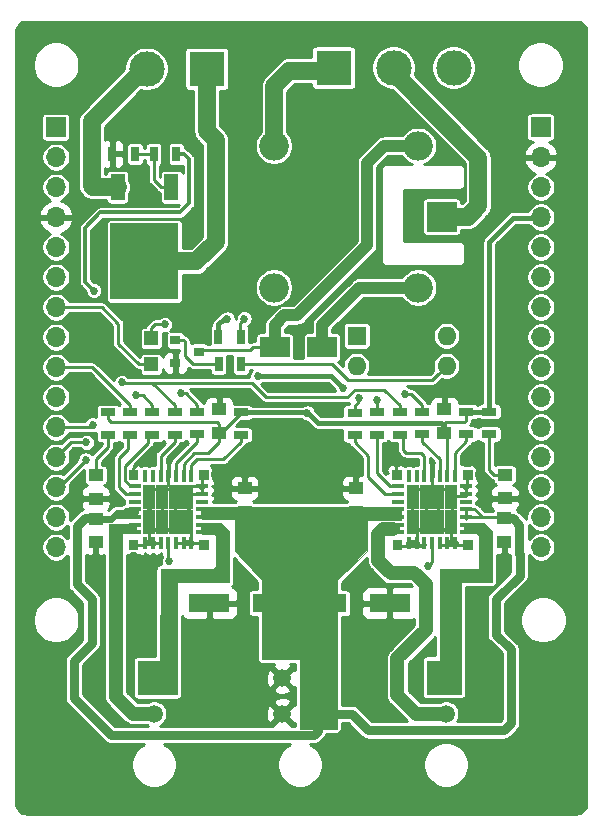
<source format=gtl>
%TF.GenerationSoftware,KiCad,Pcbnew,5.1.5+dfsg1-2build2*%
%TF.CreationDate,2021-01-24T18:27:10+01:00*%
%TF.ProjectId,Placa-Caja-Coccion,506c6163-612d-4436-916a-612d436f6363,rev?*%
%TF.SameCoordinates,Original*%
%TF.FileFunction,Copper,L1,Top*%
%TF.FilePolarity,Positive*%
%FSLAX46Y46*%
G04 Gerber Fmt 4.6, Leading zero omitted, Abs format (unit mm)*
G04 Created by KiCad (PCBNEW 5.1.5+dfsg1-2build2) date 2021-01-24 18:27:10*
%MOMM*%
%LPD*%
G04 APERTURE LIST*
%ADD10C,0.100000*%
%ADD11C,0.010000*%
%ADD12C,3.000000*%
%ADD13R,3.000000X3.000000*%
%ADD14C,1.500000*%
%ADD15R,3.500000X1.600000*%
%ADD16R,1.250000X1.000000*%
%ADD17R,1.200000X1.200000*%
%ADD18R,2.500000X1.800000*%
%ADD19R,2.500000X2.500000*%
%ADD20O,2.500000X2.500000*%
%ADD21R,1.700000X1.700000*%
%ADD22O,1.700000X1.700000*%
%ADD23R,1.200000X2.200000*%
%ADD24R,5.800000X6.400000*%
%ADD25R,2.750000X3.050000*%
%ADD26R,0.900000X0.800000*%
%ADD27R,1.300000X0.700000*%
%ADD28R,0.700000X1.300000*%
%ADD29R,0.370000X1.000000*%
%ADD30R,1.000000X0.370000*%
%ADD31R,1.062500X1.062500*%
%ADD32R,0.500000X0.500000*%
%ADD33R,1.600000X1.600000*%
%ADD34O,1.600000X1.600000*%
%ADD35C,0.685800*%
%ADD36C,0.254000*%
%ADD37C,0.600000*%
%ADD38C,0.800000*%
%ADD39C,0.400000*%
%ADD40C,1.000000*%
%ADD41C,0.250000*%
%ADD42C,1.500000*%
%ADD43C,1.200000*%
%ADD44C,0.300000*%
%ADD45C,0.200000*%
G04 APERTURE END LIST*
D10*
G36*
X163382960Y-111968280D02*
G01*
X163382960Y-116296440D01*
X160799780Y-116283740D01*
X160776920Y-125796040D01*
X157896560Y-125788420D01*
X157896560Y-122946160D01*
X159044640Y-122946160D01*
X159044640Y-115173760D01*
X162275520Y-115178840D01*
X162280600Y-112400080D01*
X162067240Y-112171480D01*
X161056320Y-112166400D01*
X161051240Y-111302800D01*
X161056320Y-111297720D01*
X162712400Y-111297720D01*
X163382960Y-111968280D01*
G37*
X163382960Y-111968280D02*
X163382960Y-116296440D01*
X160799780Y-116283740D01*
X160776920Y-125796040D01*
X157896560Y-125788420D01*
X157896560Y-122946160D01*
X159044640Y-122946160D01*
X159044640Y-115173760D01*
X162275520Y-115178840D01*
X162280600Y-112400080D01*
X162067240Y-112171480D01*
X161056320Y-112166400D01*
X161051240Y-111302800D01*
X161056320Y-111297720D01*
X162712400Y-111297720D01*
X163382960Y-111968280D01*
G36*
X141168120Y-111998760D02*
G01*
X141168120Y-116326920D01*
X136758680Y-116326920D01*
X136753600Y-125821440D01*
X133405880Y-125821440D01*
X133405880Y-123012200D01*
X135336280Y-123012200D01*
X135346440Y-115209320D01*
X140060680Y-115209320D01*
X140065760Y-112430560D01*
X139852400Y-112201960D01*
X138841480Y-112196880D01*
X138836400Y-111333280D01*
X138841480Y-111328200D01*
X140497560Y-111328200D01*
X141168120Y-111998760D01*
G37*
X141168120Y-111998760D02*
X141168120Y-116326920D01*
X136758680Y-116326920D01*
X136753600Y-125821440D01*
X133405880Y-125821440D01*
X133405880Y-123012200D01*
X135336280Y-123012200D01*
X135346440Y-115209320D01*
X140060680Y-115209320D01*
X140065760Y-112430560D01*
X139852400Y-112201960D01*
X138841480Y-112196880D01*
X138836400Y-111333280D01*
X138841480Y-111328200D01*
X140497560Y-111328200D01*
X141168120Y-111998760D01*
G36*
X155742640Y-111018320D02*
G01*
X152786080Y-111018320D01*
X152786080Y-113634520D01*
X150256240Y-116164360D01*
X150256240Y-128701800D01*
X147177760Y-128701800D01*
X147218400Y-128686560D01*
X147162520Y-128691640D01*
X147137120Y-122819160D01*
X143941800Y-122819160D01*
X143931640Y-116103400D01*
X141640560Y-113680240D01*
X141640560Y-110931960D01*
X138846560Y-110931960D01*
X138846560Y-109956600D01*
X155742640Y-109956600D01*
X155742640Y-111018320D01*
G37*
X155742640Y-111018320D02*
X152786080Y-111018320D01*
X152786080Y-113634520D01*
X150256240Y-116164360D01*
X150256240Y-128701800D01*
X147177760Y-128701800D01*
X147218400Y-128686560D01*
X147162520Y-128691640D01*
X147137120Y-122819160D01*
X143941800Y-122819160D01*
X143931640Y-116103400D01*
X141640560Y-113680240D01*
X141640560Y-110931960D01*
X138846560Y-110931960D01*
X138846560Y-109956600D01*
X155742640Y-109956600D01*
X155742640Y-111018320D01*
G36*
X133151880Y-112141000D02*
G01*
X132100320Y-112141000D01*
X132110480Y-115148360D01*
X131013200Y-115148360D01*
X131003040Y-111399320D01*
X133151880Y-111399320D01*
X133151880Y-112141000D01*
G37*
X133151880Y-112141000D02*
X132100320Y-112141000D01*
X132110480Y-115148360D01*
X131013200Y-115148360D01*
X131003040Y-111399320D01*
X133151880Y-111399320D01*
X133151880Y-112141000D01*
D11*
G36*
X160965289Y-113494440D02*
G01*
X160965289Y-112704440D01*
X161685289Y-112704440D01*
X161685289Y-113494440D01*
X160965289Y-113494440D01*
G37*
X160965289Y-113494440D02*
X160965289Y-112704440D01*
X161685289Y-112704440D01*
X161685289Y-113494440D01*
X160965289Y-113494440D01*
G36*
X154985289Y-113494440D02*
G01*
X154985289Y-112704440D01*
X155705289Y-112704440D01*
X155705289Y-113494440D01*
X154985289Y-113494440D01*
G37*
X154985289Y-113494440D02*
X154985289Y-112704440D01*
X155705289Y-112704440D01*
X155705289Y-113494440D01*
X154985289Y-113494440D01*
G36*
X155695289Y-106804440D02*
G01*
X155695289Y-107594440D01*
X154975289Y-107594440D01*
X154975289Y-106804440D01*
X155695289Y-106804440D01*
G37*
X155695289Y-106804440D02*
X155695289Y-107594440D01*
X154975289Y-107594440D01*
X154975289Y-106804440D01*
X155695289Y-106804440D01*
G36*
X161675289Y-106794440D02*
G01*
X161675289Y-107584440D01*
X160955289Y-107584440D01*
X160955289Y-106794440D01*
X161675289Y-106794440D01*
G37*
X161675289Y-106794440D02*
X161675289Y-107584440D01*
X160955289Y-107584440D01*
X160955289Y-106794440D01*
X161675289Y-106794440D01*
G36*
X139342000Y-106794440D02*
G01*
X139342000Y-107584440D01*
X138622000Y-107584440D01*
X138622000Y-106794440D01*
X139342000Y-106794440D01*
G37*
X139342000Y-106794440D02*
X139342000Y-107584440D01*
X138622000Y-107584440D01*
X138622000Y-106794440D01*
X139342000Y-106794440D01*
G36*
X133362000Y-106804440D02*
G01*
X133362000Y-107594440D01*
X132642000Y-107594440D01*
X132642000Y-106804440D01*
X133362000Y-106804440D01*
G37*
X133362000Y-106804440D02*
X133362000Y-107594440D01*
X132642000Y-107594440D01*
X132642000Y-106804440D01*
X133362000Y-106804440D01*
G36*
X132652000Y-113494440D02*
G01*
X132652000Y-112704440D01*
X133372000Y-112704440D01*
X133372000Y-113494440D01*
X132652000Y-113494440D01*
G37*
X132652000Y-113494440D02*
X132652000Y-112704440D01*
X133372000Y-112704440D01*
X133372000Y-113494440D01*
X132652000Y-113494440D01*
G36*
X138632000Y-113494440D02*
G01*
X138632000Y-112704440D01*
X139352000Y-112704440D01*
X139352000Y-113494440D01*
X138632000Y-113494440D01*
G37*
X138632000Y-113494440D02*
X138632000Y-112704440D01*
X139352000Y-112704440D01*
X139352000Y-113494440D01*
X138632000Y-113494440D01*
D12*
X134170000Y-72847200D03*
D13*
X139250000Y-72847200D03*
D12*
X160160000Y-72750000D03*
X155080000Y-72750000D03*
D13*
X150000000Y-72750000D03*
D14*
X159517080Y-124452120D03*
X159517080Y-127452120D03*
D15*
X149329160Y-118099840D03*
X154729160Y-118099840D03*
X139484120Y-118084600D03*
X144884120Y-118084600D03*
D16*
X164449760Y-110907320D03*
X164449760Y-112907320D03*
X159374840Y-103645720D03*
X159374840Y-101645720D03*
X164485320Y-109204000D03*
X164485320Y-107204000D03*
X151886920Y-108347000D03*
X151886920Y-110347000D03*
X140299440Y-103671880D03*
X140299440Y-101671880D03*
X129854960Y-109234480D03*
X129854960Y-107234480D03*
X129854960Y-110922560D03*
X129854960Y-112922560D03*
X142458440Y-108347000D03*
X142458440Y-110347000D03*
D17*
X134553960Y-95679080D03*
X134553960Y-97879080D03*
D18*
X149010120Y-96433640D03*
X145010120Y-96433640D03*
D19*
X159146240Y-85364320D03*
D20*
X157146240Y-79364320D03*
X144946240Y-79364320D03*
X144946240Y-91364320D03*
X157146240Y-91364320D03*
D14*
X148640800Y-124452120D03*
X148640800Y-127452120D03*
X145640800Y-124452120D03*
X145640800Y-127452120D03*
D21*
X126486920Y-77779880D03*
D22*
X126486920Y-80319880D03*
X126486920Y-82859880D03*
X126486920Y-85399880D03*
X126486920Y-87939880D03*
X126486920Y-90479880D03*
X126486920Y-93019880D03*
X126486920Y-95559880D03*
X126486920Y-98099880D03*
X126486920Y-100639880D03*
X126486920Y-103179880D03*
X126486920Y-105719880D03*
X126486920Y-108259880D03*
X126486920Y-110799880D03*
X126486920Y-113339880D03*
X167543480Y-113334800D03*
X167543480Y-110794800D03*
X167543480Y-108254800D03*
X167543480Y-105714800D03*
X167543480Y-103174800D03*
X167543480Y-100634800D03*
X167543480Y-98094800D03*
X167543480Y-95554800D03*
X167543480Y-93014800D03*
X167543480Y-90474800D03*
X167543480Y-87934800D03*
X167543480Y-85394800D03*
X167543480Y-82854800D03*
X167543480Y-80314800D03*
D21*
X167543480Y-77774800D03*
D14*
X134792720Y-127452120D03*
X134792720Y-124452120D03*
D23*
X136259920Y-82861040D03*
X131699920Y-82861040D03*
D24*
X133979920Y-89161040D03*
D25*
X132454920Y-90836040D03*
X135504920Y-87486040D03*
X135504920Y-90836040D03*
X132454920Y-87486040D03*
D26*
X136601960Y-95844320D03*
X136601960Y-97744320D03*
X138601960Y-96794320D03*
D27*
X163179760Y-101864120D03*
X163179760Y-103764120D03*
D28*
X140233360Y-95524320D03*
X142133360Y-95524320D03*
X134767280Y-80065880D03*
X136667280Y-80065880D03*
D27*
X153634440Y-103830160D03*
X153634440Y-101930160D03*
D28*
X131272201Y-80055720D03*
X133172201Y-80055720D03*
D27*
X161244280Y-103779360D03*
X161244280Y-101879360D03*
X155595320Y-101930160D03*
X155595320Y-103830160D03*
X157474920Y-103799640D03*
X157474920Y-101899640D03*
X151770080Y-101960640D03*
X151770080Y-103860640D03*
D28*
X140258760Y-97840800D03*
X142158760Y-97840800D03*
D27*
X134635240Y-103809840D03*
X134635240Y-101909840D03*
X142138400Y-101940320D03*
X142138400Y-103840320D03*
X136530080Y-103814920D03*
X136530080Y-101914920D03*
X138465560Y-101899680D03*
X138465560Y-103799680D03*
X132760720Y-103825080D03*
X132760720Y-101925080D03*
X130891280Y-101925080D03*
X130891280Y-103825080D03*
D29*
X160285289Y-107294440D03*
X159635289Y-107294440D03*
X158985289Y-107294440D03*
X158335289Y-107294440D03*
X157685289Y-107294440D03*
X157035289Y-107294440D03*
X156385289Y-107294440D03*
D30*
X155485289Y-108194440D03*
X155485289Y-108844440D03*
X155485289Y-109494440D03*
X155485289Y-110144440D03*
X155485289Y-110794440D03*
X155485289Y-111444440D03*
X155485289Y-112094440D03*
D29*
X156385289Y-112994440D03*
X157035289Y-112994440D03*
X157685289Y-112994440D03*
X158335289Y-112994440D03*
X158985289Y-112994440D03*
X159635289Y-112994440D03*
X160285289Y-112994440D03*
D30*
X161185289Y-112094440D03*
X161185289Y-111444440D03*
X161185289Y-110794440D03*
X161185289Y-110144440D03*
X161185289Y-109494440D03*
X161185289Y-108844440D03*
X161185289Y-108194440D03*
D31*
X156741539Y-111738190D03*
X157804039Y-111738190D03*
X158866539Y-111738190D03*
X159929039Y-111738190D03*
X156741539Y-110675690D03*
X157804039Y-110675690D03*
X158866539Y-110675690D03*
X159929039Y-110675690D03*
X156741539Y-109613190D03*
X157804039Y-109613190D03*
X158866539Y-109613190D03*
X159929039Y-109613190D03*
X156741539Y-108550690D03*
X157804039Y-108550690D03*
X158866539Y-108550690D03*
X159929039Y-108550690D03*
D32*
X161275289Y-107164440D03*
X155315289Y-107184440D03*
X161325289Y-113114440D03*
X155345289Y-113144440D03*
X133012000Y-113144440D03*
X138992000Y-113114440D03*
X132982000Y-107184440D03*
X138942000Y-107164440D03*
D31*
X137595750Y-108550690D03*
X136533250Y-108550690D03*
X135470750Y-108550690D03*
X134408250Y-108550690D03*
X137595750Y-109613190D03*
X136533250Y-109613190D03*
X135470750Y-109613190D03*
X134408250Y-109613190D03*
X137595750Y-110675690D03*
X136533250Y-110675690D03*
X135470750Y-110675690D03*
X134408250Y-110675690D03*
X137595750Y-111738190D03*
X136533250Y-111738190D03*
X135470750Y-111738190D03*
X134408250Y-111738190D03*
D30*
X138852000Y-108194440D03*
X138852000Y-108844440D03*
X138852000Y-109494440D03*
X138852000Y-110144440D03*
X138852000Y-110794440D03*
X138852000Y-111444440D03*
X138852000Y-112094440D03*
D29*
X137952000Y-112994440D03*
X137302000Y-112994440D03*
X136652000Y-112994440D03*
X136002000Y-112994440D03*
X135352000Y-112994440D03*
X134702000Y-112994440D03*
X134052000Y-112994440D03*
D30*
X133152000Y-112094440D03*
X133152000Y-111444440D03*
X133152000Y-110794440D03*
X133152000Y-110144440D03*
X133152000Y-109494440D03*
X133152000Y-108844440D03*
X133152000Y-108194440D03*
D29*
X134052000Y-107294440D03*
X134702000Y-107294440D03*
X135352000Y-107294440D03*
X136002000Y-107294440D03*
X136652000Y-107294440D03*
X137302000Y-107294440D03*
X137952000Y-107294440D03*
D33*
X151937720Y-95443040D03*
D34*
X159557720Y-97983040D03*
X151937720Y-97983040D03*
X159557720Y-95443040D03*
D35*
X134493000Y-108701840D03*
X135493000Y-108701840D03*
X136493000Y-108701840D03*
X137493000Y-108701840D03*
X134493000Y-109701840D03*
X135493000Y-109701840D03*
X136493000Y-109701840D03*
X137493000Y-109701840D03*
X134493000Y-110701840D03*
X135493000Y-110701840D03*
X136493000Y-110701840D03*
X137493000Y-110701840D03*
X134493000Y-111701840D03*
X135493000Y-111701840D03*
X136493000Y-111701840D03*
X137493000Y-111701840D03*
X156885640Y-108671360D03*
X157885640Y-111671360D03*
X158885640Y-111671360D03*
X159885640Y-110671360D03*
X156885640Y-109671360D03*
X159885640Y-108671360D03*
X157885640Y-109671360D03*
X158885640Y-109671360D03*
X159885640Y-111671360D03*
X157885640Y-108671360D03*
X156885640Y-110671360D03*
X157885640Y-110671360D03*
X158885640Y-110671360D03*
X156885640Y-111671360D03*
X158885640Y-108671360D03*
X159885640Y-109671360D03*
X154884120Y-105755440D03*
X153360120Y-116347240D03*
X152171400Y-116321840D03*
X152135840Y-117632480D03*
X152064720Y-118856760D03*
X152074880Y-120035320D03*
X153446480Y-120045480D03*
X154680920Y-120020080D03*
X142234920Y-116525040D03*
X142234920Y-117662960D03*
X142250160Y-119070120D03*
X142250160Y-120208040D03*
X140837920Y-120162320D03*
X139456160Y-120162320D03*
X138247120Y-120177560D03*
X142651480Y-127492760D03*
X142651480Y-126224452D03*
X142651480Y-124956146D03*
X142651480Y-123687840D03*
X143784320Y-124986626D03*
X143784320Y-123718320D03*
X143784320Y-127523240D03*
X143784320Y-126254932D03*
X162747960Y-118910946D03*
X162747960Y-117642640D03*
X162687000Y-121537306D03*
X162687000Y-120269000D03*
X133101080Y-116403120D03*
X133101080Y-117671426D03*
X134233920Y-117701906D03*
X134233920Y-116433600D03*
X134198360Y-120236826D03*
X133065520Y-118938040D03*
X133065520Y-120206346D03*
X134198360Y-118968520D03*
X129961640Y-116469160D03*
X153888440Y-123924906D03*
X153852880Y-126459826D03*
X153888440Y-122656600D03*
X153852880Y-125191520D03*
X139827000Y-123022360D03*
X139791440Y-126825586D03*
X139827000Y-124290666D03*
X139791440Y-125557280D03*
X142915640Y-100548440D03*
X146105880Y-103007160D03*
X148447760Y-103774240D03*
X149951440Y-104805480D03*
X143982440Y-103499920D03*
X134185521Y-105831090D03*
X142025000Y-81150000D03*
X141950000Y-84625000D03*
X142225000Y-89400000D03*
X162200000Y-96050000D03*
X162000000Y-97675000D03*
X164450000Y-95675000D03*
X164200000Y-97800000D03*
X165075000Y-104800000D03*
X145150000Y-105375000D03*
X146275000Y-108325000D03*
X148400000Y-108175000D03*
X147875000Y-109250000D03*
X130050000Y-96725000D03*
X131325000Y-97875000D03*
X133225000Y-93800000D03*
X164525000Y-99650000D03*
X161875000Y-100100000D03*
X148550000Y-99850000D03*
X146200000Y-99825000D03*
X138050000Y-93075000D03*
X138925000Y-95450000D03*
X133675000Y-82500000D03*
X133700000Y-83800000D03*
X134750000Y-83800000D03*
X140975080Y-94020640D03*
X147751800Y-101991160D03*
X143596360Y-98851720D03*
X150769320Y-99841770D03*
X135702040Y-94477840D03*
X129702560Y-91627960D03*
X132064760Y-99395280D03*
X137038080Y-100289360D03*
X129608590Y-102971600D03*
X156016960Y-100390960D03*
X152115520Y-100736400D03*
X129072640Y-104475280D03*
X153634440Y-100868480D03*
X129011680Y-105968800D03*
X133268720Y-100487480D03*
X136098280Y-114548920D03*
X157952958Y-114944630D03*
X142433040Y-94000320D03*
D36*
X155485289Y-110273410D02*
X155485289Y-110923410D01*
X161185289Y-110273410D02*
X161185289Y-110923410D01*
X132059680Y-110482760D02*
X132059680Y-110784640D01*
X132398000Y-110144440D02*
X132059680Y-110482760D01*
X133152000Y-110144440D02*
X132398000Y-110144440D01*
X133144685Y-110787125D02*
X133152000Y-110794440D01*
X132062165Y-110787125D02*
X133144685Y-110787125D01*
X132059680Y-110784640D02*
X132062165Y-110787125D01*
X132398000Y-110794440D02*
X133152000Y-110794440D01*
X130948440Y-110794440D02*
X132398000Y-110794440D01*
X130820320Y-110922560D02*
X130948440Y-110794440D01*
X129941320Y-110922560D02*
X130820320Y-110922560D01*
D37*
X131166320Y-110922560D02*
X131659840Y-110429040D01*
X129941320Y-110922560D02*
X131166320Y-110922560D01*
X133121400Y-110429040D02*
X133151880Y-110398560D01*
X131659840Y-110429040D02*
X133121400Y-110429040D01*
D36*
X133151880Y-110398560D02*
X133152000Y-110794440D01*
X133152000Y-110144440D02*
X133151880Y-110398560D01*
X138852000Y-110144440D02*
X138852000Y-110794440D01*
X142255880Y-110144440D02*
X142458440Y-110347000D01*
X138852000Y-110144440D02*
X142255880Y-110144440D01*
X142458440Y-110347000D02*
X142458440Y-112166400D01*
X144884120Y-114592080D02*
X144884120Y-118084600D01*
X142458440Y-112166400D02*
X144884120Y-114592080D01*
X149313920Y-118084600D02*
X149329160Y-118099840D01*
X144884120Y-118084600D02*
X149313920Y-118084600D01*
X149329160Y-123763760D02*
X148640800Y-124452120D01*
X149329160Y-118099840D02*
X149329160Y-123763760D01*
X148640800Y-124452120D02*
X148640800Y-127452120D01*
X149329160Y-118099840D02*
X149329160Y-112326400D01*
X151886920Y-111101000D02*
X151886920Y-110347000D01*
X150661520Y-112326400D02*
X151886920Y-111101000D01*
X149329160Y-112326400D02*
X150661520Y-112326400D01*
X155282729Y-110347000D02*
X155485289Y-110144440D01*
X151886920Y-110347000D02*
X155282729Y-110347000D01*
X164336880Y-110794440D02*
X164449760Y-110907320D01*
X161939289Y-110144440D02*
X162046089Y-110251240D01*
X161185289Y-110144440D02*
X161939289Y-110144440D01*
X162077400Y-110251240D02*
X162615880Y-110789720D01*
X162046089Y-110251240D02*
X162077400Y-110251240D01*
X162615880Y-110789720D02*
X164336880Y-110794440D01*
X161185289Y-110794440D02*
X162615880Y-110789720D01*
D38*
X131140200Y-129240280D02*
X148336000Y-129240280D01*
X128000000Y-126100080D02*
X131140200Y-129240280D01*
X128000000Y-123000000D02*
X128000000Y-126100080D01*
X148640800Y-128935480D02*
X148640800Y-127452120D01*
X129500000Y-121500000D02*
X128000000Y-123000000D01*
X129500000Y-117750000D02*
X129500000Y-121500000D01*
X128250000Y-116500000D02*
X129500000Y-117750000D01*
X128945640Y-110886240D02*
X128250000Y-111581880D01*
X129693640Y-110886240D02*
X128945640Y-110886240D01*
X129729960Y-110922560D02*
X129693640Y-110886240D01*
X148336000Y-129240280D02*
X148640800Y-128935480D01*
X128250000Y-111581880D02*
X128250000Y-116500000D01*
X129854960Y-110922560D02*
X129729960Y-110922560D01*
X164402119Y-128856121D02*
X152930241Y-128856121D01*
X165000000Y-128258240D02*
X164402119Y-128856121D01*
X165000000Y-122000000D02*
X165000000Y-128258240D01*
X163750000Y-120750000D02*
X165000000Y-122000000D01*
X163750000Y-117750000D02*
X163750000Y-120750000D01*
X165750000Y-115750000D02*
X163750000Y-117750000D01*
X151526240Y-127452120D02*
X148640800Y-127452120D01*
X165750000Y-113951760D02*
X165750000Y-115750000D01*
X165728761Y-113930521D02*
X165750000Y-113951760D01*
X165728761Y-111478761D02*
X165728761Y-113930521D01*
X152930241Y-128856121D02*
X151526240Y-127452120D01*
X165157320Y-110907320D02*
X165728761Y-111478761D01*
X164449760Y-110907320D02*
X165157320Y-110907320D01*
D36*
X157804039Y-108679660D02*
X157804039Y-109742160D01*
X158866539Y-108679660D02*
X158866539Y-109742160D01*
X159929039Y-108679660D02*
X159929039Y-108961399D01*
X159941050Y-108973410D02*
X161185289Y-108973410D01*
X159929039Y-108961399D02*
X159941050Y-108973410D01*
X158866539Y-109742160D02*
X158866539Y-110804660D01*
X157804039Y-109742160D02*
X157804039Y-110804660D01*
X159929039Y-112767160D02*
X160285289Y-113123410D01*
X159929039Y-111867160D02*
X159929039Y-112767160D01*
X157035289Y-112160910D02*
X156741539Y-111867160D01*
X157035289Y-113123410D02*
X157035289Y-112160910D01*
X158335289Y-109210910D02*
X157804039Y-109742160D01*
X158335289Y-107423410D02*
X158335289Y-109210910D01*
X161185289Y-108323410D02*
X161185289Y-108973410D01*
X159929039Y-113089341D02*
X159929039Y-111867160D01*
X159894970Y-113123410D02*
X159929039Y-113089341D01*
X158985289Y-113123410D02*
X159894970Y-113123410D01*
X159894970Y-113123410D02*
X160285289Y-113123410D01*
X161205289Y-113123410D02*
X161325289Y-113243410D01*
X160285289Y-113123410D02*
X161205289Y-113123410D01*
X157535289Y-113273410D02*
X157685289Y-113123410D01*
X155345289Y-113273410D02*
X157535289Y-113273410D01*
X157035289Y-113123410D02*
X157685289Y-113123410D01*
X161275289Y-108233410D02*
X161185289Y-108323410D01*
X161275289Y-107293410D02*
X161275289Y-108233410D01*
X135470750Y-108550690D02*
X135470750Y-109613190D01*
X136533250Y-108550690D02*
X136533250Y-109613190D01*
X135470750Y-109613190D02*
X135470750Y-110675690D01*
X134408250Y-112700690D02*
X134702000Y-112994440D01*
X134408250Y-111738190D02*
X134408250Y-112700690D01*
X134052000Y-112994440D02*
X135352000Y-112994440D01*
X136652000Y-112994440D02*
X137952000Y-112994440D01*
X138872000Y-112994440D02*
X138992000Y-113114440D01*
X137952000Y-112994440D02*
X138872000Y-112994440D01*
X137952000Y-112094440D02*
X137595750Y-111738190D01*
X137952000Y-112994440D02*
X137952000Y-112094440D01*
X137595750Y-108388010D02*
X137595750Y-108550690D01*
X137952000Y-108194440D02*
X137595750Y-108550690D01*
X138852000Y-108194440D02*
X137952000Y-108194440D01*
X136827000Y-108844440D02*
X136533250Y-108550690D01*
X138852000Y-108844440D02*
X136827000Y-108844440D01*
X138852000Y-108194440D02*
X138852000Y-108844440D01*
X136533250Y-109613190D02*
X136533250Y-110675690D01*
X136002000Y-108019440D02*
X135470750Y-108550690D01*
X136002000Y-107294440D02*
X136002000Y-108019440D01*
X138852000Y-107254440D02*
X138942000Y-107164440D01*
X138852000Y-108194440D02*
X138852000Y-107254440D01*
X137493000Y-109510440D02*
X137595750Y-109613190D01*
X137493000Y-108701840D02*
X137493000Y-109510440D01*
X134493000Y-108701840D02*
X134493000Y-109701840D01*
X134493000Y-109701840D02*
X134493000Y-110701840D01*
X137595750Y-110675690D02*
X136533250Y-110675690D01*
X133902000Y-113144440D02*
X134052000Y-112994440D01*
X133012000Y-113144440D02*
X133902000Y-113144440D01*
X155315289Y-107184440D02*
X155315289Y-106186609D01*
X155315289Y-106186609D02*
X154884120Y-105755440D01*
X132982000Y-107184440D02*
X132982000Y-106680440D01*
X132982000Y-106680440D02*
X133831350Y-105831090D01*
X133831350Y-105831090D02*
X134185521Y-105831090D01*
X142138400Y-101957920D02*
X142138400Y-101940320D01*
X140424440Y-103671880D02*
X142138400Y-101957920D01*
X140299440Y-103671880D02*
X140424440Y-103671880D01*
X130891280Y-102529080D02*
X131110280Y-102748080D01*
X130891280Y-101925080D02*
X130891280Y-102529080D01*
X140299440Y-102917880D02*
X140299440Y-103671880D01*
X140129640Y-102748080D02*
X140299440Y-102917880D01*
X131110280Y-102748080D02*
X140129640Y-102748080D01*
X139323040Y-105402280D02*
X140299440Y-104425880D01*
X137302000Y-106286544D02*
X138186264Y-105402280D01*
X137302000Y-107294440D02*
X137302000Y-106286544D01*
X138186264Y-105402280D02*
X139323040Y-105402280D01*
X140299440Y-104425880D02*
X140299440Y-103671880D01*
X159635289Y-103906169D02*
X159374840Y-103645720D01*
X159635289Y-107294440D02*
X159635289Y-103906169D01*
X159374840Y-102891720D02*
X159503240Y-102763320D01*
X159374840Y-103645720D02*
X159374840Y-102891720D01*
X159503240Y-102763320D02*
X161081720Y-102763320D01*
X161244280Y-102600760D02*
X161244280Y-101879360D01*
X161081720Y-102763320D02*
X161244280Y-102600760D01*
D39*
X163164520Y-101879360D02*
X163179760Y-101864120D01*
X161244280Y-101879360D02*
X163164520Y-101879360D01*
X159374840Y-103098600D02*
X159374840Y-103645720D01*
X148661120Y-102839520D02*
X159115760Y-102839520D01*
X147761920Y-101940320D02*
X148661120Y-102839520D01*
X159115760Y-102839520D02*
X159374840Y-103098600D01*
X142138400Y-101940320D02*
X147761920Y-101940320D01*
X140233360Y-94474320D02*
X140687040Y-94020640D01*
X140233360Y-95524320D02*
X140233360Y-94474320D01*
X140687040Y-94020640D02*
X140975080Y-94020640D01*
X150426421Y-99498871D02*
X150769320Y-99841770D01*
X143596360Y-98851720D02*
X149779270Y-98851720D01*
X149779270Y-98851720D02*
X150426421Y-99498871D01*
X163179760Y-87472520D02*
X163179760Y-101864120D01*
X165202280Y-85450000D02*
X163179760Y-87472520D01*
X167488280Y-85450000D02*
X165202280Y-85450000D01*
X167543480Y-85394800D02*
X167488280Y-85450000D01*
D36*
X163606320Y-107204000D02*
X164485320Y-107204000D01*
X163179760Y-106777440D02*
X163606320Y-107204000D01*
X163179760Y-103764120D02*
X163179760Y-106777440D01*
X129687320Y-107066840D02*
X129854960Y-107234480D01*
X129824480Y-107204000D02*
X129854960Y-107234480D01*
X130891280Y-103825080D02*
X130891280Y-104856280D01*
X129854960Y-105892600D02*
X129854960Y-107234480D01*
X130891280Y-104856280D02*
X129854960Y-105892600D01*
X134553960Y-94825080D02*
X134901200Y-94477840D01*
X134553960Y-95679080D02*
X134553960Y-94825080D01*
X134901200Y-94477840D02*
X135702040Y-94477840D01*
X130373120Y-93019880D02*
X126486920Y-93019880D01*
X131775200Y-94421960D02*
X130373120Y-93019880D01*
X131775200Y-96144080D02*
X131775200Y-94421960D01*
X133510200Y-97879080D02*
X131775200Y-96144080D01*
X134553960Y-97879080D02*
X133510200Y-97879080D01*
D40*
X155378474Y-91364320D02*
X157146240Y-91364320D01*
X149010120Y-94533640D02*
X152179440Y-91364320D01*
X152179440Y-91364320D02*
X155378474Y-91364320D01*
X149010120Y-96433640D02*
X149010120Y-94533640D01*
X145010120Y-94533640D02*
X145833000Y-93710760D01*
X145010120Y-96433640D02*
X145010120Y-94533640D01*
X145833000Y-93710760D02*
X146913600Y-93710760D01*
X146913600Y-93710760D02*
X152821640Y-87802720D01*
X152821640Y-87802720D02*
X152821640Y-80812640D01*
X154269960Y-79364320D02*
X157146240Y-79364320D01*
X152821640Y-80812640D02*
X154269960Y-79364320D01*
D36*
X138718800Y-96677480D02*
X142681242Y-96677480D01*
X138601960Y-96794320D02*
X138718800Y-96677480D01*
D41*
X143139160Y-96433640D02*
X145010120Y-96433640D01*
X142895320Y-96677480D02*
X143139160Y-96433640D01*
X142681242Y-96677480D02*
X142895320Y-96677480D01*
D42*
X161376360Y-85364320D02*
X159146240Y-85364320D01*
X162245040Y-84495640D02*
X161376360Y-85364320D01*
X162245040Y-80358400D02*
X162245040Y-84495640D01*
X155080000Y-73193360D02*
X162245040Y-80358400D01*
X155080000Y-72750000D02*
X155080000Y-73193360D01*
X144946240Y-74303760D02*
X144946240Y-79364320D01*
X146250000Y-73000000D02*
X144946240Y-74303760D01*
X149750000Y-73000000D02*
X146250000Y-73000000D01*
X150000000Y-72750000D02*
X149750000Y-73000000D01*
X138379920Y-89161040D02*
X133979920Y-89161040D01*
X140000000Y-87540960D02*
X138379920Y-89161040D01*
X140000000Y-78876000D02*
X140000000Y-87540960D01*
X139250000Y-78126000D02*
X140000000Y-78876000D01*
X139250000Y-72847200D02*
X139250000Y-78126000D01*
D36*
X161185289Y-111444440D02*
X161185289Y-112094440D01*
X159517080Y-117170200D02*
X159517080Y-124452120D01*
X160980120Y-115707160D02*
X159517080Y-117170200D01*
X162372040Y-115707160D02*
X160980120Y-115707160D01*
X162564729Y-115514471D02*
X162372040Y-115707160D01*
X162564729Y-112069880D02*
X162564729Y-115514471D01*
X161939289Y-111444440D02*
X162564729Y-112069880D01*
X161185289Y-111444440D02*
X161939289Y-111444440D01*
X155485289Y-111444440D02*
X155485289Y-112094440D01*
D43*
X159517080Y-127452120D02*
X156951680Y-127452120D01*
X156951680Y-127452120D02*
X155402280Y-125902720D01*
X155402280Y-125902720D02*
X155402280Y-122773440D01*
X155402280Y-122773440D02*
X157815280Y-120360440D01*
X157815280Y-120360440D02*
X157815280Y-116499640D01*
X157815280Y-116499640D02*
X156839920Y-115524280D01*
X156839920Y-115524280D02*
X154818080Y-115524280D01*
X154818080Y-115524280D02*
X153781760Y-114487960D01*
X153781760Y-114487960D02*
X153781760Y-112237520D01*
X153781760Y-112237520D02*
X154172920Y-111846360D01*
X154172920Y-111846360D02*
X155020882Y-111846360D01*
D44*
X130250000Y-85000000D02*
X128950000Y-86300000D01*
X137000000Y-85000000D02*
X130250000Y-85000000D01*
X137750000Y-84250000D02*
X137000000Y-85000000D01*
X128950000Y-86300000D02*
X128950000Y-90875400D01*
X137750000Y-80498600D02*
X137750000Y-84250000D01*
X128950000Y-90875400D02*
X129702560Y-91627960D01*
X137317280Y-80065880D02*
X137750000Y-80498600D01*
X136667280Y-80065880D02*
X137317280Y-80065880D01*
D36*
X132720080Y-101884440D02*
X132760720Y-101925080D01*
X127689001Y-98099880D02*
X126486920Y-98099880D01*
X129539520Y-98099880D02*
X127689001Y-98099880D01*
X132760720Y-101321080D02*
X129539520Y-98099880D01*
X132760720Y-101925080D02*
X132760720Y-101321080D01*
X132090160Y-99420680D02*
X132064760Y-99395280D01*
X136530080Y-101310920D02*
X134639840Y-99420680D01*
X136530080Y-101914920D02*
X136530080Y-101310920D01*
X134639840Y-99420680D02*
X134457440Y-99420680D01*
X134457440Y-99420680D02*
X132090160Y-99420680D01*
D41*
X151153784Y-100629720D02*
X151769006Y-100014498D01*
X143047720Y-99420680D02*
X144256760Y-100629720D01*
X134457440Y-99420680D02*
X143047720Y-99420680D01*
X155595320Y-101330160D02*
X155595320Y-101930160D01*
X144256760Y-100629720D02*
X151153784Y-100629720D01*
X151769006Y-100014498D02*
X154279658Y-100014498D01*
X154279658Y-100014498D02*
X155595320Y-101330160D01*
D36*
X138465560Y-101899680D02*
X138465560Y-101295680D01*
X138465560Y-101295680D02*
X137459240Y-100289360D01*
X137459240Y-100289360D02*
X137038080Y-100289360D01*
X126486920Y-103179880D02*
X129400310Y-103179880D01*
X129400310Y-103179880D02*
X129608590Y-102971600D01*
D41*
X157474920Y-101299640D02*
X156566240Y-100390960D01*
X157474920Y-101899640D02*
X157474920Y-101299640D01*
X156566240Y-100390960D02*
X156016960Y-100390960D01*
X151770080Y-101360640D02*
X152044400Y-101086320D01*
X151770080Y-101960640D02*
X151770080Y-101360640D01*
X152044400Y-100807520D02*
X152115520Y-100736400D01*
X152044400Y-101086320D02*
X152044400Y-100807520D01*
X127731520Y-104475280D02*
X126486920Y-105719880D01*
X129072640Y-104475280D02*
X127731520Y-104475280D01*
X153634440Y-101930160D02*
X153634440Y-100868480D01*
X126720600Y-108259880D02*
X126486920Y-108259880D01*
X129011680Y-105968800D02*
X126720600Y-108259880D01*
D36*
X134635240Y-101305840D02*
X133816880Y-100487480D01*
X134635240Y-101909840D02*
X134635240Y-101305840D01*
X133816880Y-100487480D02*
X133268720Y-100487480D01*
X136002000Y-114452640D02*
X136002000Y-112994440D01*
X136098280Y-114548920D02*
X136002000Y-114452640D01*
X158335289Y-112994440D02*
X158335289Y-114562299D01*
X158335289Y-114562299D02*
X157952958Y-114944630D01*
X133152000Y-111444440D02*
X133152000Y-112094440D01*
D43*
X134792720Y-127452120D02*
X133019800Y-127452120D01*
X133019800Y-127452120D02*
X131561840Y-125994160D01*
X131561840Y-125994160D02*
X131561840Y-114518440D01*
D45*
X131561840Y-114518440D02*
X131561840Y-112191800D01*
X132309200Y-111444440D02*
X133152000Y-111444440D01*
X131561840Y-112191800D02*
X132309200Y-111444440D01*
D36*
X138852000Y-111444440D02*
X138852000Y-112094440D01*
X135818880Y-116591080D02*
X135818880Y-123425960D01*
X136575800Y-115834160D02*
X135818880Y-116591080D01*
X139263120Y-115834160D02*
X136575800Y-115834160D01*
X140507720Y-114589560D02*
X139263120Y-115834160D01*
X140507720Y-112577880D02*
X140507720Y-114589560D01*
X135818880Y-123425960D02*
X134792720Y-124452120D01*
X140024280Y-112094440D02*
X140507720Y-112577880D01*
X138852000Y-112094440D02*
X140024280Y-112094440D01*
X134757120Y-80055720D02*
X134767280Y-80065880D01*
X133172201Y-80055720D02*
X134757120Y-80055720D01*
X135405920Y-82861040D02*
X136259920Y-82861040D01*
X134767280Y-82222400D02*
X135405920Y-82861040D01*
X134767280Y-80065880D02*
X134767280Y-82222400D01*
X139654760Y-97840800D02*
X140258760Y-97840800D01*
X138112638Y-97840800D02*
X139654760Y-97840800D01*
X137432961Y-97161123D02*
X138112638Y-97840800D01*
X137432961Y-95971321D02*
X137432961Y-97161123D01*
X137305960Y-95844320D02*
X137432961Y-95971321D01*
X136601960Y-95844320D02*
X137305960Y-95844320D01*
D41*
X142097760Y-95488720D02*
X142133360Y-95524320D01*
X142097760Y-94335600D02*
X142097760Y-95488720D01*
X142433040Y-94000320D02*
X142097760Y-94335600D01*
D36*
X153634440Y-107097591D02*
X154731289Y-108194440D01*
X154731289Y-108194440D02*
X155485289Y-108194440D01*
X153634440Y-103830160D02*
X153634440Y-107097591D01*
X160285289Y-106540440D02*
X160285289Y-107294440D01*
X160285289Y-105342351D02*
X160285289Y-106540440D01*
X161244280Y-104383360D02*
X160285289Y-105342351D01*
X161244280Y-103779360D02*
X161244280Y-104383360D01*
X155869640Y-105100120D02*
X155869640Y-104104480D01*
X157398960Y-105333800D02*
X156103320Y-105333800D01*
X156103320Y-105333800D02*
X155869640Y-105100120D01*
X157685289Y-105620129D02*
X157398960Y-105333800D01*
X155869640Y-104104480D02*
X155595320Y-103830160D01*
X157685289Y-107294440D02*
X157685289Y-105620129D01*
X158985289Y-105914009D02*
X158985289Y-107294440D01*
X157474920Y-104403640D02*
X158985289Y-105914009D01*
X157474920Y-103799640D02*
X157474920Y-104403640D01*
X151770080Y-104464640D02*
X152933400Y-105627960D01*
X151770080Y-103860640D02*
X151770080Y-104464640D01*
X152933400Y-105627960D02*
X152933400Y-107447080D01*
X154330760Y-108844440D02*
X155485289Y-108844440D01*
X152933400Y-107447080D02*
X154330760Y-108844440D01*
D41*
X151176794Y-99185908D02*
X158354852Y-99185908D01*
X158354852Y-99185908D02*
X158757721Y-98783039D01*
X158757721Y-98783039D02*
X159557720Y-97983040D01*
X142158760Y-97840800D02*
X149831686Y-97840800D01*
X149831686Y-97840800D02*
X151176794Y-99185908D01*
D36*
X132837000Y-108194440D02*
X133152000Y-108194440D01*
X132350999Y-107708439D02*
X132837000Y-108194440D01*
X132350999Y-106444561D02*
X132350999Y-107708439D01*
X134284720Y-103860360D02*
X134284720Y-104510840D01*
X134284720Y-104510840D02*
X132350999Y-106444561D01*
X134335240Y-103809840D02*
X134284720Y-103860360D01*
X134635240Y-103809840D02*
X134335240Y-103809840D01*
X140672429Y-105910291D02*
X138396689Y-105910291D01*
X138396689Y-105910291D02*
X137952000Y-106354980D01*
X142138400Y-104444320D02*
X140672429Y-105910291D01*
X137952000Y-106354980D02*
X137952000Y-107294440D01*
X142138400Y-103840320D02*
X142138400Y-104444320D01*
X135352000Y-106540440D02*
X135352000Y-107294440D01*
X135352000Y-105597000D02*
X135352000Y-106540440D01*
X136530080Y-104418920D02*
X135352000Y-105597000D01*
X136530080Y-103814920D02*
X136530080Y-104418920D01*
X136652000Y-106217240D02*
X136652000Y-106540440D01*
X138465560Y-103799680D02*
X138465560Y-104403680D01*
X136652000Y-106540440D02*
X136652000Y-107294440D01*
X138465560Y-104403680D02*
X136652000Y-106217240D01*
X131842988Y-105814652D02*
X132623560Y-105034080D01*
X133152000Y-108844440D02*
X132398000Y-108844440D01*
X132623560Y-103962240D02*
X132760720Y-103825080D01*
X132398000Y-108844440D02*
X131842988Y-108289428D01*
X131842988Y-108289428D02*
X131842988Y-105814652D01*
X132623560Y-105034080D02*
X132623560Y-103962240D01*
D42*
X129599920Y-82861040D02*
X131699920Y-82861040D01*
X129500000Y-82761120D02*
X129599920Y-82861040D01*
X129500000Y-77274200D02*
X129500000Y-82761120D01*
X133927000Y-72847200D02*
X129500000Y-77274200D01*
X134170000Y-72847200D02*
X133927000Y-72847200D01*
D36*
G36*
X170516814Y-68846701D02*
G01*
X170519408Y-68846446D01*
X170675867Y-68861787D01*
X170845043Y-68912864D01*
X171001074Y-68995828D01*
X171138014Y-69107513D01*
X171250657Y-69243676D01*
X171334706Y-69399122D01*
X171386962Y-69567935D01*
X171407100Y-69759533D01*
X171407101Y-134983215D01*
X171388212Y-135175870D01*
X171337137Y-135345040D01*
X171254172Y-135501073D01*
X171142486Y-135638013D01*
X171006324Y-135750657D01*
X170850877Y-135834707D01*
X170682064Y-135886963D01*
X170490475Y-135907100D01*
X124016784Y-135907102D01*
X123824131Y-135888213D01*
X123654957Y-135837136D01*
X123498926Y-135754172D01*
X123361986Y-135642487D01*
X123249343Y-135506324D01*
X123165294Y-135350878D01*
X123113037Y-135182065D01*
X123092900Y-134990475D01*
X123092900Y-119304889D01*
X124519000Y-119304889D01*
X124519000Y-119695111D01*
X124595129Y-120077836D01*
X124744461Y-120438355D01*
X124961257Y-120762814D01*
X125237186Y-121038743D01*
X125561645Y-121255539D01*
X125922164Y-121404871D01*
X126304889Y-121481000D01*
X126695111Y-121481000D01*
X127077836Y-121404871D01*
X127438355Y-121255539D01*
X127762814Y-121038743D01*
X128038743Y-120762814D01*
X128255539Y-120438355D01*
X128404871Y-120077836D01*
X128481000Y-119695111D01*
X128481000Y-119304889D01*
X128404871Y-118922164D01*
X128255539Y-118561645D01*
X128038743Y-118237186D01*
X127762814Y-117961257D01*
X127438355Y-117744461D01*
X127077836Y-117595129D01*
X126695111Y-117519000D01*
X126304889Y-117519000D01*
X125922164Y-117595129D01*
X125561645Y-117744461D01*
X125237186Y-117961257D01*
X124961257Y-118237186D01*
X124744461Y-118561645D01*
X124595129Y-118922164D01*
X124519000Y-119304889D01*
X123092900Y-119304889D01*
X123092900Y-105598637D01*
X125255920Y-105598637D01*
X125255920Y-105841123D01*
X125303227Y-106078949D01*
X125396022Y-106302977D01*
X125530740Y-106504597D01*
X125702203Y-106676060D01*
X125903823Y-106810778D01*
X126127851Y-106903573D01*
X126365677Y-106950880D01*
X126608163Y-106950880D01*
X126845989Y-106903573D01*
X127070017Y-106810778D01*
X127271637Y-106676060D01*
X127443100Y-106504597D01*
X127577818Y-106302977D01*
X127670613Y-106078949D01*
X127717920Y-105841123D01*
X127717920Y-105598637D01*
X127670613Y-105360811D01*
X127638678Y-105283713D01*
X127941112Y-104981280D01*
X128554890Y-104981280D01*
X128611180Y-105037570D01*
X128729745Y-105116792D01*
X128861486Y-105171361D01*
X129001342Y-105199180D01*
X129143938Y-105199180D01*
X129283794Y-105171361D01*
X129415535Y-105116792D01*
X129534100Y-105037570D01*
X129634930Y-104936740D01*
X129714152Y-104818175D01*
X129768721Y-104686434D01*
X129796540Y-104546578D01*
X129796540Y-104403982D01*
X129768721Y-104264126D01*
X129714152Y-104132385D01*
X129634930Y-104013820D01*
X129534100Y-103912990D01*
X129415535Y-103833768D01*
X129283794Y-103779199D01*
X129143938Y-103751380D01*
X129001342Y-103751380D01*
X128861486Y-103779199D01*
X128729745Y-103833768D01*
X128611180Y-103912990D01*
X128554890Y-103969280D01*
X127756365Y-103969280D01*
X127731519Y-103966833D01*
X127706673Y-103969280D01*
X127706666Y-103969280D01*
X127642214Y-103975628D01*
X127632326Y-103976602D01*
X127539055Y-104004895D01*
X127536945Y-104005535D01*
X127449041Y-104052521D01*
X127371993Y-104115753D01*
X127356148Y-104135060D01*
X126923087Y-104568122D01*
X126845989Y-104536187D01*
X126608163Y-104488880D01*
X126365677Y-104488880D01*
X126127851Y-104536187D01*
X125903823Y-104628982D01*
X125702203Y-104763700D01*
X125530740Y-104935163D01*
X125396022Y-105136783D01*
X125303227Y-105360811D01*
X125255920Y-105598637D01*
X123092900Y-105598637D01*
X123092900Y-100518637D01*
X125255920Y-100518637D01*
X125255920Y-100761123D01*
X125303227Y-100998949D01*
X125396022Y-101222977D01*
X125530740Y-101424597D01*
X125702203Y-101596060D01*
X125903823Y-101730778D01*
X126127851Y-101823573D01*
X126365677Y-101870880D01*
X126608163Y-101870880D01*
X126845989Y-101823573D01*
X127070017Y-101730778D01*
X127271637Y-101596060D01*
X127443100Y-101424597D01*
X127577818Y-101222977D01*
X127670613Y-100998949D01*
X127717920Y-100761123D01*
X127717920Y-100518637D01*
X127670613Y-100280811D01*
X127577818Y-100056783D01*
X127443100Y-99855163D01*
X127271637Y-99683700D01*
X127070017Y-99548982D01*
X126845989Y-99456187D01*
X126608163Y-99408880D01*
X126365677Y-99408880D01*
X126127851Y-99456187D01*
X125903823Y-99548982D01*
X125702203Y-99683700D01*
X125530740Y-99855163D01*
X125396022Y-100056783D01*
X125303227Y-100280811D01*
X125255920Y-100518637D01*
X123092900Y-100518637D01*
X123092900Y-97978637D01*
X125255920Y-97978637D01*
X125255920Y-98221123D01*
X125303227Y-98458949D01*
X125396022Y-98682977D01*
X125530740Y-98884597D01*
X125702203Y-99056060D01*
X125903823Y-99190778D01*
X126127851Y-99283573D01*
X126365677Y-99330880D01*
X126608163Y-99330880D01*
X126845989Y-99283573D01*
X127070017Y-99190778D01*
X127271637Y-99056060D01*
X127443100Y-98884597D01*
X127577818Y-98682977D01*
X127608924Y-98607880D01*
X129329100Y-98607880D01*
X131950127Y-101228907D01*
X131898024Y-101256758D01*
X131840009Y-101304369D01*
X131826000Y-101321439D01*
X131811991Y-101304369D01*
X131753976Y-101256758D01*
X131687788Y-101221379D01*
X131615969Y-101199593D01*
X131541280Y-101192237D01*
X130241280Y-101192237D01*
X130166591Y-101199593D01*
X130094772Y-101221379D01*
X130028584Y-101256758D01*
X129970569Y-101304369D01*
X129922958Y-101362384D01*
X129887579Y-101428572D01*
X129865793Y-101500391D01*
X129858437Y-101575080D01*
X129858437Y-102275080D01*
X129860128Y-102292247D01*
X129819744Y-102275519D01*
X129679888Y-102247700D01*
X129537292Y-102247700D01*
X129397436Y-102275519D01*
X129265695Y-102330088D01*
X129147130Y-102409310D01*
X129046300Y-102510140D01*
X128967078Y-102628705D01*
X128949194Y-102671880D01*
X127608924Y-102671880D01*
X127577818Y-102596783D01*
X127443100Y-102395163D01*
X127271637Y-102223700D01*
X127070017Y-102088982D01*
X126845989Y-101996187D01*
X126608163Y-101948880D01*
X126365677Y-101948880D01*
X126127851Y-101996187D01*
X125903823Y-102088982D01*
X125702203Y-102223700D01*
X125530740Y-102395163D01*
X125396022Y-102596783D01*
X125303227Y-102820811D01*
X125255920Y-103058637D01*
X125255920Y-103301123D01*
X125303227Y-103538949D01*
X125396022Y-103762977D01*
X125530740Y-103964597D01*
X125702203Y-104136060D01*
X125903823Y-104270778D01*
X126127851Y-104363573D01*
X126365677Y-104410880D01*
X126608163Y-104410880D01*
X126845989Y-104363573D01*
X127070017Y-104270778D01*
X127271637Y-104136060D01*
X127443100Y-103964597D01*
X127577818Y-103762977D01*
X127608924Y-103687880D01*
X129375366Y-103687880D01*
X129400310Y-103690337D01*
X129425254Y-103687880D01*
X129425257Y-103687880D01*
X129474568Y-103683023D01*
X129537292Y-103695500D01*
X129679888Y-103695500D01*
X129819744Y-103667681D01*
X129858437Y-103651654D01*
X129858437Y-104175080D01*
X129865793Y-104249769D01*
X129887579Y-104321588D01*
X129922958Y-104387776D01*
X129970569Y-104445791D01*
X130028584Y-104493402D01*
X130094772Y-104528781D01*
X130166591Y-104550567D01*
X130241280Y-104557923D01*
X130383281Y-104557923D01*
X130383281Y-104645859D01*
X129547885Y-105481255D01*
X129473140Y-105406510D01*
X129354575Y-105327288D01*
X129222834Y-105272719D01*
X129082978Y-105244900D01*
X128940382Y-105244900D01*
X128800526Y-105272719D01*
X128668785Y-105327288D01*
X128550220Y-105406510D01*
X128449390Y-105507340D01*
X128370168Y-105625905D01*
X128315599Y-105757646D01*
X128287780Y-105897502D01*
X128287780Y-105977108D01*
X127085537Y-107179352D01*
X127070017Y-107168982D01*
X126845989Y-107076187D01*
X126608163Y-107028880D01*
X126365677Y-107028880D01*
X126127851Y-107076187D01*
X125903823Y-107168982D01*
X125702203Y-107303700D01*
X125530740Y-107475163D01*
X125396022Y-107676783D01*
X125303227Y-107900811D01*
X125255920Y-108138637D01*
X125255920Y-108381123D01*
X125303227Y-108618949D01*
X125396022Y-108842977D01*
X125530740Y-109044597D01*
X125702203Y-109216060D01*
X125903823Y-109350778D01*
X126127851Y-109443573D01*
X126365677Y-109490880D01*
X126608163Y-109490880D01*
X126845989Y-109443573D01*
X127070017Y-109350778D01*
X127271637Y-109216060D01*
X127443100Y-109044597D01*
X127577818Y-108842977D01*
X127670613Y-108618949D01*
X127717920Y-108381123D01*
X127717920Y-108138637D01*
X127691293Y-108004778D01*
X128847117Y-106848955D01*
X128847117Y-107734480D01*
X128854473Y-107809169D01*
X128876259Y-107880988D01*
X128911638Y-107947176D01*
X128959249Y-108005191D01*
X129017264Y-108052802D01*
X129083452Y-108088181D01*
X129139834Y-108105284D01*
X129105478Y-108108668D01*
X128985780Y-108144978D01*
X128875466Y-108203943D01*
X128778775Y-108283295D01*
X128699423Y-108379986D01*
X128640458Y-108490300D01*
X128604148Y-108609998D01*
X128591888Y-108734480D01*
X128594960Y-108948730D01*
X128753710Y-109107480D01*
X129727960Y-109107480D01*
X129727960Y-109087480D01*
X129981960Y-109087480D01*
X129981960Y-109107480D01*
X130956210Y-109107480D01*
X131114960Y-108948730D01*
X131118032Y-108734480D01*
X131105772Y-108609998D01*
X131069462Y-108490300D01*
X131010497Y-108379986D01*
X130931145Y-108283295D01*
X130834454Y-108203943D01*
X130724140Y-108144978D01*
X130604442Y-108108668D01*
X130570086Y-108105284D01*
X130626468Y-108088181D01*
X130692656Y-108052802D01*
X130750671Y-108005191D01*
X130798282Y-107947176D01*
X130833661Y-107880988D01*
X130855447Y-107809169D01*
X130862803Y-107734480D01*
X130862803Y-106734480D01*
X130855447Y-106659791D01*
X130833661Y-106587972D01*
X130798282Y-106521784D01*
X130750671Y-106463769D01*
X130692656Y-106416158D01*
X130626468Y-106380779D01*
X130554649Y-106358993D01*
X130479960Y-106351637D01*
X130362960Y-106351637D01*
X130362960Y-106103020D01*
X131232845Y-105233135D01*
X131252228Y-105217228D01*
X131315709Y-105139875D01*
X131362881Y-105051623D01*
X131391929Y-104955865D01*
X131399280Y-104881227D01*
X131399280Y-104881224D01*
X131401737Y-104856280D01*
X131399280Y-104831336D01*
X131399280Y-104557923D01*
X131541280Y-104557923D01*
X131615969Y-104550567D01*
X131687788Y-104528781D01*
X131753976Y-104493402D01*
X131811991Y-104445791D01*
X131826000Y-104428721D01*
X131840009Y-104445791D01*
X131898024Y-104493402D01*
X131964212Y-104528781D01*
X132036031Y-104550567D01*
X132110720Y-104557923D01*
X132115560Y-104557923D01*
X132115560Y-104823660D01*
X131501418Y-105437802D01*
X131482041Y-105453704D01*
X131466139Y-105473081D01*
X131466138Y-105473082D01*
X131418559Y-105531057D01*
X131385153Y-105593557D01*
X131371388Y-105619309D01*
X131347743Y-105697258D01*
X131342340Y-105715068D01*
X131332531Y-105814652D01*
X131334989Y-105839606D01*
X131334988Y-108264484D01*
X131332531Y-108289428D01*
X131334988Y-108314372D01*
X131334988Y-108314374D01*
X131342339Y-108389012D01*
X131371387Y-108484770D01*
X131418559Y-108573023D01*
X131482040Y-108650376D01*
X131501423Y-108666283D01*
X132021149Y-109186010D01*
X132037052Y-109205388D01*
X132056429Y-109221290D01*
X132114404Y-109268869D01*
X132144619Y-109285019D01*
X132202657Y-109316041D01*
X132269157Y-109336214D01*
X132269157Y-109652666D01*
X132202657Y-109672839D01*
X132114405Y-109720011D01*
X132080251Y-109748040D01*
X131693293Y-109748040D01*
X131659840Y-109744745D01*
X131526341Y-109757894D01*
X131397971Y-109796834D01*
X131319796Y-109838620D01*
X131279666Y-109860070D01*
X131175970Y-109945170D01*
X131154640Y-109971161D01*
X130884242Y-110241560D01*
X130863037Y-110241560D01*
X130931145Y-110185665D01*
X131010497Y-110088974D01*
X131069462Y-109978660D01*
X131105772Y-109858962D01*
X131118032Y-109734480D01*
X131114960Y-109520230D01*
X130956210Y-109361480D01*
X129981960Y-109361480D01*
X129981960Y-109381480D01*
X129727960Y-109381480D01*
X129727960Y-109361480D01*
X128753710Y-109361480D01*
X128594960Y-109520230D01*
X128591888Y-109734480D01*
X128604148Y-109858962D01*
X128640458Y-109978660D01*
X128699423Y-110088974D01*
X128736097Y-110133662D01*
X128645318Y-110161200D01*
X128552654Y-110210730D01*
X128509641Y-110233721D01*
X128434313Y-110295541D01*
X128390718Y-110331318D01*
X128366266Y-110361113D01*
X127724878Y-111002502D01*
X127697217Y-111025202D01*
X127717920Y-110921123D01*
X127717920Y-110678637D01*
X127670613Y-110440811D01*
X127577818Y-110216783D01*
X127443100Y-110015163D01*
X127271637Y-109843700D01*
X127070017Y-109708982D01*
X126845989Y-109616187D01*
X126608163Y-109568880D01*
X126365677Y-109568880D01*
X126127851Y-109616187D01*
X125903823Y-109708982D01*
X125702203Y-109843700D01*
X125530740Y-110015163D01*
X125396022Y-110216783D01*
X125303227Y-110440811D01*
X125255920Y-110678637D01*
X125255920Y-110921123D01*
X125303227Y-111158949D01*
X125396022Y-111382977D01*
X125530740Y-111584597D01*
X125702203Y-111756060D01*
X125903823Y-111890778D01*
X126127851Y-111983573D01*
X126365677Y-112030880D01*
X126608163Y-112030880D01*
X126845989Y-111983573D01*
X127070017Y-111890778D01*
X127271637Y-111756060D01*
X127443100Y-111584597D01*
X127468733Y-111546235D01*
X127465222Y-111581880D01*
X127469000Y-111620237D01*
X127469000Y-112593925D01*
X127443100Y-112555163D01*
X127271637Y-112383700D01*
X127070017Y-112248982D01*
X126845989Y-112156187D01*
X126608163Y-112108880D01*
X126365677Y-112108880D01*
X126127851Y-112156187D01*
X125903823Y-112248982D01*
X125702203Y-112383700D01*
X125530740Y-112555163D01*
X125396022Y-112756783D01*
X125303227Y-112980811D01*
X125255920Y-113218637D01*
X125255920Y-113461123D01*
X125303227Y-113698949D01*
X125396022Y-113922977D01*
X125530740Y-114124597D01*
X125702203Y-114296060D01*
X125903823Y-114430778D01*
X126127851Y-114523573D01*
X126365677Y-114570880D01*
X126608163Y-114570880D01*
X126845989Y-114523573D01*
X127070017Y-114430778D01*
X127271637Y-114296060D01*
X127443100Y-114124597D01*
X127469001Y-114085834D01*
X127469001Y-116461633D01*
X127465222Y-116500000D01*
X127475503Y-116604378D01*
X127480302Y-116653103D01*
X127485292Y-116669551D01*
X127524960Y-116800320D01*
X127597481Y-116935999D01*
X127670490Y-117024960D01*
X127695079Y-117054922D01*
X127724874Y-117079374D01*
X128719000Y-118073501D01*
X128719001Y-121176498D01*
X127474878Y-122420622D01*
X127445078Y-122445078D01*
X127420625Y-122474875D01*
X127347481Y-122564001D01*
X127320288Y-122614877D01*
X127274960Y-122699679D01*
X127230301Y-122846898D01*
X127219932Y-122952178D01*
X127215222Y-123000000D01*
X127219000Y-123038357D01*
X127219001Y-126061713D01*
X127215222Y-126100080D01*
X127226976Y-126219418D01*
X127230302Y-126253183D01*
X127249748Y-126317287D01*
X127274960Y-126400400D01*
X127347481Y-126536079D01*
X127399733Y-126599748D01*
X127445079Y-126655002D01*
X127474874Y-126679454D01*
X130560826Y-129765407D01*
X130585278Y-129795202D01*
X130615073Y-129819654D01*
X130704200Y-129892799D01*
X130839878Y-129965320D01*
X130987097Y-130009979D01*
X131101840Y-130021280D01*
X131101850Y-130021280D01*
X131140199Y-130025057D01*
X131178548Y-130021280D01*
X133973676Y-130021280D01*
X133878049Y-130060890D01*
X133561779Y-130272215D01*
X133292815Y-130541179D01*
X133081490Y-130857449D01*
X132935928Y-131208868D01*
X132861720Y-131581933D01*
X132861720Y-131962307D01*
X132935928Y-132335372D01*
X133081490Y-132686791D01*
X133292815Y-133003061D01*
X133561779Y-133272025D01*
X133878049Y-133483350D01*
X134229468Y-133628912D01*
X134602533Y-133703120D01*
X134982907Y-133703120D01*
X135355972Y-133628912D01*
X135707391Y-133483350D01*
X136023661Y-133272025D01*
X136292625Y-133003061D01*
X136503950Y-132686791D01*
X136649512Y-132335372D01*
X136723720Y-131962307D01*
X136723720Y-131581933D01*
X136649512Y-131208868D01*
X136503950Y-130857449D01*
X136292625Y-130541179D01*
X136023661Y-130272215D01*
X135707391Y-130060890D01*
X135611764Y-130021280D01*
X146321756Y-130021280D01*
X146226129Y-130060890D01*
X145909859Y-130272215D01*
X145640895Y-130541179D01*
X145429570Y-130857449D01*
X145284008Y-131208868D01*
X145209800Y-131581933D01*
X145209800Y-131962307D01*
X145284008Y-132335372D01*
X145429570Y-132686791D01*
X145640895Y-133003061D01*
X145909859Y-133272025D01*
X146226129Y-133483350D01*
X146577548Y-133628912D01*
X146950613Y-133703120D01*
X147330987Y-133703120D01*
X147704052Y-133628912D01*
X148055471Y-133483350D01*
X148371741Y-133272025D01*
X148640705Y-133003061D01*
X148852030Y-132686791D01*
X148997592Y-132335372D01*
X149071800Y-131962307D01*
X149071800Y-131581933D01*
X157586080Y-131581933D01*
X157586080Y-131962307D01*
X157660288Y-132335372D01*
X157805850Y-132686791D01*
X158017175Y-133003061D01*
X158286139Y-133272025D01*
X158602409Y-133483350D01*
X158953828Y-133628912D01*
X159326893Y-133703120D01*
X159707267Y-133703120D01*
X160080332Y-133628912D01*
X160431751Y-133483350D01*
X160748021Y-133272025D01*
X161016985Y-133003061D01*
X161228310Y-132686791D01*
X161373872Y-132335372D01*
X161448080Y-131962307D01*
X161448080Y-131581933D01*
X161373872Y-131208868D01*
X161228310Y-130857449D01*
X161016985Y-130541179D01*
X160748021Y-130272215D01*
X160431751Y-130060890D01*
X160080332Y-129915328D01*
X159707267Y-129841120D01*
X159326893Y-129841120D01*
X158953828Y-129915328D01*
X158602409Y-130060890D01*
X158286139Y-130272215D01*
X158017175Y-130541179D01*
X157805850Y-130857449D01*
X157660288Y-131208868D01*
X157586080Y-131581933D01*
X149071800Y-131581933D01*
X148997592Y-131208868D01*
X148852030Y-130857449D01*
X148640705Y-130541179D01*
X148371741Y-130272215D01*
X148055471Y-130060890D01*
X147959844Y-130021280D01*
X148297643Y-130021280D01*
X148336000Y-130025058D01*
X148374357Y-130021280D01*
X148374360Y-130021280D01*
X148489103Y-130009979D01*
X148636322Y-129965320D01*
X148771999Y-129892799D01*
X148890922Y-129795202D01*
X148915379Y-129765401D01*
X149165918Y-129514861D01*
X149195722Y-129490402D01*
X149293319Y-129371479D01*
X149365840Y-129235802D01*
X149397086Y-129132800D01*
X150256240Y-129132800D01*
X150296652Y-129128838D01*
X150337001Y-129125166D01*
X150338450Y-129124740D01*
X150339955Y-129124592D01*
X150378798Y-129112864D01*
X150417695Y-129101416D01*
X150419034Y-129100716D01*
X150420481Y-129100279D01*
X150456311Y-129081228D01*
X150492240Y-129062445D01*
X150493416Y-129061499D01*
X150494752Y-129060789D01*
X150526173Y-129035163D01*
X150557795Y-129009738D01*
X150558768Y-129008578D01*
X150559937Y-129007625D01*
X150585748Y-128976425D01*
X150611864Y-128945301D01*
X150612593Y-128943975D01*
X150613555Y-128942812D01*
X150632838Y-128907149D01*
X150652387Y-128871589D01*
X150652844Y-128870149D01*
X150653563Y-128868819D01*
X150665557Y-128830073D01*
X150677822Y-128791410D01*
X150677991Y-128789907D01*
X150678437Y-128788465D01*
X150682671Y-128748181D01*
X150687198Y-128707818D01*
X150687218Y-128704911D01*
X150687229Y-128704809D01*
X150687220Y-128704707D01*
X150687240Y-128701800D01*
X150687240Y-128233120D01*
X151202740Y-128233120D01*
X152350863Y-129381243D01*
X152375319Y-129411043D01*
X152435711Y-129460605D01*
X152494241Y-129508640D01*
X152629919Y-129581161D01*
X152777138Y-129625820D01*
X152891881Y-129637121D01*
X152891883Y-129637121D01*
X152930240Y-129640899D01*
X152968597Y-129637121D01*
X164363762Y-129637121D01*
X164402119Y-129640899D01*
X164440476Y-129637121D01*
X164440479Y-129637121D01*
X164555222Y-129625820D01*
X164702441Y-129581161D01*
X164838118Y-129508640D01*
X164957041Y-129411043D01*
X164981497Y-129381243D01*
X165525127Y-128837614D01*
X165554922Y-128813162D01*
X165591250Y-128768896D01*
X165652519Y-128694240D01*
X165725040Y-128558562D01*
X165754245Y-128462287D01*
X165769699Y-128411343D01*
X165781000Y-128296600D01*
X165781000Y-128296590D01*
X165784777Y-128258241D01*
X165781000Y-128219892D01*
X165781000Y-122038357D01*
X165784778Y-122000000D01*
X165780230Y-121953822D01*
X165769699Y-121846897D01*
X165725040Y-121699678D01*
X165652520Y-121564002D01*
X165652519Y-121564000D01*
X165579375Y-121474874D01*
X165579374Y-121474873D01*
X165554922Y-121445078D01*
X165525128Y-121420627D01*
X164531000Y-120426500D01*
X164531000Y-119304889D01*
X165769000Y-119304889D01*
X165769000Y-119695111D01*
X165845129Y-120077836D01*
X165994461Y-120438355D01*
X166211257Y-120762814D01*
X166487186Y-121038743D01*
X166811645Y-121255539D01*
X167172164Y-121404871D01*
X167554889Y-121481000D01*
X167945111Y-121481000D01*
X168327836Y-121404871D01*
X168688355Y-121255539D01*
X169012814Y-121038743D01*
X169288743Y-120762814D01*
X169505539Y-120438355D01*
X169654871Y-120077836D01*
X169731000Y-119695111D01*
X169731000Y-119304889D01*
X169654871Y-118922164D01*
X169505539Y-118561645D01*
X169288743Y-118237186D01*
X169012814Y-117961257D01*
X168688355Y-117744461D01*
X168327836Y-117595129D01*
X167945111Y-117519000D01*
X167554889Y-117519000D01*
X167172164Y-117595129D01*
X166811645Y-117744461D01*
X166487186Y-117961257D01*
X166211257Y-118237186D01*
X165994461Y-118561645D01*
X165845129Y-118922164D01*
X165769000Y-119304889D01*
X164531000Y-119304889D01*
X164531000Y-118073500D01*
X166275122Y-116329378D01*
X166304922Y-116304922D01*
X166376571Y-116217617D01*
X166402519Y-116186000D01*
X166475040Y-116050322D01*
X166484596Y-116018821D01*
X166519699Y-115903103D01*
X166531000Y-115788360D01*
X166531000Y-115788358D01*
X166534778Y-115750001D01*
X166531000Y-115711644D01*
X166531000Y-114035258D01*
X166587300Y-114119517D01*
X166758763Y-114290980D01*
X166960383Y-114425698D01*
X167184411Y-114518493D01*
X167422237Y-114565800D01*
X167664723Y-114565800D01*
X167902549Y-114518493D01*
X168126577Y-114425698D01*
X168328197Y-114290980D01*
X168499660Y-114119517D01*
X168634378Y-113917897D01*
X168727173Y-113693869D01*
X168774480Y-113456043D01*
X168774480Y-113213557D01*
X168727173Y-112975731D01*
X168634378Y-112751703D01*
X168499660Y-112550083D01*
X168328197Y-112378620D01*
X168126577Y-112243902D01*
X167902549Y-112151107D01*
X167664723Y-112103800D01*
X167422237Y-112103800D01*
X167184411Y-112151107D01*
X166960383Y-112243902D01*
X166758763Y-112378620D01*
X166587300Y-112550083D01*
X166509761Y-112666128D01*
X166509761Y-111517118D01*
X166513539Y-111478761D01*
X166512426Y-111467460D01*
X166587300Y-111579517D01*
X166758763Y-111750980D01*
X166960383Y-111885698D01*
X167184411Y-111978493D01*
X167422237Y-112025800D01*
X167664723Y-112025800D01*
X167902549Y-111978493D01*
X168126577Y-111885698D01*
X168328197Y-111750980D01*
X168499660Y-111579517D01*
X168634378Y-111377897D01*
X168727173Y-111153869D01*
X168774480Y-110916043D01*
X168774480Y-110673557D01*
X168727173Y-110435731D01*
X168634378Y-110211703D01*
X168499660Y-110010083D01*
X168328197Y-109838620D01*
X168126577Y-109703902D01*
X167902549Y-109611107D01*
X167664723Y-109563800D01*
X167422237Y-109563800D01*
X167184411Y-109611107D01*
X166960383Y-109703902D01*
X166758763Y-109838620D01*
X166587300Y-110010083D01*
X166452582Y-110211703D01*
X166359787Y-110435731D01*
X166312480Y-110673557D01*
X166312480Y-110916043D01*
X166323740Y-110972648D01*
X166308136Y-110953635D01*
X166308135Y-110953634D01*
X166283683Y-110923839D01*
X166253889Y-110899388D01*
X165736698Y-110382198D01*
X165712242Y-110352398D01*
X165593319Y-110254801D01*
X165500546Y-110205213D01*
X165561505Y-110155185D01*
X165640857Y-110058494D01*
X165699822Y-109948180D01*
X165736132Y-109828482D01*
X165748392Y-109704000D01*
X165745320Y-109489750D01*
X165586570Y-109331000D01*
X164612320Y-109331000D01*
X164612320Y-109351000D01*
X164358320Y-109351000D01*
X164358320Y-109331000D01*
X163384070Y-109331000D01*
X163225320Y-109489750D01*
X163222248Y-109704000D01*
X163234508Y-109828482D01*
X163270818Y-109948180D01*
X163329783Y-110058494D01*
X163409135Y-110155185D01*
X163491422Y-110222716D01*
X163471059Y-110260812D01*
X163464011Y-110284045D01*
X162826877Y-110282297D01*
X162454255Y-109909675D01*
X162438348Y-109890292D01*
X162360995Y-109826811D01*
X162316089Y-109802808D01*
X162300237Y-109783492D01*
X162222884Y-109720011D01*
X162134632Y-109672839D01*
X162068132Y-109652666D01*
X162068132Y-109536224D01*
X162127629Y-109489300D01*
X162208844Y-109394168D01*
X162269939Y-109285019D01*
X162308566Y-109166049D01*
X162320289Y-109061190D01*
X162161539Y-108902440D01*
X162047572Y-108902440D01*
X162127629Y-108839300D01*
X162208844Y-108744168D01*
X162215243Y-108732736D01*
X162320289Y-108627690D01*
X162308566Y-108522831D01*
X162307465Y-108519440D01*
X162308566Y-108516049D01*
X162320289Y-108411190D01*
X162215243Y-108306144D01*
X162208844Y-108294712D01*
X162127629Y-108199580D01*
X162047572Y-108136440D01*
X162161539Y-108136440D01*
X162320289Y-107977690D01*
X162308566Y-107872831D01*
X162269939Y-107753861D01*
X162208844Y-107644712D01*
X162143451Y-107568114D01*
X162147375Y-107556372D01*
X162160289Y-107446190D01*
X162061289Y-107347190D01*
X162061289Y-106981690D01*
X162160289Y-106882690D01*
X162147375Y-106772508D01*
X162107732Y-106653872D01*
X162045706Y-106545250D01*
X161963681Y-106450815D01*
X161864809Y-106374197D01*
X161752889Y-106318341D01*
X161632223Y-106285392D01*
X161557039Y-106279440D01*
X161428039Y-106408440D01*
X161122539Y-106408440D01*
X160993539Y-106279440D01*
X160918355Y-106285392D01*
X160797689Y-106318341D01*
X160793289Y-106320537D01*
X160793289Y-105552771D01*
X161585851Y-104760210D01*
X161605228Y-104744308D01*
X161623904Y-104721550D01*
X161668709Y-104666956D01*
X161696874Y-104614263D01*
X161715881Y-104578703D01*
X161736054Y-104512203D01*
X161894280Y-104512203D01*
X161968969Y-104504847D01*
X162040788Y-104483061D01*
X162106976Y-104447682D01*
X162164991Y-104400071D01*
X162212602Y-104342056D01*
X162217076Y-104333686D01*
X162259049Y-104384831D01*
X162317064Y-104432442D01*
X162383252Y-104467821D01*
X162455071Y-104489607D01*
X162529760Y-104496963D01*
X162671760Y-104496963D01*
X162671761Y-106752486D01*
X162669303Y-106777440D01*
X162677674Y-106862429D01*
X162679112Y-106877025D01*
X162700957Y-106949038D01*
X162708160Y-106972783D01*
X162755331Y-107061035D01*
X162790933Y-107104416D01*
X162818813Y-107138388D01*
X162838190Y-107154290D01*
X163229469Y-107545570D01*
X163245372Y-107564948D01*
X163264749Y-107580850D01*
X163322724Y-107628429D01*
X163353188Y-107644712D01*
X163410977Y-107675601D01*
X163477477Y-107695774D01*
X163477477Y-107704000D01*
X163484833Y-107778689D01*
X163506619Y-107850508D01*
X163541998Y-107916696D01*
X163589609Y-107974711D01*
X163647624Y-108022322D01*
X163713812Y-108057701D01*
X163770194Y-108074804D01*
X163735838Y-108078188D01*
X163616140Y-108114498D01*
X163505826Y-108173463D01*
X163409135Y-108252815D01*
X163329783Y-108349506D01*
X163270818Y-108459820D01*
X163234508Y-108579518D01*
X163222248Y-108704000D01*
X163225320Y-108918250D01*
X163384070Y-109077000D01*
X164358320Y-109077000D01*
X164358320Y-109057000D01*
X164612320Y-109057000D01*
X164612320Y-109077000D01*
X165586570Y-109077000D01*
X165745320Y-108918250D01*
X165748392Y-108704000D01*
X165736132Y-108579518D01*
X165699822Y-108459820D01*
X165640857Y-108349506D01*
X165561505Y-108252815D01*
X165464814Y-108173463D01*
X165390157Y-108133557D01*
X166312480Y-108133557D01*
X166312480Y-108376043D01*
X166359787Y-108613869D01*
X166452582Y-108837897D01*
X166587300Y-109039517D01*
X166758763Y-109210980D01*
X166960383Y-109345698D01*
X167184411Y-109438493D01*
X167422237Y-109485800D01*
X167664723Y-109485800D01*
X167902549Y-109438493D01*
X168126577Y-109345698D01*
X168328197Y-109210980D01*
X168499660Y-109039517D01*
X168634378Y-108837897D01*
X168727173Y-108613869D01*
X168774480Y-108376043D01*
X168774480Y-108133557D01*
X168727173Y-107895731D01*
X168634378Y-107671703D01*
X168499660Y-107470083D01*
X168328197Y-107298620D01*
X168126577Y-107163902D01*
X167902549Y-107071107D01*
X167664723Y-107023800D01*
X167422237Y-107023800D01*
X167184411Y-107071107D01*
X166960383Y-107163902D01*
X166758763Y-107298620D01*
X166587300Y-107470083D01*
X166452582Y-107671703D01*
X166359787Y-107895731D01*
X166312480Y-108133557D01*
X165390157Y-108133557D01*
X165354500Y-108114498D01*
X165234802Y-108078188D01*
X165200446Y-108074804D01*
X165256828Y-108057701D01*
X165323016Y-108022322D01*
X165381031Y-107974711D01*
X165428642Y-107916696D01*
X165464021Y-107850508D01*
X165485807Y-107778689D01*
X165493163Y-107704000D01*
X165493163Y-106704000D01*
X165485807Y-106629311D01*
X165464021Y-106557492D01*
X165428642Y-106491304D01*
X165381031Y-106433289D01*
X165323016Y-106385678D01*
X165256828Y-106350299D01*
X165185009Y-106328513D01*
X165110320Y-106321157D01*
X163860320Y-106321157D01*
X163785631Y-106328513D01*
X163713812Y-106350299D01*
X163687760Y-106364224D01*
X163687760Y-105593557D01*
X166312480Y-105593557D01*
X166312480Y-105836043D01*
X166359787Y-106073869D01*
X166452582Y-106297897D01*
X166587300Y-106499517D01*
X166758763Y-106670980D01*
X166960383Y-106805698D01*
X167184411Y-106898493D01*
X167422237Y-106945800D01*
X167664723Y-106945800D01*
X167902549Y-106898493D01*
X168126577Y-106805698D01*
X168328197Y-106670980D01*
X168499660Y-106499517D01*
X168634378Y-106297897D01*
X168727173Y-106073869D01*
X168774480Y-105836043D01*
X168774480Y-105593557D01*
X168727173Y-105355731D01*
X168634378Y-105131703D01*
X168499660Y-104930083D01*
X168328197Y-104758620D01*
X168126577Y-104623902D01*
X167902549Y-104531107D01*
X167664723Y-104483800D01*
X167422237Y-104483800D01*
X167184411Y-104531107D01*
X166960383Y-104623902D01*
X166758763Y-104758620D01*
X166587300Y-104930083D01*
X166452582Y-105131703D01*
X166359787Y-105355731D01*
X166312480Y-105593557D01*
X163687760Y-105593557D01*
X163687760Y-104496963D01*
X163829760Y-104496963D01*
X163904449Y-104489607D01*
X163976268Y-104467821D01*
X164042456Y-104432442D01*
X164100471Y-104384831D01*
X164148082Y-104326816D01*
X164183461Y-104260628D01*
X164205247Y-104188809D01*
X164212603Y-104114120D01*
X164212603Y-103414120D01*
X164205247Y-103339431D01*
X164183461Y-103267612D01*
X164148082Y-103201424D01*
X164100471Y-103143409D01*
X164042456Y-103095798D01*
X163976268Y-103060419D01*
X163953647Y-103053557D01*
X166312480Y-103053557D01*
X166312480Y-103296043D01*
X166359787Y-103533869D01*
X166452582Y-103757897D01*
X166587300Y-103959517D01*
X166758763Y-104130980D01*
X166960383Y-104265698D01*
X167184411Y-104358493D01*
X167422237Y-104405800D01*
X167664723Y-104405800D01*
X167902549Y-104358493D01*
X168126577Y-104265698D01*
X168328197Y-104130980D01*
X168499660Y-103959517D01*
X168634378Y-103757897D01*
X168727173Y-103533869D01*
X168774480Y-103296043D01*
X168774480Y-103053557D01*
X168727173Y-102815731D01*
X168634378Y-102591703D01*
X168499660Y-102390083D01*
X168328197Y-102218620D01*
X168126577Y-102083902D01*
X167902549Y-101991107D01*
X167664723Y-101943800D01*
X167422237Y-101943800D01*
X167184411Y-101991107D01*
X166960383Y-102083902D01*
X166758763Y-102218620D01*
X166587300Y-102390083D01*
X166452582Y-102591703D01*
X166359787Y-102815731D01*
X166312480Y-103053557D01*
X163953647Y-103053557D01*
X163904449Y-103038633D01*
X163829760Y-103031277D01*
X162529760Y-103031277D01*
X162455071Y-103038633D01*
X162383252Y-103060419D01*
X162317064Y-103095798D01*
X162259049Y-103143409D01*
X162211438Y-103201424D01*
X162206964Y-103209794D01*
X162164991Y-103158649D01*
X162106976Y-103111038D01*
X162040788Y-103075659D01*
X161968969Y-103053873D01*
X161894280Y-103046517D01*
X161516943Y-103046517D01*
X161585841Y-102977619D01*
X161605228Y-102961708D01*
X161668709Y-102884355D01*
X161715881Y-102796103D01*
X161744929Y-102700345D01*
X161752280Y-102625707D01*
X161752280Y-102625704D01*
X161753610Y-102612203D01*
X161894280Y-102612203D01*
X161968969Y-102604847D01*
X162040788Y-102583061D01*
X162106976Y-102547682D01*
X162164991Y-102500071D01*
X162197581Y-102460360D01*
X162238966Y-102460360D01*
X162259049Y-102484831D01*
X162317064Y-102532442D01*
X162383252Y-102567821D01*
X162455071Y-102589607D01*
X162529760Y-102596963D01*
X163829760Y-102596963D01*
X163904449Y-102589607D01*
X163976268Y-102567821D01*
X164042456Y-102532442D01*
X164100471Y-102484831D01*
X164148082Y-102426816D01*
X164183461Y-102360628D01*
X164205247Y-102288809D01*
X164212603Y-102214120D01*
X164212603Y-101514120D01*
X164205247Y-101439431D01*
X164183461Y-101367612D01*
X164148082Y-101301424D01*
X164100471Y-101243409D01*
X164042456Y-101195798D01*
X163976268Y-101160419D01*
X163904449Y-101138633D01*
X163829760Y-101131277D01*
X163760760Y-101131277D01*
X163760760Y-100513557D01*
X166312480Y-100513557D01*
X166312480Y-100756043D01*
X166359787Y-100993869D01*
X166452582Y-101217897D01*
X166587300Y-101419517D01*
X166758763Y-101590980D01*
X166960383Y-101725698D01*
X167184411Y-101818493D01*
X167422237Y-101865800D01*
X167664723Y-101865800D01*
X167902549Y-101818493D01*
X168126577Y-101725698D01*
X168328197Y-101590980D01*
X168499660Y-101419517D01*
X168634378Y-101217897D01*
X168727173Y-100993869D01*
X168774480Y-100756043D01*
X168774480Y-100513557D01*
X168727173Y-100275731D01*
X168634378Y-100051703D01*
X168499660Y-99850083D01*
X168328197Y-99678620D01*
X168126577Y-99543902D01*
X167902549Y-99451107D01*
X167664723Y-99403800D01*
X167422237Y-99403800D01*
X167184411Y-99451107D01*
X166960383Y-99543902D01*
X166758763Y-99678620D01*
X166587300Y-99850083D01*
X166452582Y-100051703D01*
X166359787Y-100275731D01*
X166312480Y-100513557D01*
X163760760Y-100513557D01*
X163760760Y-97973557D01*
X166312480Y-97973557D01*
X166312480Y-98216043D01*
X166359787Y-98453869D01*
X166452582Y-98677897D01*
X166587300Y-98879517D01*
X166758763Y-99050980D01*
X166960383Y-99185698D01*
X167184411Y-99278493D01*
X167422237Y-99325800D01*
X167664723Y-99325800D01*
X167902549Y-99278493D01*
X168126577Y-99185698D01*
X168328197Y-99050980D01*
X168499660Y-98879517D01*
X168634378Y-98677897D01*
X168727173Y-98453869D01*
X168774480Y-98216043D01*
X168774480Y-97973557D01*
X168727173Y-97735731D01*
X168634378Y-97511703D01*
X168499660Y-97310083D01*
X168328197Y-97138620D01*
X168126577Y-97003902D01*
X167902549Y-96911107D01*
X167664723Y-96863800D01*
X167422237Y-96863800D01*
X167184411Y-96911107D01*
X166960383Y-97003902D01*
X166758763Y-97138620D01*
X166587300Y-97310083D01*
X166452582Y-97511703D01*
X166359787Y-97735731D01*
X166312480Y-97973557D01*
X163760760Y-97973557D01*
X163760760Y-95433557D01*
X166312480Y-95433557D01*
X166312480Y-95676043D01*
X166359787Y-95913869D01*
X166452582Y-96137897D01*
X166587300Y-96339517D01*
X166758763Y-96510980D01*
X166960383Y-96645698D01*
X167184411Y-96738493D01*
X167422237Y-96785800D01*
X167664723Y-96785800D01*
X167902549Y-96738493D01*
X168126577Y-96645698D01*
X168328197Y-96510980D01*
X168499660Y-96339517D01*
X168634378Y-96137897D01*
X168727173Y-95913869D01*
X168774480Y-95676043D01*
X168774480Y-95433557D01*
X168727173Y-95195731D01*
X168634378Y-94971703D01*
X168499660Y-94770083D01*
X168328197Y-94598620D01*
X168126577Y-94463902D01*
X167902549Y-94371107D01*
X167664723Y-94323800D01*
X167422237Y-94323800D01*
X167184411Y-94371107D01*
X166960383Y-94463902D01*
X166758763Y-94598620D01*
X166587300Y-94770083D01*
X166452582Y-94971703D01*
X166359787Y-95195731D01*
X166312480Y-95433557D01*
X163760760Y-95433557D01*
X163760760Y-92893557D01*
X166312480Y-92893557D01*
X166312480Y-93136043D01*
X166359787Y-93373869D01*
X166452582Y-93597897D01*
X166587300Y-93799517D01*
X166758763Y-93970980D01*
X166960383Y-94105698D01*
X167184411Y-94198493D01*
X167422237Y-94245800D01*
X167664723Y-94245800D01*
X167902549Y-94198493D01*
X168126577Y-94105698D01*
X168328197Y-93970980D01*
X168499660Y-93799517D01*
X168634378Y-93597897D01*
X168727173Y-93373869D01*
X168774480Y-93136043D01*
X168774480Y-92893557D01*
X168727173Y-92655731D01*
X168634378Y-92431703D01*
X168499660Y-92230083D01*
X168328197Y-92058620D01*
X168126577Y-91923902D01*
X167902549Y-91831107D01*
X167664723Y-91783800D01*
X167422237Y-91783800D01*
X167184411Y-91831107D01*
X166960383Y-91923902D01*
X166758763Y-92058620D01*
X166587300Y-92230083D01*
X166452582Y-92431703D01*
X166359787Y-92655731D01*
X166312480Y-92893557D01*
X163760760Y-92893557D01*
X163760760Y-90353557D01*
X166312480Y-90353557D01*
X166312480Y-90596043D01*
X166359787Y-90833869D01*
X166452582Y-91057897D01*
X166587300Y-91259517D01*
X166758763Y-91430980D01*
X166960383Y-91565698D01*
X167184411Y-91658493D01*
X167422237Y-91705800D01*
X167664723Y-91705800D01*
X167902549Y-91658493D01*
X168126577Y-91565698D01*
X168328197Y-91430980D01*
X168499660Y-91259517D01*
X168634378Y-91057897D01*
X168727173Y-90833869D01*
X168774480Y-90596043D01*
X168774480Y-90353557D01*
X168727173Y-90115731D01*
X168634378Y-89891703D01*
X168499660Y-89690083D01*
X168328197Y-89518620D01*
X168126577Y-89383902D01*
X167902549Y-89291107D01*
X167664723Y-89243800D01*
X167422237Y-89243800D01*
X167184411Y-89291107D01*
X166960383Y-89383902D01*
X166758763Y-89518620D01*
X166587300Y-89690083D01*
X166452582Y-89891703D01*
X166359787Y-90115731D01*
X166312480Y-90353557D01*
X163760760Y-90353557D01*
X163760760Y-87813557D01*
X166312480Y-87813557D01*
X166312480Y-88056043D01*
X166359787Y-88293869D01*
X166452582Y-88517897D01*
X166587300Y-88719517D01*
X166758763Y-88890980D01*
X166960383Y-89025698D01*
X167184411Y-89118493D01*
X167422237Y-89165800D01*
X167664723Y-89165800D01*
X167902549Y-89118493D01*
X168126577Y-89025698D01*
X168328197Y-88890980D01*
X168499660Y-88719517D01*
X168634378Y-88517897D01*
X168727173Y-88293869D01*
X168774480Y-88056043D01*
X168774480Y-87813557D01*
X168727173Y-87575731D01*
X168634378Y-87351703D01*
X168499660Y-87150083D01*
X168328197Y-86978620D01*
X168126577Y-86843902D01*
X167902549Y-86751107D01*
X167664723Y-86703800D01*
X167422237Y-86703800D01*
X167184411Y-86751107D01*
X166960383Y-86843902D01*
X166758763Y-86978620D01*
X166587300Y-87150083D01*
X166452582Y-87351703D01*
X166359787Y-87575731D01*
X166312480Y-87813557D01*
X163760760Y-87813557D01*
X163760760Y-87713177D01*
X165442938Y-86031000D01*
X166488064Y-86031000D01*
X166587300Y-86179517D01*
X166758763Y-86350980D01*
X166960383Y-86485698D01*
X167184411Y-86578493D01*
X167422237Y-86625800D01*
X167664723Y-86625800D01*
X167902549Y-86578493D01*
X168126577Y-86485698D01*
X168328197Y-86350980D01*
X168499660Y-86179517D01*
X168634378Y-85977897D01*
X168727173Y-85753869D01*
X168774480Y-85516043D01*
X168774480Y-85273557D01*
X168727173Y-85035731D01*
X168634378Y-84811703D01*
X168499660Y-84610083D01*
X168328197Y-84438620D01*
X168126577Y-84303902D01*
X167902549Y-84211107D01*
X167664723Y-84163800D01*
X167422237Y-84163800D01*
X167184411Y-84211107D01*
X166960383Y-84303902D01*
X166758763Y-84438620D01*
X166587300Y-84610083D01*
X166452582Y-84811703D01*
X166428849Y-84869000D01*
X165230816Y-84869000D01*
X165202279Y-84866189D01*
X165173742Y-84869000D01*
X165173740Y-84869000D01*
X165088384Y-84877407D01*
X164978865Y-84910629D01*
X164877932Y-84964579D01*
X164789463Y-85037183D01*
X164771270Y-85059352D01*
X162789120Y-87041503D01*
X162766943Y-87059703D01*
X162694340Y-87148172D01*
X162694339Y-87148173D01*
X162640389Y-87249106D01*
X162607167Y-87358625D01*
X162595949Y-87472520D01*
X162598760Y-87501060D01*
X162598761Y-101131277D01*
X162529760Y-101131277D01*
X162455071Y-101138633D01*
X162383252Y-101160419D01*
X162317064Y-101195798D01*
X162259049Y-101243409D01*
X162213953Y-101298360D01*
X162197581Y-101298360D01*
X162164991Y-101258649D01*
X162106976Y-101211038D01*
X162040788Y-101175659D01*
X161968969Y-101153873D01*
X161894280Y-101146517D01*
X160637901Y-101146517D01*
X160637912Y-101145720D01*
X160625652Y-101021238D01*
X160589342Y-100901540D01*
X160530377Y-100791226D01*
X160451025Y-100694535D01*
X160354334Y-100615183D01*
X160244020Y-100556218D01*
X160124322Y-100519908D01*
X159999840Y-100507648D01*
X159660590Y-100510720D01*
X159501840Y-100669470D01*
X159501840Y-101518720D01*
X159521840Y-101518720D01*
X159521840Y-101772720D01*
X159501840Y-101772720D01*
X159501840Y-101792720D01*
X159247840Y-101792720D01*
X159247840Y-101772720D01*
X159227840Y-101772720D01*
X159227840Y-101518720D01*
X159247840Y-101518720D01*
X159247840Y-100669470D01*
X159089090Y-100510720D01*
X158749840Y-100507648D01*
X158625358Y-100519908D01*
X158505660Y-100556218D01*
X158395346Y-100615183D01*
X158298655Y-100694535D01*
X158219303Y-100791226D01*
X158160338Y-100901540D01*
X158124028Y-101021238D01*
X158111768Y-101145720D01*
X158112070Y-101166797D01*
X157963391Y-101166797D01*
X157944665Y-101105065D01*
X157934646Y-101086321D01*
X157897679Y-101017161D01*
X157834447Y-100940113D01*
X157815140Y-100924268D01*
X156941616Y-100050745D01*
X156925767Y-100031433D01*
X156848719Y-99968201D01*
X156760815Y-99921215D01*
X156665433Y-99892282D01*
X156591094Y-99884960D01*
X156591086Y-99884960D01*
X156566240Y-99882513D01*
X156541394Y-99884960D01*
X156534710Y-99884960D01*
X156478420Y-99828670D01*
X156359855Y-99749448D01*
X156228114Y-99694879D01*
X156213178Y-99691908D01*
X158330006Y-99691908D01*
X158354852Y-99694355D01*
X158379698Y-99691908D01*
X158379706Y-99691908D01*
X158454045Y-99684586D01*
X158549427Y-99655653D01*
X158637331Y-99608667D01*
X158714379Y-99545435D01*
X158730228Y-99526123D01*
X159133091Y-99123261D01*
X159133095Y-99123256D01*
X159159822Y-99096529D01*
X159213235Y-99118654D01*
X159441402Y-99164040D01*
X159674038Y-99164040D01*
X159902205Y-99118654D01*
X160117133Y-99029628D01*
X160310563Y-98900382D01*
X160475062Y-98735883D01*
X160604308Y-98542453D01*
X160693334Y-98327525D01*
X160738720Y-98099358D01*
X160738720Y-97866722D01*
X160693334Y-97638555D01*
X160604308Y-97423627D01*
X160475062Y-97230197D01*
X160310563Y-97065698D01*
X160117133Y-96936452D01*
X159902205Y-96847426D01*
X159674038Y-96802040D01*
X159441402Y-96802040D01*
X159213235Y-96847426D01*
X158998307Y-96936452D01*
X158804877Y-97065698D01*
X158640378Y-97230197D01*
X158511132Y-97423627D01*
X158422106Y-97638555D01*
X158376720Y-97866722D01*
X158376720Y-98099358D01*
X158422106Y-98327525D01*
X158444231Y-98380938D01*
X158417504Y-98407665D01*
X158417499Y-98407669D01*
X158145261Y-98679908D01*
X152892463Y-98679908D01*
X152984308Y-98542453D01*
X153073334Y-98327525D01*
X153118720Y-98099358D01*
X153118720Y-97866722D01*
X153073334Y-97638555D01*
X152984308Y-97423627D01*
X152855062Y-97230197D01*
X152690563Y-97065698D01*
X152497133Y-96936452D01*
X152282205Y-96847426D01*
X152054038Y-96802040D01*
X151821402Y-96802040D01*
X151593235Y-96847426D01*
X151378307Y-96936452D01*
X151184877Y-97065698D01*
X151020378Y-97230197D01*
X150891132Y-97423627D01*
X150802106Y-97638555D01*
X150756720Y-97866722D01*
X150756720Y-98050243D01*
X150396800Y-97690322D01*
X150406628Y-97687341D01*
X150472816Y-97651962D01*
X150530831Y-97604351D01*
X150578442Y-97546336D01*
X150613821Y-97480148D01*
X150635607Y-97408329D01*
X150642963Y-97333640D01*
X150642963Y-95533640D01*
X150635607Y-95458951D01*
X150613821Y-95387132D01*
X150578442Y-95320944D01*
X150530831Y-95262929D01*
X150472816Y-95215318D01*
X150406628Y-95179939D01*
X150334809Y-95158153D01*
X150260120Y-95150797D01*
X149891120Y-95150797D01*
X149891120Y-94898561D01*
X150146641Y-94643040D01*
X150754877Y-94643040D01*
X150754877Y-96243040D01*
X150762233Y-96317729D01*
X150784019Y-96389548D01*
X150819398Y-96455736D01*
X150867009Y-96513751D01*
X150925024Y-96561362D01*
X150991212Y-96596741D01*
X151063031Y-96618527D01*
X151137720Y-96625883D01*
X152737720Y-96625883D01*
X152812409Y-96618527D01*
X152884228Y-96596741D01*
X152950416Y-96561362D01*
X153008431Y-96513751D01*
X153056042Y-96455736D01*
X153091421Y-96389548D01*
X153113207Y-96317729D01*
X153120563Y-96243040D01*
X153120563Y-95326722D01*
X158376720Y-95326722D01*
X158376720Y-95559358D01*
X158422106Y-95787525D01*
X158511132Y-96002453D01*
X158640378Y-96195883D01*
X158804877Y-96360382D01*
X158998307Y-96489628D01*
X159213235Y-96578654D01*
X159441402Y-96624040D01*
X159674038Y-96624040D01*
X159902205Y-96578654D01*
X160117133Y-96489628D01*
X160310563Y-96360382D01*
X160475062Y-96195883D01*
X160604308Y-96002453D01*
X160693334Y-95787525D01*
X160738720Y-95559358D01*
X160738720Y-95326722D01*
X160693334Y-95098555D01*
X160604308Y-94883627D01*
X160475062Y-94690197D01*
X160310563Y-94525698D01*
X160117133Y-94396452D01*
X159902205Y-94307426D01*
X159674038Y-94262040D01*
X159441402Y-94262040D01*
X159213235Y-94307426D01*
X158998307Y-94396452D01*
X158804877Y-94525698D01*
X158640378Y-94690197D01*
X158511132Y-94883627D01*
X158422106Y-95098555D01*
X158376720Y-95326722D01*
X153120563Y-95326722D01*
X153120563Y-94643040D01*
X153113207Y-94568351D01*
X153091421Y-94496532D01*
X153056042Y-94430344D01*
X153008431Y-94372329D01*
X152950416Y-94324718D01*
X152884228Y-94289339D01*
X152812409Y-94267553D01*
X152737720Y-94260197D01*
X151137720Y-94260197D01*
X151063031Y-94267553D01*
X150991212Y-94289339D01*
X150925024Y-94324718D01*
X150867009Y-94372329D01*
X150819398Y-94430344D01*
X150784019Y-94496532D01*
X150762233Y-94568351D01*
X150754877Y-94643040D01*
X150146641Y-94643040D01*
X152544362Y-92245320D01*
X155773318Y-92245320D01*
X155879359Y-92404022D01*
X156106538Y-92631201D01*
X156373672Y-92809694D01*
X156670495Y-92932642D01*
X156985600Y-92995320D01*
X157306880Y-92995320D01*
X157621985Y-92932642D01*
X157918808Y-92809694D01*
X158185942Y-92631201D01*
X158413121Y-92404022D01*
X158591614Y-92136888D01*
X158714562Y-91840065D01*
X158777240Y-91524960D01*
X158777240Y-91203680D01*
X158714562Y-90888575D01*
X158591614Y-90591752D01*
X158413121Y-90324618D01*
X158185942Y-90097439D01*
X157918808Y-89918946D01*
X157621985Y-89795998D01*
X157306880Y-89733320D01*
X156985600Y-89733320D01*
X156670495Y-89795998D01*
X156373672Y-89918946D01*
X156106538Y-90097439D01*
X155879359Y-90324618D01*
X155773318Y-90483320D01*
X152222709Y-90483320D01*
X152179439Y-90479058D01*
X152136169Y-90483320D01*
X152136167Y-90483320D01*
X152006734Y-90496068D01*
X151840665Y-90546445D01*
X151769421Y-90584526D01*
X151687614Y-90628252D01*
X151635266Y-90671213D01*
X151553465Y-90738345D01*
X151525879Y-90771959D01*
X148417760Y-93880079D01*
X148384146Y-93907665D01*
X148356561Y-93941278D01*
X148274052Y-94041815D01*
X148192245Y-94194866D01*
X148171868Y-94262040D01*
X148142024Y-94360425D01*
X148141869Y-94360935D01*
X148124858Y-94533640D01*
X148129121Y-94576920D01*
X148129121Y-95150797D01*
X147760120Y-95150797D01*
X147685431Y-95158153D01*
X147613612Y-95179939D01*
X147547424Y-95215318D01*
X147489409Y-95262929D01*
X147441798Y-95320944D01*
X147406419Y-95387132D01*
X147384633Y-95458951D01*
X147377277Y-95533640D01*
X147377277Y-97333640D01*
X147377391Y-97334800D01*
X146642849Y-97334800D01*
X146642963Y-97333640D01*
X146642963Y-95533640D01*
X146635607Y-95458951D01*
X146613821Y-95387132D01*
X146578442Y-95320944D01*
X146530831Y-95262929D01*
X146472816Y-95215318D01*
X146406628Y-95179939D01*
X146334809Y-95158153D01*
X146260120Y-95150797D01*
X145891120Y-95150797D01*
X145891120Y-94898561D01*
X146197922Y-94591760D01*
X146870330Y-94591760D01*
X146913600Y-94596022D01*
X146956870Y-94591760D01*
X146956873Y-94591760D01*
X147086306Y-94579012D01*
X147252375Y-94528635D01*
X147405425Y-94446828D01*
X147539575Y-94336735D01*
X147567166Y-94303115D01*
X153414002Y-88456280D01*
X153447615Y-88428695D01*
X153506098Y-88357433D01*
X153557708Y-88294546D01*
X153601434Y-88212739D01*
X153639515Y-88141495D01*
X153689892Y-87975426D01*
X153702640Y-87845993D01*
X153702640Y-87845991D01*
X153706902Y-87802721D01*
X153702640Y-87759451D01*
X153702640Y-81177561D01*
X154634882Y-80245320D01*
X155773318Y-80245320D01*
X155879359Y-80404022D01*
X156106538Y-80631201D01*
X156373672Y-80809694D01*
X156641423Y-80920600D01*
X154391174Y-80920600D01*
X154375000Y-80919007D01*
X154358826Y-80920600D01*
X154310426Y-80925367D01*
X154248334Y-80944202D01*
X154191110Y-80974789D01*
X154140953Y-81015953D01*
X154099789Y-81066110D01*
X154069202Y-81123334D01*
X154050367Y-81185426D01*
X154044007Y-81250000D01*
X154045601Y-81266184D01*
X154045600Y-89183826D01*
X154044007Y-89200000D01*
X154050367Y-89264574D01*
X154069202Y-89326666D01*
X154099789Y-89383890D01*
X154140953Y-89434047D01*
X154191110Y-89475211D01*
X154248334Y-89505798D01*
X154310426Y-89524633D01*
X154375000Y-89530993D01*
X154391174Y-89529400D01*
X160733826Y-89529400D01*
X160750000Y-89530993D01*
X160814574Y-89524633D01*
X160876666Y-89505798D01*
X160933890Y-89475211D01*
X160984047Y-89434047D01*
X161025211Y-89383890D01*
X161055798Y-89326666D01*
X161074633Y-89264574D01*
X161079400Y-89216174D01*
X161079400Y-89216173D01*
X161080993Y-89200000D01*
X161079400Y-89183826D01*
X161079400Y-87766174D01*
X161080993Y-87750000D01*
X161074633Y-87685426D01*
X161055798Y-87623334D01*
X161025211Y-87566110D01*
X160984047Y-87515953D01*
X160933890Y-87474789D01*
X160876666Y-87444202D01*
X160814574Y-87425367D01*
X160766174Y-87420600D01*
X160750000Y-87419007D01*
X160733826Y-87420600D01*
X155979400Y-87420600D01*
X155979400Y-83079400D01*
X160733826Y-83079400D01*
X160750000Y-83080993D01*
X160814574Y-83074633D01*
X160876666Y-83055798D01*
X160933890Y-83025211D01*
X160984047Y-82984047D01*
X161025211Y-82933890D01*
X161055798Y-82876666D01*
X161074633Y-82814574D01*
X161079400Y-82766174D01*
X161080993Y-82750000D01*
X161079400Y-82733826D01*
X161079400Y-81266174D01*
X161080993Y-81250000D01*
X161074633Y-81185426D01*
X161055798Y-81123334D01*
X161025211Y-81066110D01*
X160984047Y-81015953D01*
X160933890Y-80974789D01*
X160876666Y-80944202D01*
X160814574Y-80925367D01*
X160766174Y-80920600D01*
X160750000Y-80919007D01*
X160733826Y-80920600D01*
X157651057Y-80920600D01*
X157918808Y-80809694D01*
X158185942Y-80631201D01*
X158413121Y-80404022D01*
X158591614Y-80136888D01*
X158714562Y-79840065D01*
X158777240Y-79524960D01*
X158777240Y-79203680D01*
X158714562Y-78888575D01*
X158591614Y-78591752D01*
X158413121Y-78324618D01*
X158185942Y-78097439D01*
X157918808Y-77918946D01*
X157621985Y-77795998D01*
X157306880Y-77733320D01*
X156985600Y-77733320D01*
X156670495Y-77795998D01*
X156373672Y-77918946D01*
X156106538Y-78097439D01*
X155879359Y-78324618D01*
X155773318Y-78483320D01*
X154313230Y-78483320D01*
X154269960Y-78479058D01*
X154226690Y-78483320D01*
X154226687Y-78483320D01*
X154097254Y-78496068D01*
X153931185Y-78546445D01*
X153778134Y-78628252D01*
X153746413Y-78654285D01*
X153643985Y-78738345D01*
X153616399Y-78771959D01*
X152229280Y-80159079D01*
X152195666Y-80186665D01*
X152153725Y-80237771D01*
X152085572Y-80320815D01*
X152003765Y-80473866D01*
X151953389Y-80639935D01*
X151936378Y-80812640D01*
X151940641Y-80855920D01*
X151940640Y-87437798D01*
X146548679Y-92829760D01*
X145876269Y-92829760D01*
X145832999Y-92825498D01*
X145789729Y-92829760D01*
X145789727Y-92829760D01*
X145660294Y-92842508D01*
X145582931Y-92865976D01*
X145718808Y-92809694D01*
X145985942Y-92631201D01*
X146213121Y-92404022D01*
X146391614Y-92136888D01*
X146514562Y-91840065D01*
X146577240Y-91524960D01*
X146577240Y-91203680D01*
X146514562Y-90888575D01*
X146391614Y-90591752D01*
X146213121Y-90324618D01*
X145985942Y-90097439D01*
X145718808Y-89918946D01*
X145421985Y-89795998D01*
X145106880Y-89733320D01*
X144785600Y-89733320D01*
X144470495Y-89795998D01*
X144173672Y-89918946D01*
X143906538Y-90097439D01*
X143679359Y-90324618D01*
X143500866Y-90591752D01*
X143377918Y-90888575D01*
X143315240Y-91203680D01*
X143315240Y-91524960D01*
X143377918Y-91840065D01*
X143500866Y-92136888D01*
X143679359Y-92404022D01*
X143906538Y-92631201D01*
X144173672Y-92809694D01*
X144470495Y-92932642D01*
X144785600Y-92995320D01*
X145106880Y-92995320D01*
X145418576Y-92933320D01*
X145341174Y-92974692D01*
X145316039Y-92995320D01*
X145207025Y-93084785D01*
X145179440Y-93118398D01*
X144417760Y-93880079D01*
X144384146Y-93907665D01*
X144356561Y-93941278D01*
X144274052Y-94041815D01*
X144192245Y-94194866D01*
X144171868Y-94262040D01*
X144142024Y-94360425D01*
X144141869Y-94360935D01*
X144124858Y-94533640D01*
X144129121Y-94576920D01*
X144129121Y-95150797D01*
X143760120Y-95150797D01*
X143685431Y-95158153D01*
X143613612Y-95179939D01*
X143547424Y-95215318D01*
X143489409Y-95262929D01*
X143441798Y-95320944D01*
X143406419Y-95387132D01*
X143384633Y-95458951D01*
X143377277Y-95533640D01*
X143377277Y-95927640D01*
X143164014Y-95927640D01*
X143139160Y-95925192D01*
X143114306Y-95927640D01*
X143039967Y-95934962D01*
X142944585Y-95963895D01*
X142866203Y-96005791D01*
X142866203Y-94874320D01*
X142858847Y-94799631D01*
X142837061Y-94727812D01*
X142801682Y-94661624D01*
X142782073Y-94637730D01*
X142894500Y-94562610D01*
X142995330Y-94461780D01*
X143074552Y-94343215D01*
X143129121Y-94211474D01*
X143156940Y-94071618D01*
X143156940Y-93929022D01*
X143129121Y-93789166D01*
X143074552Y-93657425D01*
X142995330Y-93538860D01*
X142894500Y-93438030D01*
X142775935Y-93358808D01*
X142644194Y-93304239D01*
X142504338Y-93276420D01*
X142361742Y-93276420D01*
X142221886Y-93304239D01*
X142090145Y-93358808D01*
X141971580Y-93438030D01*
X141870750Y-93538860D01*
X141791528Y-93657425D01*
X141736959Y-93789166D01*
X141709140Y-93929022D01*
X141709140Y-94011523D01*
X141698980Y-94023903D01*
X141698980Y-93949342D01*
X141671161Y-93809486D01*
X141616592Y-93677745D01*
X141537370Y-93559180D01*
X141436540Y-93458350D01*
X141317975Y-93379128D01*
X141186234Y-93324559D01*
X141046378Y-93296740D01*
X140903782Y-93296740D01*
X140763926Y-93324559D01*
X140632185Y-93379128D01*
X140513620Y-93458350D01*
X140502491Y-93469479D01*
X140463625Y-93481269D01*
X140362692Y-93535219D01*
X140274223Y-93607823D01*
X140256027Y-93629995D01*
X139842715Y-94043308D01*
X139820544Y-94061503D01*
X139775088Y-94116892D01*
X139747939Y-94149973D01*
X139693989Y-94250906D01*
X139660767Y-94360425D01*
X139649549Y-94474320D01*
X139652361Y-94502869D01*
X139652361Y-94571019D01*
X139612649Y-94603609D01*
X139565038Y-94661624D01*
X139529659Y-94727812D01*
X139507873Y-94799631D01*
X139500517Y-94874320D01*
X139500517Y-96169480D01*
X139360316Y-96169480D01*
X139322671Y-96123609D01*
X139264656Y-96075998D01*
X139198468Y-96040619D01*
X139126649Y-96018833D01*
X139051960Y-96011477D01*
X138151960Y-96011477D01*
X138077271Y-96018833D01*
X138005452Y-96040619D01*
X137940961Y-96075091D01*
X137940961Y-95996265D01*
X137943418Y-95971321D01*
X137940718Y-95943905D01*
X137933610Y-95871736D01*
X137904562Y-95775978D01*
X137857390Y-95687726D01*
X137793909Y-95610373D01*
X137774522Y-95594463D01*
X137682816Y-95502756D01*
X137666908Y-95483372D01*
X137589555Y-95419891D01*
X137501303Y-95372719D01*
X137420994Y-95348357D01*
X137405661Y-95297812D01*
X137370282Y-95231624D01*
X137322671Y-95173609D01*
X137264656Y-95125998D01*
X137198468Y-95090619D01*
X137126649Y-95068833D01*
X137051960Y-95061477D01*
X136151960Y-95061477D01*
X136128023Y-95063834D01*
X136163500Y-95040130D01*
X136264330Y-94939300D01*
X136343552Y-94820735D01*
X136398121Y-94688994D01*
X136425940Y-94549138D01*
X136425940Y-94406542D01*
X136398121Y-94266686D01*
X136343552Y-94134945D01*
X136264330Y-94016380D01*
X136163500Y-93915550D01*
X136044935Y-93836328D01*
X135913194Y-93781759D01*
X135773338Y-93753940D01*
X135630742Y-93753940D01*
X135490886Y-93781759D01*
X135359145Y-93836328D01*
X135240580Y-93915550D01*
X135186290Y-93969840D01*
X134926144Y-93969840D01*
X134901200Y-93967383D01*
X134876256Y-93969840D01*
X134876253Y-93969840D01*
X134801615Y-93977191D01*
X134705857Y-94006239D01*
X134617605Y-94053411D01*
X134540252Y-94116892D01*
X134524345Y-94136275D01*
X134212390Y-94448230D01*
X134193013Y-94464132D01*
X134177111Y-94483509D01*
X134177110Y-94483510D01*
X134129531Y-94541485D01*
X134088592Y-94618078D01*
X134082360Y-94629737D01*
X134062187Y-94696237D01*
X133953960Y-94696237D01*
X133879271Y-94703593D01*
X133807452Y-94725379D01*
X133741264Y-94760758D01*
X133683249Y-94808369D01*
X133635638Y-94866384D01*
X133600259Y-94932572D01*
X133578473Y-95004391D01*
X133571117Y-95079080D01*
X133571117Y-96279080D01*
X133578473Y-96353769D01*
X133600259Y-96425588D01*
X133635638Y-96491776D01*
X133683249Y-96549791D01*
X133741264Y-96597402D01*
X133807452Y-96632781D01*
X133879271Y-96654567D01*
X133953960Y-96661923D01*
X135153960Y-96661923D01*
X135228649Y-96654567D01*
X135300468Y-96632781D01*
X135366656Y-96597402D01*
X135424671Y-96549791D01*
X135472282Y-96491776D01*
X135507661Y-96425588D01*
X135529447Y-96353769D01*
X135536803Y-96279080D01*
X135536803Y-95183054D01*
X135630742Y-95201740D01*
X135773338Y-95201740D01*
X135874711Y-95181576D01*
X135833638Y-95231624D01*
X135798259Y-95297812D01*
X135776473Y-95369631D01*
X135769117Y-95444320D01*
X135769117Y-96244320D01*
X135776473Y-96319009D01*
X135798259Y-96390828D01*
X135833638Y-96457016D01*
X135881249Y-96515031D01*
X135939264Y-96562642D01*
X136005452Y-96598021D01*
X136077271Y-96619807D01*
X136151960Y-96627163D01*
X136924962Y-96627163D01*
X136924962Y-96708623D01*
X136887710Y-96709320D01*
X136728960Y-96868070D01*
X136728960Y-97617320D01*
X136748960Y-97617320D01*
X136748960Y-97871320D01*
X136728960Y-97871320D01*
X136728960Y-98620570D01*
X136887710Y-98779320D01*
X137051960Y-98782392D01*
X137176442Y-98770132D01*
X137296140Y-98733822D01*
X137406454Y-98674857D01*
X137503145Y-98595505D01*
X137582497Y-98498814D01*
X137641462Y-98388500D01*
X137677772Y-98268802D01*
X137690032Y-98144320D01*
X137689819Y-98136402D01*
X137735787Y-98182370D01*
X137751690Y-98201748D01*
X137771067Y-98217650D01*
X137829042Y-98265229D01*
X137885157Y-98295223D01*
X137917295Y-98312401D01*
X138013053Y-98341449D01*
X138087691Y-98348800D01*
X138087693Y-98348800D01*
X138112637Y-98351257D01*
X138137581Y-98348800D01*
X139525917Y-98348800D01*
X139525917Y-98490800D01*
X139533273Y-98565489D01*
X139555059Y-98637308D01*
X139590438Y-98703496D01*
X139638049Y-98761511D01*
X139696064Y-98809122D01*
X139762252Y-98844501D01*
X139834071Y-98866287D01*
X139908760Y-98873643D01*
X140608760Y-98873643D01*
X140683449Y-98866287D01*
X140755268Y-98844501D01*
X140821456Y-98809122D01*
X140879471Y-98761511D01*
X140927082Y-98703496D01*
X140962461Y-98637308D01*
X140984247Y-98565489D01*
X140991603Y-98490800D01*
X140991603Y-97190800D01*
X140991079Y-97185480D01*
X141426441Y-97185480D01*
X141425917Y-97190800D01*
X141425917Y-98490800D01*
X141433273Y-98565489D01*
X141455059Y-98637308D01*
X141490438Y-98703496D01*
X141538049Y-98761511D01*
X141596064Y-98809122D01*
X141662252Y-98844501D01*
X141734071Y-98866287D01*
X141808760Y-98873643D01*
X142508760Y-98873643D01*
X142583449Y-98866287D01*
X142655268Y-98844501D01*
X142721456Y-98809122D01*
X142779471Y-98761511D01*
X142827082Y-98703496D01*
X142862461Y-98637308D01*
X142884247Y-98565489D01*
X142891603Y-98490800D01*
X142891603Y-98346800D01*
X143077530Y-98346800D01*
X143034070Y-98390260D01*
X142954848Y-98508825D01*
X142900279Y-98640566D01*
X142872460Y-98780422D01*
X142872460Y-98914680D01*
X134685094Y-98914680D01*
X134664787Y-98912680D01*
X134664784Y-98912680D01*
X134639840Y-98910223D01*
X134614896Y-98912680D01*
X132605910Y-98912680D01*
X132526220Y-98832990D01*
X132407655Y-98753768D01*
X132275914Y-98699199D01*
X132136058Y-98671380D01*
X131993462Y-98671380D01*
X131853606Y-98699199D01*
X131721865Y-98753768D01*
X131603300Y-98832990D01*
X131502470Y-98933820D01*
X131423248Y-99052385D01*
X131368679Y-99184126D01*
X131364284Y-99206224D01*
X129916375Y-97758315D01*
X129900468Y-97738932D01*
X129823115Y-97675451D01*
X129734863Y-97628279D01*
X129639105Y-97599231D01*
X129564467Y-97591880D01*
X129564464Y-97591880D01*
X129539520Y-97589423D01*
X129514576Y-97591880D01*
X127608924Y-97591880D01*
X127577818Y-97516783D01*
X127443100Y-97315163D01*
X127271637Y-97143700D01*
X127070017Y-97008982D01*
X126845989Y-96916187D01*
X126608163Y-96868880D01*
X126365677Y-96868880D01*
X126127851Y-96916187D01*
X125903823Y-97008982D01*
X125702203Y-97143700D01*
X125530740Y-97315163D01*
X125396022Y-97516783D01*
X125303227Y-97740811D01*
X125255920Y-97978637D01*
X123092900Y-97978637D01*
X123092900Y-95438637D01*
X125255920Y-95438637D01*
X125255920Y-95681123D01*
X125303227Y-95918949D01*
X125396022Y-96142977D01*
X125530740Y-96344597D01*
X125702203Y-96516060D01*
X125903823Y-96650778D01*
X126127851Y-96743573D01*
X126365677Y-96790880D01*
X126608163Y-96790880D01*
X126845989Y-96743573D01*
X127070017Y-96650778D01*
X127271637Y-96516060D01*
X127443100Y-96344597D01*
X127577818Y-96142977D01*
X127670613Y-95918949D01*
X127717920Y-95681123D01*
X127717920Y-95438637D01*
X127670613Y-95200811D01*
X127577818Y-94976783D01*
X127443100Y-94775163D01*
X127271637Y-94603700D01*
X127070017Y-94468982D01*
X126845989Y-94376187D01*
X126608163Y-94328880D01*
X126365677Y-94328880D01*
X126127851Y-94376187D01*
X125903823Y-94468982D01*
X125702203Y-94603700D01*
X125530740Y-94775163D01*
X125396022Y-94976783D01*
X125303227Y-95200811D01*
X125255920Y-95438637D01*
X123092900Y-95438637D01*
X123092900Y-92898637D01*
X125255920Y-92898637D01*
X125255920Y-93141123D01*
X125303227Y-93378949D01*
X125396022Y-93602977D01*
X125530740Y-93804597D01*
X125702203Y-93976060D01*
X125903823Y-94110778D01*
X126127851Y-94203573D01*
X126365677Y-94250880D01*
X126608163Y-94250880D01*
X126845989Y-94203573D01*
X127070017Y-94110778D01*
X127271637Y-93976060D01*
X127443100Y-93804597D01*
X127577818Y-93602977D01*
X127608924Y-93527880D01*
X130162700Y-93527880D01*
X131267201Y-94632381D01*
X131267200Y-96119135D01*
X131264743Y-96144080D01*
X131267200Y-96169024D01*
X131267200Y-96169026D01*
X131274551Y-96243664D01*
X131303599Y-96339422D01*
X131350771Y-96427675D01*
X131414252Y-96505028D01*
X131433635Y-96520935D01*
X133133345Y-98220645D01*
X133149252Y-98240028D01*
X133226605Y-98303509D01*
X133314857Y-98350681D01*
X133410615Y-98379729D01*
X133485253Y-98387080D01*
X133485256Y-98387080D01*
X133510200Y-98389537D01*
X133535144Y-98387080D01*
X133571117Y-98387080D01*
X133571117Y-98479080D01*
X133578473Y-98553769D01*
X133600259Y-98625588D01*
X133635638Y-98691776D01*
X133683249Y-98749791D01*
X133741264Y-98797402D01*
X133807452Y-98832781D01*
X133879271Y-98854567D01*
X133953960Y-98861923D01*
X135153960Y-98861923D01*
X135228649Y-98854567D01*
X135300468Y-98832781D01*
X135366656Y-98797402D01*
X135424671Y-98749791D01*
X135472282Y-98691776D01*
X135507661Y-98625588D01*
X135529447Y-98553769D01*
X135536803Y-98479080D01*
X135536803Y-98303927D01*
X135562458Y-98388500D01*
X135621423Y-98498814D01*
X135700775Y-98595505D01*
X135797466Y-98674857D01*
X135907780Y-98733822D01*
X136027478Y-98770132D01*
X136151960Y-98782392D01*
X136316210Y-98779320D01*
X136474960Y-98620570D01*
X136474960Y-97871320D01*
X136454960Y-97871320D01*
X136454960Y-97617320D01*
X136474960Y-97617320D01*
X136474960Y-96868070D01*
X136316210Y-96709320D01*
X136151960Y-96706248D01*
X136027478Y-96718508D01*
X135907780Y-96754818D01*
X135797466Y-96813783D01*
X135700775Y-96893135D01*
X135621423Y-96989826D01*
X135562458Y-97100140D01*
X135529787Y-97207842D01*
X135529447Y-97204391D01*
X135507661Y-97132572D01*
X135472282Y-97066384D01*
X135424671Y-97008369D01*
X135366656Y-96960758D01*
X135300468Y-96925379D01*
X135228649Y-96903593D01*
X135153960Y-96896237D01*
X133953960Y-96896237D01*
X133879271Y-96903593D01*
X133807452Y-96925379D01*
X133741264Y-96960758D01*
X133683249Y-97008369D01*
X133635638Y-97066384D01*
X133600259Y-97132572D01*
X133578473Y-97204391D01*
X133576273Y-97226733D01*
X132283200Y-95933660D01*
X132283200Y-94446904D01*
X132285657Y-94421960D01*
X132283200Y-94397013D01*
X132275849Y-94322375D01*
X132246801Y-94226617D01*
X132199629Y-94138365D01*
X132136148Y-94061012D01*
X132116765Y-94045105D01*
X130749975Y-92678315D01*
X130734068Y-92658932D01*
X130656715Y-92595451D01*
X130568463Y-92548279D01*
X130472705Y-92519231D01*
X130398067Y-92511880D01*
X130398064Y-92511880D01*
X130373120Y-92509423D01*
X130348176Y-92511880D01*
X127608924Y-92511880D01*
X127577818Y-92436783D01*
X127443100Y-92235163D01*
X127271637Y-92063700D01*
X127070017Y-91928982D01*
X126845989Y-91836187D01*
X126608163Y-91788880D01*
X126365677Y-91788880D01*
X126127851Y-91836187D01*
X125903823Y-91928982D01*
X125702203Y-92063700D01*
X125530740Y-92235163D01*
X125396022Y-92436783D01*
X125303227Y-92660811D01*
X125255920Y-92898637D01*
X123092900Y-92898637D01*
X123092900Y-90358637D01*
X125255920Y-90358637D01*
X125255920Y-90601123D01*
X125303227Y-90838949D01*
X125396022Y-91062977D01*
X125530740Y-91264597D01*
X125702203Y-91436060D01*
X125903823Y-91570778D01*
X126127851Y-91663573D01*
X126365677Y-91710880D01*
X126608163Y-91710880D01*
X126845989Y-91663573D01*
X127070017Y-91570778D01*
X127271637Y-91436060D01*
X127443100Y-91264597D01*
X127577818Y-91062977D01*
X127670613Y-90838949D01*
X127717920Y-90601123D01*
X127717920Y-90358637D01*
X127670613Y-90120811D01*
X127577818Y-89896783D01*
X127443100Y-89695163D01*
X127271637Y-89523700D01*
X127070017Y-89388982D01*
X126845989Y-89296187D01*
X126608163Y-89248880D01*
X126365677Y-89248880D01*
X126127851Y-89296187D01*
X125903823Y-89388982D01*
X125702203Y-89523700D01*
X125530740Y-89695163D01*
X125396022Y-89896783D01*
X125303227Y-90120811D01*
X125255920Y-90358637D01*
X123092900Y-90358637D01*
X123092900Y-85756770D01*
X125045444Y-85756770D01*
X125090095Y-85903979D01*
X125215279Y-86166800D01*
X125389332Y-86400149D01*
X125605565Y-86595058D01*
X125855668Y-86744037D01*
X126018088Y-86801652D01*
X125903823Y-86848982D01*
X125702203Y-86983700D01*
X125530740Y-87155163D01*
X125396022Y-87356783D01*
X125303227Y-87580811D01*
X125255920Y-87818637D01*
X125255920Y-88061123D01*
X125303227Y-88298949D01*
X125396022Y-88522977D01*
X125530740Y-88724597D01*
X125702203Y-88896060D01*
X125903823Y-89030778D01*
X126127851Y-89123573D01*
X126365677Y-89170880D01*
X126608163Y-89170880D01*
X126845989Y-89123573D01*
X127070017Y-89030778D01*
X127271637Y-88896060D01*
X127443100Y-88724597D01*
X127577818Y-88522977D01*
X127670613Y-88298949D01*
X127717920Y-88061123D01*
X127717920Y-87818637D01*
X127670613Y-87580811D01*
X127577818Y-87356783D01*
X127443100Y-87155163D01*
X127271637Y-86983700D01*
X127070017Y-86848982D01*
X126955752Y-86801652D01*
X127118172Y-86744037D01*
X127368275Y-86595058D01*
X127584508Y-86400149D01*
X127659208Y-86300000D01*
X128416432Y-86300000D01*
X128419000Y-86326074D01*
X128419001Y-90849316D01*
X128416432Y-90875400D01*
X128426684Y-90979493D01*
X128457047Y-91079587D01*
X128506354Y-91171835D01*
X128556083Y-91232429D01*
X128572711Y-91252690D01*
X128592970Y-91269316D01*
X128978660Y-91655007D01*
X128978660Y-91699258D01*
X129006479Y-91839114D01*
X129061048Y-91970855D01*
X129140270Y-92089420D01*
X129241100Y-92190250D01*
X129359665Y-92269472D01*
X129491406Y-92324041D01*
X129631262Y-92351860D01*
X129773858Y-92351860D01*
X129913714Y-92324041D01*
X130045455Y-92269472D01*
X130164020Y-92190250D01*
X130264850Y-92089420D01*
X130344072Y-91970855D01*
X130398641Y-91839114D01*
X130426460Y-91699258D01*
X130426460Y-91556662D01*
X130398641Y-91416806D01*
X130344072Y-91285065D01*
X130264850Y-91166500D01*
X130164020Y-91065670D01*
X130045455Y-90986448D01*
X129913714Y-90931879D01*
X129773858Y-90904060D01*
X129729607Y-90904060D01*
X129481000Y-90655454D01*
X129481000Y-86519946D01*
X130039907Y-85961040D01*
X130697077Y-85961040D01*
X130697077Y-92361040D01*
X130704433Y-92435729D01*
X130726219Y-92507548D01*
X130761598Y-92573736D01*
X130809209Y-92631751D01*
X130867224Y-92679362D01*
X130933412Y-92714741D01*
X131005231Y-92736527D01*
X131079920Y-92743883D01*
X136879920Y-92743883D01*
X136954609Y-92736527D01*
X137026428Y-92714741D01*
X137092616Y-92679362D01*
X137150631Y-92631751D01*
X137198242Y-92573736D01*
X137233621Y-92507548D01*
X137255407Y-92435729D01*
X137262763Y-92361040D01*
X137262763Y-90292040D01*
X138324370Y-90292040D01*
X138379920Y-90297511D01*
X138435470Y-90292040D01*
X138435478Y-90292040D01*
X138601635Y-90275675D01*
X138814829Y-90211003D01*
X139011310Y-90105982D01*
X139183527Y-89964647D01*
X139218945Y-89921490D01*
X140760455Y-88379981D01*
X140803607Y-88344567D01*
X140844659Y-88294546D01*
X140944942Y-88172350D01*
X140993773Y-88080993D01*
X141049963Y-87975869D01*
X141114635Y-87762675D01*
X141131000Y-87596518D01*
X141131000Y-87596509D01*
X141136471Y-87540961D01*
X141131000Y-87485413D01*
X141131000Y-79203680D01*
X143315240Y-79203680D01*
X143315240Y-79524960D01*
X143377918Y-79840065D01*
X143500866Y-80136888D01*
X143679359Y-80404022D01*
X143906538Y-80631201D01*
X144173672Y-80809694D01*
X144470495Y-80932642D01*
X144785600Y-80995320D01*
X145106880Y-80995320D01*
X145421985Y-80932642D01*
X145718808Y-80809694D01*
X145985942Y-80631201D01*
X146213121Y-80404022D01*
X146391614Y-80136888D01*
X146514562Y-79840065D01*
X146577240Y-79524960D01*
X146577240Y-79203680D01*
X146514562Y-78888575D01*
X146391614Y-78591752D01*
X146213121Y-78324618D01*
X146077240Y-78188737D01*
X146077240Y-74772235D01*
X146718476Y-74131000D01*
X148117157Y-74131000D01*
X148117157Y-74250000D01*
X148124513Y-74324689D01*
X148146299Y-74396508D01*
X148181678Y-74462696D01*
X148229289Y-74520711D01*
X148287304Y-74568322D01*
X148353492Y-74603701D01*
X148425311Y-74625487D01*
X148500000Y-74632843D01*
X151500000Y-74632843D01*
X151574689Y-74625487D01*
X151646508Y-74603701D01*
X151712696Y-74568322D01*
X151770711Y-74520711D01*
X151818322Y-74462696D01*
X151853701Y-74396508D01*
X151875487Y-74324689D01*
X151882843Y-74250000D01*
X151882843Y-72564738D01*
X153199000Y-72564738D01*
X153199000Y-72935262D01*
X153271286Y-73298667D01*
X153413080Y-73640987D01*
X153618932Y-73949067D01*
X153880933Y-74211068D01*
X154189013Y-74416920D01*
X154531333Y-74558714D01*
X154894738Y-74631000D01*
X154918165Y-74631000D01*
X161114040Y-80826876D01*
X161114041Y-84027164D01*
X160907885Y-84233320D01*
X160779083Y-84233320D01*
X160779083Y-84114320D01*
X160771727Y-84039631D01*
X160749941Y-83967812D01*
X160714562Y-83901624D01*
X160666951Y-83843609D01*
X160608936Y-83795998D01*
X160542748Y-83760619D01*
X160470929Y-83738833D01*
X160396240Y-83731477D01*
X157896240Y-83731477D01*
X157821551Y-83738833D01*
X157749732Y-83760619D01*
X157683544Y-83795998D01*
X157625529Y-83843609D01*
X157577918Y-83901624D01*
X157542539Y-83967812D01*
X157520753Y-84039631D01*
X157513397Y-84114320D01*
X157513397Y-86614320D01*
X157520753Y-86689009D01*
X157542539Y-86760828D01*
X157577918Y-86827016D01*
X157625529Y-86885031D01*
X157683544Y-86932642D01*
X157749732Y-86968021D01*
X157821551Y-86989807D01*
X157896240Y-86997163D01*
X160396240Y-86997163D01*
X160470929Y-86989807D01*
X160542748Y-86968021D01*
X160608936Y-86932642D01*
X160666951Y-86885031D01*
X160714562Y-86827016D01*
X160749941Y-86760828D01*
X160771727Y-86689009D01*
X160779083Y-86614320D01*
X160779083Y-86495320D01*
X161320810Y-86495320D01*
X161376360Y-86500791D01*
X161431910Y-86495320D01*
X161431918Y-86495320D01*
X161598075Y-86478955D01*
X161811269Y-86414283D01*
X162007750Y-86309262D01*
X162179967Y-86167927D01*
X162215385Y-86124770D01*
X163005495Y-85334661D01*
X163048647Y-85299247D01*
X163108279Y-85226586D01*
X163189982Y-85127030D01*
X163295003Y-84930549D01*
X163359675Y-84717355D01*
X163367987Y-84632960D01*
X163376040Y-84551198D01*
X163376040Y-84551191D01*
X163381511Y-84495641D01*
X163376040Y-84440090D01*
X163376040Y-80671690D01*
X166102004Y-80671690D01*
X166146655Y-80818899D01*
X166271839Y-81081720D01*
X166445892Y-81315069D01*
X166662125Y-81509978D01*
X166912228Y-81658957D01*
X167074648Y-81716572D01*
X166960383Y-81763902D01*
X166758763Y-81898620D01*
X166587300Y-82070083D01*
X166452582Y-82271703D01*
X166359787Y-82495731D01*
X166312480Y-82733557D01*
X166312480Y-82976043D01*
X166359787Y-83213869D01*
X166452582Y-83437897D01*
X166587300Y-83639517D01*
X166758763Y-83810980D01*
X166960383Y-83945698D01*
X167184411Y-84038493D01*
X167422237Y-84085800D01*
X167664723Y-84085800D01*
X167902549Y-84038493D01*
X168126577Y-83945698D01*
X168328197Y-83810980D01*
X168499660Y-83639517D01*
X168634378Y-83437897D01*
X168727173Y-83213869D01*
X168774480Y-82976043D01*
X168774480Y-82733557D01*
X168727173Y-82495731D01*
X168634378Y-82271703D01*
X168499660Y-82070083D01*
X168328197Y-81898620D01*
X168126577Y-81763902D01*
X168012312Y-81716572D01*
X168174732Y-81658957D01*
X168424835Y-81509978D01*
X168641068Y-81315069D01*
X168815121Y-81081720D01*
X168940305Y-80818899D01*
X168984956Y-80671690D01*
X168863635Y-80441800D01*
X167670480Y-80441800D01*
X167670480Y-80461800D01*
X167416480Y-80461800D01*
X167416480Y-80441800D01*
X166223325Y-80441800D01*
X166102004Y-80671690D01*
X163376040Y-80671690D01*
X163376040Y-80413958D01*
X163381512Y-80358400D01*
X163359675Y-80136685D01*
X163305444Y-79957910D01*
X166102004Y-79957910D01*
X166223325Y-80187800D01*
X167416480Y-80187800D01*
X167416480Y-80167800D01*
X167670480Y-80167800D01*
X167670480Y-80187800D01*
X168863635Y-80187800D01*
X168984956Y-79957910D01*
X168940305Y-79810701D01*
X168815121Y-79547880D01*
X168641068Y-79314531D01*
X168424835Y-79119622D01*
X168236847Y-79007643D01*
X168393480Y-79007643D01*
X168468169Y-79000287D01*
X168539988Y-78978501D01*
X168606176Y-78943122D01*
X168664191Y-78895511D01*
X168711802Y-78837496D01*
X168747181Y-78771308D01*
X168768967Y-78699489D01*
X168776323Y-78624800D01*
X168776323Y-76924800D01*
X168768967Y-76850111D01*
X168747181Y-76778292D01*
X168711802Y-76712104D01*
X168664191Y-76654089D01*
X168606176Y-76606478D01*
X168539988Y-76571099D01*
X168468169Y-76549313D01*
X168393480Y-76541957D01*
X166693480Y-76541957D01*
X166618791Y-76549313D01*
X166546972Y-76571099D01*
X166480784Y-76606478D01*
X166422769Y-76654089D01*
X166375158Y-76712104D01*
X166339779Y-76778292D01*
X166317993Y-76850111D01*
X166310637Y-76924800D01*
X166310637Y-78624800D01*
X166317993Y-78699489D01*
X166339779Y-78771308D01*
X166375158Y-78837496D01*
X166422769Y-78895511D01*
X166480784Y-78943122D01*
X166546972Y-78978501D01*
X166618791Y-79000287D01*
X166693480Y-79007643D01*
X166850113Y-79007643D01*
X166662125Y-79119622D01*
X166445892Y-79314531D01*
X166271839Y-79547880D01*
X166146655Y-79810701D01*
X166102004Y-79957910D01*
X163305444Y-79957910D01*
X163295003Y-79923491D01*
X163189982Y-79727010D01*
X163084063Y-79597947D01*
X163084061Y-79597945D01*
X163048647Y-79554793D01*
X163005495Y-79519379D01*
X156858273Y-73372158D01*
X156888714Y-73298667D01*
X156961000Y-72935262D01*
X156961000Y-72564738D01*
X158279000Y-72564738D01*
X158279000Y-72935262D01*
X158351286Y-73298667D01*
X158493080Y-73640987D01*
X158698932Y-73949067D01*
X158960933Y-74211068D01*
X159269013Y-74416920D01*
X159611333Y-74558714D01*
X159974738Y-74631000D01*
X160345262Y-74631000D01*
X160708667Y-74558714D01*
X161050987Y-74416920D01*
X161359067Y-74211068D01*
X161621068Y-73949067D01*
X161826920Y-73640987D01*
X161968714Y-73298667D01*
X162041000Y-72935262D01*
X162041000Y-72564738D01*
X161989313Y-72304889D01*
X165519000Y-72304889D01*
X165519000Y-72695111D01*
X165595129Y-73077836D01*
X165744461Y-73438355D01*
X165961257Y-73762814D01*
X166237186Y-74038743D01*
X166561645Y-74255539D01*
X166922164Y-74404871D01*
X167304889Y-74481000D01*
X167695111Y-74481000D01*
X168077836Y-74404871D01*
X168438355Y-74255539D01*
X168762814Y-74038743D01*
X169038743Y-73762814D01*
X169255539Y-73438355D01*
X169404871Y-73077836D01*
X169481000Y-72695111D01*
X169481000Y-72304889D01*
X169404871Y-71922164D01*
X169255539Y-71561645D01*
X169038743Y-71237186D01*
X168762814Y-70961257D01*
X168438355Y-70744461D01*
X168077836Y-70595129D01*
X167695111Y-70519000D01*
X167304889Y-70519000D01*
X166922164Y-70595129D01*
X166561645Y-70744461D01*
X166237186Y-70961257D01*
X165961257Y-71237186D01*
X165744461Y-71561645D01*
X165595129Y-71922164D01*
X165519000Y-72304889D01*
X161989313Y-72304889D01*
X161968714Y-72201333D01*
X161826920Y-71859013D01*
X161621068Y-71550933D01*
X161359067Y-71288932D01*
X161050987Y-71083080D01*
X160708667Y-70941286D01*
X160345262Y-70869000D01*
X159974738Y-70869000D01*
X159611333Y-70941286D01*
X159269013Y-71083080D01*
X158960933Y-71288932D01*
X158698932Y-71550933D01*
X158493080Y-71859013D01*
X158351286Y-72201333D01*
X158279000Y-72564738D01*
X156961000Y-72564738D01*
X156888714Y-72201333D01*
X156746920Y-71859013D01*
X156541068Y-71550933D01*
X156279067Y-71288932D01*
X155970987Y-71083080D01*
X155628667Y-70941286D01*
X155265262Y-70869000D01*
X154894738Y-70869000D01*
X154531333Y-70941286D01*
X154189013Y-71083080D01*
X153880933Y-71288932D01*
X153618932Y-71550933D01*
X153413080Y-71859013D01*
X153271286Y-72201333D01*
X153199000Y-72564738D01*
X151882843Y-72564738D01*
X151882843Y-71250000D01*
X151875487Y-71175311D01*
X151853701Y-71103492D01*
X151818322Y-71037304D01*
X151770711Y-70979289D01*
X151712696Y-70931678D01*
X151646508Y-70896299D01*
X151574689Y-70874513D01*
X151500000Y-70867157D01*
X148500000Y-70867157D01*
X148425311Y-70874513D01*
X148353492Y-70896299D01*
X148287304Y-70931678D01*
X148229289Y-70979289D01*
X148181678Y-71037304D01*
X148146299Y-71103492D01*
X148124513Y-71175311D01*
X148117157Y-71250000D01*
X148117157Y-71869000D01*
X146305547Y-71869000D01*
X146249999Y-71863529D01*
X146194451Y-71869000D01*
X146194442Y-71869000D01*
X146028285Y-71885365D01*
X145827104Y-71946393D01*
X145815091Y-71950037D01*
X145618610Y-72055058D01*
X145510969Y-72143397D01*
X145446393Y-72196393D01*
X145410979Y-72239545D01*
X144185790Y-73464735D01*
X144142633Y-73500153D01*
X144001298Y-73672370D01*
X143896277Y-73868852D01*
X143831605Y-74082046D01*
X143815240Y-74248203D01*
X143815240Y-74248210D01*
X143809769Y-74303760D01*
X143815240Y-74359311D01*
X143815241Y-78188736D01*
X143679359Y-78324618D01*
X143500866Y-78591752D01*
X143377918Y-78888575D01*
X143315240Y-79203680D01*
X141131000Y-79203680D01*
X141131000Y-78931547D01*
X141136471Y-78875999D01*
X141131000Y-78820451D01*
X141131000Y-78820442D01*
X141114635Y-78654285D01*
X141049963Y-78441091D01*
X140944942Y-78244610D01*
X140803607Y-78072393D01*
X140760450Y-78036975D01*
X140381000Y-77657525D01*
X140381000Y-74730043D01*
X140750000Y-74730043D01*
X140824689Y-74722687D01*
X140896508Y-74700901D01*
X140962696Y-74665522D01*
X141020711Y-74617911D01*
X141068322Y-74559896D01*
X141103701Y-74493708D01*
X141125487Y-74421889D01*
X141132843Y-74347200D01*
X141132843Y-71347200D01*
X141125487Y-71272511D01*
X141103701Y-71200692D01*
X141068322Y-71134504D01*
X141020711Y-71076489D01*
X140962696Y-71028878D01*
X140896508Y-70993499D01*
X140824689Y-70971713D01*
X140750000Y-70964357D01*
X137750000Y-70964357D01*
X137675311Y-70971713D01*
X137603492Y-70993499D01*
X137537304Y-71028878D01*
X137479289Y-71076489D01*
X137431678Y-71134504D01*
X137396299Y-71200692D01*
X137374513Y-71272511D01*
X137367157Y-71347200D01*
X137367157Y-74347200D01*
X137374513Y-74421889D01*
X137396299Y-74493708D01*
X137431678Y-74559896D01*
X137479289Y-74617911D01*
X137537304Y-74665522D01*
X137603492Y-74700901D01*
X137675311Y-74722687D01*
X137750000Y-74730043D01*
X138119000Y-74730043D01*
X138119001Y-78070440D01*
X138113529Y-78126000D01*
X138135365Y-78347714D01*
X138200037Y-78560908D01*
X138305058Y-78757389D01*
X138410977Y-78886452D01*
X138410980Y-78886455D01*
X138446394Y-78929607D01*
X138489546Y-78965021D01*
X138869000Y-79344475D01*
X138869001Y-87072483D01*
X137911445Y-88030040D01*
X137262763Y-88030040D01*
X137262763Y-85961040D01*
X137255407Y-85886351D01*
X137233621Y-85814532D01*
X137198242Y-85748344D01*
X137150631Y-85690329D01*
X137092616Y-85642718D01*
X137026428Y-85607339D01*
X136954609Y-85585553D01*
X136879920Y-85578197D01*
X131079920Y-85578197D01*
X131005231Y-85585553D01*
X130933412Y-85607339D01*
X130867224Y-85642718D01*
X130809209Y-85690329D01*
X130761598Y-85748344D01*
X130726219Y-85814532D01*
X130704433Y-85886351D01*
X130697077Y-85961040D01*
X130039907Y-85961040D01*
X130469948Y-85531000D01*
X136973926Y-85531000D01*
X137000000Y-85533568D01*
X137026074Y-85531000D01*
X137026084Y-85531000D01*
X137104094Y-85523317D01*
X137204188Y-85492953D01*
X137296435Y-85443646D01*
X137377290Y-85377290D01*
X137393921Y-85357025D01*
X138107030Y-84643917D01*
X138127290Y-84627290D01*
X138146512Y-84603868D01*
X138193646Y-84546436D01*
X138242953Y-84454188D01*
X138259509Y-84399611D01*
X138273317Y-84354094D01*
X138281000Y-84276084D01*
X138281000Y-84276075D01*
X138283568Y-84250001D01*
X138281000Y-84223927D01*
X138281000Y-80524671D01*
X138283568Y-80498599D01*
X138281000Y-80472527D01*
X138281000Y-80472516D01*
X138273317Y-80394506D01*
X138242953Y-80294412D01*
X138220001Y-80251471D01*
X138193646Y-80202164D01*
X138143917Y-80141570D01*
X138127290Y-80121310D01*
X138107030Y-80104683D01*
X137711201Y-79708855D01*
X137694570Y-79688590D01*
X137613715Y-79622234D01*
X137521468Y-79572927D01*
X137421374Y-79542563D01*
X137400123Y-79540470D01*
X137400123Y-79415880D01*
X137392767Y-79341191D01*
X137370981Y-79269372D01*
X137335602Y-79203184D01*
X137287991Y-79145169D01*
X137229976Y-79097558D01*
X137163788Y-79062179D01*
X137091969Y-79040393D01*
X137017280Y-79033037D01*
X136317280Y-79033037D01*
X136242591Y-79040393D01*
X136170772Y-79062179D01*
X136104584Y-79097558D01*
X136046569Y-79145169D01*
X135998958Y-79203184D01*
X135963579Y-79269372D01*
X135941793Y-79341191D01*
X135934437Y-79415880D01*
X135934437Y-80715880D01*
X135941793Y-80790569D01*
X135963579Y-80862388D01*
X135998958Y-80928576D01*
X136046569Y-80986591D01*
X136104584Y-81034202D01*
X136170772Y-81069581D01*
X136242591Y-81091367D01*
X136317280Y-81098723D01*
X137017280Y-81098723D01*
X137091969Y-81091367D01*
X137163788Y-81069581D01*
X137219000Y-81040069D01*
X137219000Y-81632265D01*
X137213621Y-81614532D01*
X137178242Y-81548344D01*
X137130631Y-81490329D01*
X137072616Y-81442718D01*
X137006428Y-81407339D01*
X136934609Y-81385553D01*
X136859920Y-81378197D01*
X135659920Y-81378197D01*
X135585231Y-81385553D01*
X135513412Y-81407339D01*
X135447224Y-81442718D01*
X135389209Y-81490329D01*
X135341598Y-81548344D01*
X135306219Y-81614532D01*
X135284433Y-81686351D01*
X135277077Y-81761040D01*
X135277077Y-82013777D01*
X135275280Y-82011980D01*
X135275280Y-81063438D01*
X135329976Y-81034202D01*
X135387991Y-80986591D01*
X135435602Y-80928576D01*
X135470981Y-80862388D01*
X135492767Y-80790569D01*
X135500123Y-80715880D01*
X135500123Y-79415880D01*
X135492767Y-79341191D01*
X135470981Y-79269372D01*
X135435602Y-79203184D01*
X135387991Y-79145169D01*
X135329976Y-79097558D01*
X135263788Y-79062179D01*
X135191969Y-79040393D01*
X135117280Y-79033037D01*
X134417280Y-79033037D01*
X134342591Y-79040393D01*
X134270772Y-79062179D01*
X134204584Y-79097558D01*
X134146569Y-79145169D01*
X134098958Y-79203184D01*
X134063579Y-79269372D01*
X134041793Y-79341191D01*
X134034437Y-79415880D01*
X134034437Y-79547720D01*
X133905044Y-79547720D01*
X133905044Y-79405720D01*
X133897688Y-79331031D01*
X133875902Y-79259212D01*
X133840523Y-79193024D01*
X133792912Y-79135009D01*
X133734897Y-79087398D01*
X133668709Y-79052019D01*
X133596890Y-79030233D01*
X133522201Y-79022877D01*
X132822201Y-79022877D01*
X132747512Y-79030233D01*
X132675693Y-79052019D01*
X132609505Y-79087398D01*
X132551490Y-79135009D01*
X132503879Y-79193024D01*
X132468500Y-79259212D01*
X132446714Y-79331031D01*
X132439358Y-79405720D01*
X132439358Y-80705720D01*
X132446714Y-80780409D01*
X132468500Y-80852228D01*
X132503879Y-80918416D01*
X132551490Y-80976431D01*
X132609505Y-81024042D01*
X132675693Y-81059421D01*
X132747512Y-81081207D01*
X132822201Y-81088563D01*
X133522201Y-81088563D01*
X133596890Y-81081207D01*
X133668709Y-81059421D01*
X133734897Y-81024042D01*
X133792912Y-80976431D01*
X133840523Y-80918416D01*
X133875902Y-80852228D01*
X133897688Y-80780409D01*
X133905044Y-80705720D01*
X133905044Y-80563720D01*
X134034437Y-80563720D01*
X134034437Y-80715880D01*
X134041793Y-80790569D01*
X134063579Y-80862388D01*
X134098958Y-80928576D01*
X134146569Y-80986591D01*
X134204584Y-81034202D01*
X134259280Y-81063439D01*
X134259281Y-82197446D01*
X134256823Y-82222400D01*
X134262180Y-82276783D01*
X134266632Y-82321985D01*
X134287094Y-82389439D01*
X134295680Y-82417743D01*
X134342851Y-82505995D01*
X134370271Y-82539406D01*
X134406333Y-82583348D01*
X134425710Y-82599250D01*
X135029069Y-83202610D01*
X135044972Y-83221988D01*
X135064349Y-83237890D01*
X135122324Y-83285469D01*
X135210575Y-83332640D01*
X135210577Y-83332641D01*
X135277077Y-83352814D01*
X135277077Y-83961040D01*
X135284433Y-84035729D01*
X135306219Y-84107548D01*
X135341598Y-84173736D01*
X135389209Y-84231751D01*
X135447224Y-84279362D01*
X135513412Y-84314741D01*
X135585231Y-84336527D01*
X135659920Y-84343883D01*
X136859920Y-84343883D01*
X136910114Y-84338939D01*
X136780054Y-84469000D01*
X130276074Y-84469000D01*
X130250000Y-84466432D01*
X130223926Y-84469000D01*
X130223916Y-84469000D01*
X130145906Y-84476683D01*
X130045812Y-84507047D01*
X129953564Y-84556354D01*
X129892970Y-84606082D01*
X129892964Y-84606088D01*
X129872710Y-84622710D01*
X129856088Y-84642964D01*
X128592975Y-85906079D01*
X128572710Y-85922710D01*
X128506354Y-86003565D01*
X128457047Y-86095813D01*
X128426683Y-86195907D01*
X128419000Y-86273917D01*
X128419000Y-86273926D01*
X128416432Y-86300000D01*
X127659208Y-86300000D01*
X127758561Y-86166800D01*
X127883745Y-85903979D01*
X127928396Y-85756770D01*
X127807075Y-85526880D01*
X126613920Y-85526880D01*
X126613920Y-85546880D01*
X126359920Y-85546880D01*
X126359920Y-85526880D01*
X125166765Y-85526880D01*
X125045444Y-85756770D01*
X123092900Y-85756770D01*
X123092900Y-85042990D01*
X125045444Y-85042990D01*
X125166765Y-85272880D01*
X126359920Y-85272880D01*
X126359920Y-85252880D01*
X126613920Y-85252880D01*
X126613920Y-85272880D01*
X127807075Y-85272880D01*
X127928396Y-85042990D01*
X127883745Y-84895781D01*
X127758561Y-84632960D01*
X127584508Y-84399611D01*
X127368275Y-84204702D01*
X127118172Y-84055723D01*
X126955752Y-83998108D01*
X127070017Y-83950778D01*
X127271637Y-83816060D01*
X127443100Y-83644597D01*
X127577818Y-83442977D01*
X127670613Y-83218949D01*
X127717920Y-82981123D01*
X127717920Y-82738637D01*
X127670613Y-82500811D01*
X127577818Y-82276783D01*
X127443100Y-82075163D01*
X127271637Y-81903700D01*
X127070017Y-81768982D01*
X126845989Y-81676187D01*
X126608163Y-81628880D01*
X126365677Y-81628880D01*
X126127851Y-81676187D01*
X125903823Y-81768982D01*
X125702203Y-81903700D01*
X125530740Y-82075163D01*
X125396022Y-82276783D01*
X125303227Y-82500811D01*
X125255920Y-82738637D01*
X125255920Y-82981123D01*
X125303227Y-83218949D01*
X125396022Y-83442977D01*
X125530740Y-83644597D01*
X125702203Y-83816060D01*
X125903823Y-83950778D01*
X126018088Y-83998108D01*
X125855668Y-84055723D01*
X125605565Y-84204702D01*
X125389332Y-84399611D01*
X125215279Y-84632960D01*
X125090095Y-84895781D01*
X125045444Y-85042990D01*
X123092900Y-85042990D01*
X123092900Y-80198637D01*
X125255920Y-80198637D01*
X125255920Y-80441123D01*
X125303227Y-80678949D01*
X125396022Y-80902977D01*
X125530740Y-81104597D01*
X125702203Y-81276060D01*
X125903823Y-81410778D01*
X126127851Y-81503573D01*
X126365677Y-81550880D01*
X126608163Y-81550880D01*
X126845989Y-81503573D01*
X127070017Y-81410778D01*
X127271637Y-81276060D01*
X127443100Y-81104597D01*
X127577818Y-80902977D01*
X127670613Y-80678949D01*
X127717920Y-80441123D01*
X127717920Y-80198637D01*
X127670613Y-79960811D01*
X127577818Y-79736783D01*
X127443100Y-79535163D01*
X127271637Y-79363700D01*
X127070017Y-79228982D01*
X126845989Y-79136187D01*
X126608163Y-79088880D01*
X126365677Y-79088880D01*
X126127851Y-79136187D01*
X125903823Y-79228982D01*
X125702203Y-79363700D01*
X125530740Y-79535163D01*
X125396022Y-79736783D01*
X125303227Y-79960811D01*
X125255920Y-80198637D01*
X123092900Y-80198637D01*
X123092900Y-76929880D01*
X125254077Y-76929880D01*
X125254077Y-78629880D01*
X125261433Y-78704569D01*
X125283219Y-78776388D01*
X125318598Y-78842576D01*
X125366209Y-78900591D01*
X125424224Y-78948202D01*
X125490412Y-78983581D01*
X125562231Y-79005367D01*
X125636920Y-79012723D01*
X127336920Y-79012723D01*
X127411609Y-79005367D01*
X127483428Y-78983581D01*
X127549616Y-78948202D01*
X127607631Y-78900591D01*
X127655242Y-78842576D01*
X127690621Y-78776388D01*
X127712407Y-78704569D01*
X127719763Y-78629880D01*
X127719763Y-77274200D01*
X128363529Y-77274200D01*
X128369000Y-77329751D01*
X128369001Y-82705560D01*
X128363529Y-82761120D01*
X128385365Y-82982834D01*
X128450037Y-83196028D01*
X128555058Y-83392509D01*
X128660977Y-83521572D01*
X128660980Y-83521575D01*
X128696394Y-83564727D01*
X128739546Y-83600141D01*
X128760895Y-83621490D01*
X128796313Y-83664647D01*
X128968530Y-83805982D01*
X129165011Y-83911003D01*
X129378205Y-83975675D01*
X129544362Y-83992040D01*
X129544371Y-83992040D01*
X129599919Y-83997511D01*
X129655467Y-83992040D01*
X130720130Y-83992040D01*
X130724433Y-84035729D01*
X130746219Y-84107548D01*
X130781598Y-84173736D01*
X130829209Y-84231751D01*
X130887224Y-84279362D01*
X130953412Y-84314741D01*
X131025231Y-84336527D01*
X131099920Y-84343883D01*
X132299920Y-84343883D01*
X132374609Y-84336527D01*
X132446428Y-84314741D01*
X132512616Y-84279362D01*
X132570631Y-84231751D01*
X132618242Y-84173736D01*
X132653621Y-84107548D01*
X132675407Y-84035729D01*
X132682763Y-83961040D01*
X132682763Y-83421522D01*
X132749883Y-83295949D01*
X132814555Y-83082755D01*
X132836392Y-82861040D01*
X132814555Y-82639325D01*
X132749883Y-82426131D01*
X132682763Y-82300558D01*
X132682763Y-81761040D01*
X132675407Y-81686351D01*
X132653621Y-81614532D01*
X132618242Y-81548344D01*
X132570631Y-81490329D01*
X132512616Y-81442718D01*
X132446428Y-81407339D01*
X132374609Y-81385553D01*
X132299920Y-81378197D01*
X131099920Y-81378197D01*
X131025231Y-81385553D01*
X130953412Y-81407339D01*
X130887224Y-81442718D01*
X130829209Y-81490329D01*
X130781598Y-81548344D01*
X130746219Y-81614532D01*
X130724433Y-81686351D01*
X130720130Y-81730040D01*
X130631000Y-81730040D01*
X130631000Y-81270088D01*
X130678021Y-81295222D01*
X130797719Y-81331532D01*
X130922201Y-81343792D01*
X130986451Y-81340720D01*
X131145201Y-81181970D01*
X131145201Y-80182720D01*
X131399201Y-80182720D01*
X131399201Y-81181970D01*
X131557951Y-81340720D01*
X131622201Y-81343792D01*
X131746683Y-81331532D01*
X131866381Y-81295222D01*
X131976695Y-81236257D01*
X132073386Y-81156905D01*
X132152738Y-81060214D01*
X132211703Y-80949900D01*
X132248013Y-80830202D01*
X132260273Y-80705720D01*
X132257201Y-80341470D01*
X132098451Y-80182720D01*
X131399201Y-80182720D01*
X131145201Y-80182720D01*
X131125201Y-80182720D01*
X131125201Y-79928720D01*
X131145201Y-79928720D01*
X131145201Y-78929470D01*
X131399201Y-78929470D01*
X131399201Y-79928720D01*
X132098451Y-79928720D01*
X132257201Y-79769970D01*
X132260273Y-79405720D01*
X132248013Y-79281238D01*
X132211703Y-79161540D01*
X132152738Y-79051226D01*
X132073386Y-78954535D01*
X131976695Y-78875183D01*
X131866381Y-78816218D01*
X131746683Y-78779908D01*
X131622201Y-78767648D01*
X131557951Y-78770720D01*
X131399201Y-78929470D01*
X131145201Y-78929470D01*
X130986451Y-78770720D01*
X130922201Y-78767648D01*
X130797719Y-78779908D01*
X130678021Y-78816218D01*
X130631000Y-78841352D01*
X130631000Y-77742675D01*
X133701763Y-74671912D01*
X133984738Y-74728200D01*
X134355262Y-74728200D01*
X134718667Y-74655914D01*
X135060987Y-74514120D01*
X135369067Y-74308268D01*
X135631068Y-74046267D01*
X135836920Y-73738187D01*
X135978714Y-73395867D01*
X136051000Y-73032462D01*
X136051000Y-72661938D01*
X135978714Y-72298533D01*
X135836920Y-71956213D01*
X135631068Y-71648133D01*
X135369067Y-71386132D01*
X135060987Y-71180280D01*
X134718667Y-71038486D01*
X134355262Y-70966200D01*
X133984738Y-70966200D01*
X133621333Y-71038486D01*
X133279013Y-71180280D01*
X132970933Y-71386132D01*
X132708932Y-71648133D01*
X132503080Y-71956213D01*
X132361286Y-72298533D01*
X132289000Y-72661938D01*
X132289000Y-72885725D01*
X128739550Y-76435175D01*
X128696393Y-76470593D01*
X128555058Y-76642810D01*
X128450037Y-76839292D01*
X128385365Y-77052486D01*
X128369000Y-77218643D01*
X128369000Y-77218650D01*
X128363529Y-77274200D01*
X127719763Y-77274200D01*
X127719763Y-76929880D01*
X127712407Y-76855191D01*
X127690621Y-76783372D01*
X127655242Y-76717184D01*
X127607631Y-76659169D01*
X127549616Y-76611558D01*
X127483428Y-76576179D01*
X127411609Y-76554393D01*
X127336920Y-76547037D01*
X125636920Y-76547037D01*
X125562231Y-76554393D01*
X125490412Y-76576179D01*
X125424224Y-76611558D01*
X125366209Y-76659169D01*
X125318598Y-76717184D01*
X125283219Y-76783372D01*
X125261433Y-76855191D01*
X125254077Y-76929880D01*
X123092900Y-76929880D01*
X123092900Y-72304889D01*
X124519000Y-72304889D01*
X124519000Y-72695111D01*
X124595129Y-73077836D01*
X124744461Y-73438355D01*
X124961257Y-73762814D01*
X125237186Y-74038743D01*
X125561645Y-74255539D01*
X125922164Y-74404871D01*
X126304889Y-74481000D01*
X126695111Y-74481000D01*
X127077836Y-74404871D01*
X127438355Y-74255539D01*
X127762814Y-74038743D01*
X128038743Y-73762814D01*
X128255539Y-73438355D01*
X128404871Y-73077836D01*
X128481000Y-72695111D01*
X128481000Y-72304889D01*
X128404871Y-71922164D01*
X128255539Y-71561645D01*
X128038743Y-71237186D01*
X127762814Y-70961257D01*
X127438355Y-70744461D01*
X127077836Y-70595129D01*
X126695111Y-70519000D01*
X126304889Y-70519000D01*
X125922164Y-70595129D01*
X125561645Y-70744461D01*
X125237186Y-70961257D01*
X124961257Y-71237186D01*
X124744461Y-71561645D01*
X124595129Y-71922164D01*
X124519000Y-72304889D01*
X123092900Y-72304889D01*
X123092900Y-69766766D01*
X123111788Y-69574134D01*
X123162865Y-69404958D01*
X123245829Y-69248927D01*
X123357514Y-69111987D01*
X123493677Y-68999344D01*
X123649123Y-68915295D01*
X123817936Y-68863039D01*
X124009533Y-68842901D01*
X170516814Y-68846701D01*
G37*
X170516814Y-68846701D02*
X170519408Y-68846446D01*
X170675867Y-68861787D01*
X170845043Y-68912864D01*
X171001074Y-68995828D01*
X171138014Y-69107513D01*
X171250657Y-69243676D01*
X171334706Y-69399122D01*
X171386962Y-69567935D01*
X171407100Y-69759533D01*
X171407101Y-134983215D01*
X171388212Y-135175870D01*
X171337137Y-135345040D01*
X171254172Y-135501073D01*
X171142486Y-135638013D01*
X171006324Y-135750657D01*
X170850877Y-135834707D01*
X170682064Y-135886963D01*
X170490475Y-135907100D01*
X124016784Y-135907102D01*
X123824131Y-135888213D01*
X123654957Y-135837136D01*
X123498926Y-135754172D01*
X123361986Y-135642487D01*
X123249343Y-135506324D01*
X123165294Y-135350878D01*
X123113037Y-135182065D01*
X123092900Y-134990475D01*
X123092900Y-119304889D01*
X124519000Y-119304889D01*
X124519000Y-119695111D01*
X124595129Y-120077836D01*
X124744461Y-120438355D01*
X124961257Y-120762814D01*
X125237186Y-121038743D01*
X125561645Y-121255539D01*
X125922164Y-121404871D01*
X126304889Y-121481000D01*
X126695111Y-121481000D01*
X127077836Y-121404871D01*
X127438355Y-121255539D01*
X127762814Y-121038743D01*
X128038743Y-120762814D01*
X128255539Y-120438355D01*
X128404871Y-120077836D01*
X128481000Y-119695111D01*
X128481000Y-119304889D01*
X128404871Y-118922164D01*
X128255539Y-118561645D01*
X128038743Y-118237186D01*
X127762814Y-117961257D01*
X127438355Y-117744461D01*
X127077836Y-117595129D01*
X126695111Y-117519000D01*
X126304889Y-117519000D01*
X125922164Y-117595129D01*
X125561645Y-117744461D01*
X125237186Y-117961257D01*
X124961257Y-118237186D01*
X124744461Y-118561645D01*
X124595129Y-118922164D01*
X124519000Y-119304889D01*
X123092900Y-119304889D01*
X123092900Y-105598637D01*
X125255920Y-105598637D01*
X125255920Y-105841123D01*
X125303227Y-106078949D01*
X125396022Y-106302977D01*
X125530740Y-106504597D01*
X125702203Y-106676060D01*
X125903823Y-106810778D01*
X126127851Y-106903573D01*
X126365677Y-106950880D01*
X126608163Y-106950880D01*
X126845989Y-106903573D01*
X127070017Y-106810778D01*
X127271637Y-106676060D01*
X127443100Y-106504597D01*
X127577818Y-106302977D01*
X127670613Y-106078949D01*
X127717920Y-105841123D01*
X127717920Y-105598637D01*
X127670613Y-105360811D01*
X127638678Y-105283713D01*
X127941112Y-104981280D01*
X128554890Y-104981280D01*
X128611180Y-105037570D01*
X128729745Y-105116792D01*
X128861486Y-105171361D01*
X129001342Y-105199180D01*
X129143938Y-105199180D01*
X129283794Y-105171361D01*
X129415535Y-105116792D01*
X129534100Y-105037570D01*
X129634930Y-104936740D01*
X129714152Y-104818175D01*
X129768721Y-104686434D01*
X129796540Y-104546578D01*
X129796540Y-104403982D01*
X129768721Y-104264126D01*
X129714152Y-104132385D01*
X129634930Y-104013820D01*
X129534100Y-103912990D01*
X129415535Y-103833768D01*
X129283794Y-103779199D01*
X129143938Y-103751380D01*
X129001342Y-103751380D01*
X128861486Y-103779199D01*
X128729745Y-103833768D01*
X128611180Y-103912990D01*
X128554890Y-103969280D01*
X127756365Y-103969280D01*
X127731519Y-103966833D01*
X127706673Y-103969280D01*
X127706666Y-103969280D01*
X127642214Y-103975628D01*
X127632326Y-103976602D01*
X127539055Y-104004895D01*
X127536945Y-104005535D01*
X127449041Y-104052521D01*
X127371993Y-104115753D01*
X127356148Y-104135060D01*
X126923087Y-104568122D01*
X126845989Y-104536187D01*
X126608163Y-104488880D01*
X126365677Y-104488880D01*
X126127851Y-104536187D01*
X125903823Y-104628982D01*
X125702203Y-104763700D01*
X125530740Y-104935163D01*
X125396022Y-105136783D01*
X125303227Y-105360811D01*
X125255920Y-105598637D01*
X123092900Y-105598637D01*
X123092900Y-100518637D01*
X125255920Y-100518637D01*
X125255920Y-100761123D01*
X125303227Y-100998949D01*
X125396022Y-101222977D01*
X125530740Y-101424597D01*
X125702203Y-101596060D01*
X125903823Y-101730778D01*
X126127851Y-101823573D01*
X126365677Y-101870880D01*
X126608163Y-101870880D01*
X126845989Y-101823573D01*
X127070017Y-101730778D01*
X127271637Y-101596060D01*
X127443100Y-101424597D01*
X127577818Y-101222977D01*
X127670613Y-100998949D01*
X127717920Y-100761123D01*
X127717920Y-100518637D01*
X127670613Y-100280811D01*
X127577818Y-100056783D01*
X127443100Y-99855163D01*
X127271637Y-99683700D01*
X127070017Y-99548982D01*
X126845989Y-99456187D01*
X126608163Y-99408880D01*
X126365677Y-99408880D01*
X126127851Y-99456187D01*
X125903823Y-99548982D01*
X125702203Y-99683700D01*
X125530740Y-99855163D01*
X125396022Y-100056783D01*
X125303227Y-100280811D01*
X125255920Y-100518637D01*
X123092900Y-100518637D01*
X123092900Y-97978637D01*
X125255920Y-97978637D01*
X125255920Y-98221123D01*
X125303227Y-98458949D01*
X125396022Y-98682977D01*
X125530740Y-98884597D01*
X125702203Y-99056060D01*
X125903823Y-99190778D01*
X126127851Y-99283573D01*
X126365677Y-99330880D01*
X126608163Y-99330880D01*
X126845989Y-99283573D01*
X127070017Y-99190778D01*
X127271637Y-99056060D01*
X127443100Y-98884597D01*
X127577818Y-98682977D01*
X127608924Y-98607880D01*
X129329100Y-98607880D01*
X131950127Y-101228907D01*
X131898024Y-101256758D01*
X131840009Y-101304369D01*
X131826000Y-101321439D01*
X131811991Y-101304369D01*
X131753976Y-101256758D01*
X131687788Y-101221379D01*
X131615969Y-101199593D01*
X131541280Y-101192237D01*
X130241280Y-101192237D01*
X130166591Y-101199593D01*
X130094772Y-101221379D01*
X130028584Y-101256758D01*
X129970569Y-101304369D01*
X129922958Y-101362384D01*
X129887579Y-101428572D01*
X129865793Y-101500391D01*
X129858437Y-101575080D01*
X129858437Y-102275080D01*
X129860128Y-102292247D01*
X129819744Y-102275519D01*
X129679888Y-102247700D01*
X129537292Y-102247700D01*
X129397436Y-102275519D01*
X129265695Y-102330088D01*
X129147130Y-102409310D01*
X129046300Y-102510140D01*
X128967078Y-102628705D01*
X128949194Y-102671880D01*
X127608924Y-102671880D01*
X127577818Y-102596783D01*
X127443100Y-102395163D01*
X127271637Y-102223700D01*
X127070017Y-102088982D01*
X126845989Y-101996187D01*
X126608163Y-101948880D01*
X126365677Y-101948880D01*
X126127851Y-101996187D01*
X125903823Y-102088982D01*
X125702203Y-102223700D01*
X125530740Y-102395163D01*
X125396022Y-102596783D01*
X125303227Y-102820811D01*
X125255920Y-103058637D01*
X125255920Y-103301123D01*
X125303227Y-103538949D01*
X125396022Y-103762977D01*
X125530740Y-103964597D01*
X125702203Y-104136060D01*
X125903823Y-104270778D01*
X126127851Y-104363573D01*
X126365677Y-104410880D01*
X126608163Y-104410880D01*
X126845989Y-104363573D01*
X127070017Y-104270778D01*
X127271637Y-104136060D01*
X127443100Y-103964597D01*
X127577818Y-103762977D01*
X127608924Y-103687880D01*
X129375366Y-103687880D01*
X129400310Y-103690337D01*
X129425254Y-103687880D01*
X129425257Y-103687880D01*
X129474568Y-103683023D01*
X129537292Y-103695500D01*
X129679888Y-103695500D01*
X129819744Y-103667681D01*
X129858437Y-103651654D01*
X129858437Y-104175080D01*
X129865793Y-104249769D01*
X129887579Y-104321588D01*
X129922958Y-104387776D01*
X129970569Y-104445791D01*
X130028584Y-104493402D01*
X130094772Y-104528781D01*
X130166591Y-104550567D01*
X130241280Y-104557923D01*
X130383281Y-104557923D01*
X130383281Y-104645859D01*
X129547885Y-105481255D01*
X129473140Y-105406510D01*
X129354575Y-105327288D01*
X129222834Y-105272719D01*
X129082978Y-105244900D01*
X128940382Y-105244900D01*
X128800526Y-105272719D01*
X128668785Y-105327288D01*
X128550220Y-105406510D01*
X128449390Y-105507340D01*
X128370168Y-105625905D01*
X128315599Y-105757646D01*
X128287780Y-105897502D01*
X128287780Y-105977108D01*
X127085537Y-107179352D01*
X127070017Y-107168982D01*
X126845989Y-107076187D01*
X126608163Y-107028880D01*
X126365677Y-107028880D01*
X126127851Y-107076187D01*
X125903823Y-107168982D01*
X125702203Y-107303700D01*
X125530740Y-107475163D01*
X125396022Y-107676783D01*
X125303227Y-107900811D01*
X125255920Y-108138637D01*
X125255920Y-108381123D01*
X125303227Y-108618949D01*
X125396022Y-108842977D01*
X125530740Y-109044597D01*
X125702203Y-109216060D01*
X125903823Y-109350778D01*
X126127851Y-109443573D01*
X126365677Y-109490880D01*
X126608163Y-109490880D01*
X126845989Y-109443573D01*
X127070017Y-109350778D01*
X127271637Y-109216060D01*
X127443100Y-109044597D01*
X127577818Y-108842977D01*
X127670613Y-108618949D01*
X127717920Y-108381123D01*
X127717920Y-108138637D01*
X127691293Y-108004778D01*
X128847117Y-106848955D01*
X128847117Y-107734480D01*
X128854473Y-107809169D01*
X128876259Y-107880988D01*
X128911638Y-107947176D01*
X128959249Y-108005191D01*
X129017264Y-108052802D01*
X129083452Y-108088181D01*
X129139834Y-108105284D01*
X129105478Y-108108668D01*
X128985780Y-108144978D01*
X128875466Y-108203943D01*
X128778775Y-108283295D01*
X128699423Y-108379986D01*
X128640458Y-108490300D01*
X128604148Y-108609998D01*
X128591888Y-108734480D01*
X128594960Y-108948730D01*
X128753710Y-109107480D01*
X129727960Y-109107480D01*
X129727960Y-109087480D01*
X129981960Y-109087480D01*
X129981960Y-109107480D01*
X130956210Y-109107480D01*
X131114960Y-108948730D01*
X131118032Y-108734480D01*
X131105772Y-108609998D01*
X131069462Y-108490300D01*
X131010497Y-108379986D01*
X130931145Y-108283295D01*
X130834454Y-108203943D01*
X130724140Y-108144978D01*
X130604442Y-108108668D01*
X130570086Y-108105284D01*
X130626468Y-108088181D01*
X130692656Y-108052802D01*
X130750671Y-108005191D01*
X130798282Y-107947176D01*
X130833661Y-107880988D01*
X130855447Y-107809169D01*
X130862803Y-107734480D01*
X130862803Y-106734480D01*
X130855447Y-106659791D01*
X130833661Y-106587972D01*
X130798282Y-106521784D01*
X130750671Y-106463769D01*
X130692656Y-106416158D01*
X130626468Y-106380779D01*
X130554649Y-106358993D01*
X130479960Y-106351637D01*
X130362960Y-106351637D01*
X130362960Y-106103020D01*
X131232845Y-105233135D01*
X131252228Y-105217228D01*
X131315709Y-105139875D01*
X131362881Y-105051623D01*
X131391929Y-104955865D01*
X131399280Y-104881227D01*
X131399280Y-104881224D01*
X131401737Y-104856280D01*
X131399280Y-104831336D01*
X131399280Y-104557923D01*
X131541280Y-104557923D01*
X131615969Y-104550567D01*
X131687788Y-104528781D01*
X131753976Y-104493402D01*
X131811991Y-104445791D01*
X131826000Y-104428721D01*
X131840009Y-104445791D01*
X131898024Y-104493402D01*
X131964212Y-104528781D01*
X132036031Y-104550567D01*
X132110720Y-104557923D01*
X132115560Y-104557923D01*
X132115560Y-104823660D01*
X131501418Y-105437802D01*
X131482041Y-105453704D01*
X131466139Y-105473081D01*
X131466138Y-105473082D01*
X131418559Y-105531057D01*
X131385153Y-105593557D01*
X131371388Y-105619309D01*
X131347743Y-105697258D01*
X131342340Y-105715068D01*
X131332531Y-105814652D01*
X131334989Y-105839606D01*
X131334988Y-108264484D01*
X131332531Y-108289428D01*
X131334988Y-108314372D01*
X131334988Y-108314374D01*
X131342339Y-108389012D01*
X131371387Y-108484770D01*
X131418559Y-108573023D01*
X131482040Y-108650376D01*
X131501423Y-108666283D01*
X132021149Y-109186010D01*
X132037052Y-109205388D01*
X132056429Y-109221290D01*
X132114404Y-109268869D01*
X132144619Y-109285019D01*
X132202657Y-109316041D01*
X132269157Y-109336214D01*
X132269157Y-109652666D01*
X132202657Y-109672839D01*
X132114405Y-109720011D01*
X132080251Y-109748040D01*
X131693293Y-109748040D01*
X131659840Y-109744745D01*
X131526341Y-109757894D01*
X131397971Y-109796834D01*
X131319796Y-109838620D01*
X131279666Y-109860070D01*
X131175970Y-109945170D01*
X131154640Y-109971161D01*
X130884242Y-110241560D01*
X130863037Y-110241560D01*
X130931145Y-110185665D01*
X131010497Y-110088974D01*
X131069462Y-109978660D01*
X131105772Y-109858962D01*
X131118032Y-109734480D01*
X131114960Y-109520230D01*
X130956210Y-109361480D01*
X129981960Y-109361480D01*
X129981960Y-109381480D01*
X129727960Y-109381480D01*
X129727960Y-109361480D01*
X128753710Y-109361480D01*
X128594960Y-109520230D01*
X128591888Y-109734480D01*
X128604148Y-109858962D01*
X128640458Y-109978660D01*
X128699423Y-110088974D01*
X128736097Y-110133662D01*
X128645318Y-110161200D01*
X128552654Y-110210730D01*
X128509641Y-110233721D01*
X128434313Y-110295541D01*
X128390718Y-110331318D01*
X128366266Y-110361113D01*
X127724878Y-111002502D01*
X127697217Y-111025202D01*
X127717920Y-110921123D01*
X127717920Y-110678637D01*
X127670613Y-110440811D01*
X127577818Y-110216783D01*
X127443100Y-110015163D01*
X127271637Y-109843700D01*
X127070017Y-109708982D01*
X126845989Y-109616187D01*
X126608163Y-109568880D01*
X126365677Y-109568880D01*
X126127851Y-109616187D01*
X125903823Y-109708982D01*
X125702203Y-109843700D01*
X125530740Y-110015163D01*
X125396022Y-110216783D01*
X125303227Y-110440811D01*
X125255920Y-110678637D01*
X125255920Y-110921123D01*
X125303227Y-111158949D01*
X125396022Y-111382977D01*
X125530740Y-111584597D01*
X125702203Y-111756060D01*
X125903823Y-111890778D01*
X126127851Y-111983573D01*
X126365677Y-112030880D01*
X126608163Y-112030880D01*
X126845989Y-111983573D01*
X127070017Y-111890778D01*
X127271637Y-111756060D01*
X127443100Y-111584597D01*
X127468733Y-111546235D01*
X127465222Y-111581880D01*
X127469000Y-111620237D01*
X127469000Y-112593925D01*
X127443100Y-112555163D01*
X127271637Y-112383700D01*
X127070017Y-112248982D01*
X126845989Y-112156187D01*
X126608163Y-112108880D01*
X126365677Y-112108880D01*
X126127851Y-112156187D01*
X125903823Y-112248982D01*
X125702203Y-112383700D01*
X125530740Y-112555163D01*
X125396022Y-112756783D01*
X125303227Y-112980811D01*
X125255920Y-113218637D01*
X125255920Y-113461123D01*
X125303227Y-113698949D01*
X125396022Y-113922977D01*
X125530740Y-114124597D01*
X125702203Y-114296060D01*
X125903823Y-114430778D01*
X126127851Y-114523573D01*
X126365677Y-114570880D01*
X126608163Y-114570880D01*
X126845989Y-114523573D01*
X127070017Y-114430778D01*
X127271637Y-114296060D01*
X127443100Y-114124597D01*
X127469001Y-114085834D01*
X127469001Y-116461633D01*
X127465222Y-116500000D01*
X127475503Y-116604378D01*
X127480302Y-116653103D01*
X127485292Y-116669551D01*
X127524960Y-116800320D01*
X127597481Y-116935999D01*
X127670490Y-117024960D01*
X127695079Y-117054922D01*
X127724874Y-117079374D01*
X128719000Y-118073501D01*
X128719001Y-121176498D01*
X127474878Y-122420622D01*
X127445078Y-122445078D01*
X127420625Y-122474875D01*
X127347481Y-122564001D01*
X127320288Y-122614877D01*
X127274960Y-122699679D01*
X127230301Y-122846898D01*
X127219932Y-122952178D01*
X127215222Y-123000000D01*
X127219000Y-123038357D01*
X127219001Y-126061713D01*
X127215222Y-126100080D01*
X127226976Y-126219418D01*
X127230302Y-126253183D01*
X127249748Y-126317287D01*
X127274960Y-126400400D01*
X127347481Y-126536079D01*
X127399733Y-126599748D01*
X127445079Y-126655002D01*
X127474874Y-126679454D01*
X130560826Y-129765407D01*
X130585278Y-129795202D01*
X130615073Y-129819654D01*
X130704200Y-129892799D01*
X130839878Y-129965320D01*
X130987097Y-130009979D01*
X131101840Y-130021280D01*
X131101850Y-130021280D01*
X131140199Y-130025057D01*
X131178548Y-130021280D01*
X133973676Y-130021280D01*
X133878049Y-130060890D01*
X133561779Y-130272215D01*
X133292815Y-130541179D01*
X133081490Y-130857449D01*
X132935928Y-131208868D01*
X132861720Y-131581933D01*
X132861720Y-131962307D01*
X132935928Y-132335372D01*
X133081490Y-132686791D01*
X133292815Y-133003061D01*
X133561779Y-133272025D01*
X133878049Y-133483350D01*
X134229468Y-133628912D01*
X134602533Y-133703120D01*
X134982907Y-133703120D01*
X135355972Y-133628912D01*
X135707391Y-133483350D01*
X136023661Y-133272025D01*
X136292625Y-133003061D01*
X136503950Y-132686791D01*
X136649512Y-132335372D01*
X136723720Y-131962307D01*
X136723720Y-131581933D01*
X136649512Y-131208868D01*
X136503950Y-130857449D01*
X136292625Y-130541179D01*
X136023661Y-130272215D01*
X135707391Y-130060890D01*
X135611764Y-130021280D01*
X146321756Y-130021280D01*
X146226129Y-130060890D01*
X145909859Y-130272215D01*
X145640895Y-130541179D01*
X145429570Y-130857449D01*
X145284008Y-131208868D01*
X145209800Y-131581933D01*
X145209800Y-131962307D01*
X145284008Y-132335372D01*
X145429570Y-132686791D01*
X145640895Y-133003061D01*
X145909859Y-133272025D01*
X146226129Y-133483350D01*
X146577548Y-133628912D01*
X146950613Y-133703120D01*
X147330987Y-133703120D01*
X147704052Y-133628912D01*
X148055471Y-133483350D01*
X148371741Y-133272025D01*
X148640705Y-133003061D01*
X148852030Y-132686791D01*
X148997592Y-132335372D01*
X149071800Y-131962307D01*
X149071800Y-131581933D01*
X157586080Y-131581933D01*
X157586080Y-131962307D01*
X157660288Y-132335372D01*
X157805850Y-132686791D01*
X158017175Y-133003061D01*
X158286139Y-133272025D01*
X158602409Y-133483350D01*
X158953828Y-133628912D01*
X159326893Y-133703120D01*
X159707267Y-133703120D01*
X160080332Y-133628912D01*
X160431751Y-133483350D01*
X160748021Y-133272025D01*
X161016985Y-133003061D01*
X161228310Y-132686791D01*
X161373872Y-132335372D01*
X161448080Y-131962307D01*
X161448080Y-131581933D01*
X161373872Y-131208868D01*
X161228310Y-130857449D01*
X161016985Y-130541179D01*
X160748021Y-130272215D01*
X160431751Y-130060890D01*
X160080332Y-129915328D01*
X159707267Y-129841120D01*
X159326893Y-129841120D01*
X158953828Y-129915328D01*
X158602409Y-130060890D01*
X158286139Y-130272215D01*
X158017175Y-130541179D01*
X157805850Y-130857449D01*
X157660288Y-131208868D01*
X157586080Y-131581933D01*
X149071800Y-131581933D01*
X148997592Y-131208868D01*
X148852030Y-130857449D01*
X148640705Y-130541179D01*
X148371741Y-130272215D01*
X148055471Y-130060890D01*
X147959844Y-130021280D01*
X148297643Y-130021280D01*
X148336000Y-130025058D01*
X148374357Y-130021280D01*
X148374360Y-130021280D01*
X148489103Y-130009979D01*
X148636322Y-129965320D01*
X148771999Y-129892799D01*
X148890922Y-129795202D01*
X148915379Y-129765401D01*
X149165918Y-129514861D01*
X149195722Y-129490402D01*
X149293319Y-129371479D01*
X149365840Y-129235802D01*
X149397086Y-129132800D01*
X150256240Y-129132800D01*
X150296652Y-129128838D01*
X150337001Y-129125166D01*
X150338450Y-129124740D01*
X150339955Y-129124592D01*
X150378798Y-129112864D01*
X150417695Y-129101416D01*
X150419034Y-129100716D01*
X150420481Y-129100279D01*
X150456311Y-129081228D01*
X150492240Y-129062445D01*
X150493416Y-129061499D01*
X150494752Y-129060789D01*
X150526173Y-129035163D01*
X150557795Y-129009738D01*
X150558768Y-129008578D01*
X150559937Y-129007625D01*
X150585748Y-128976425D01*
X150611864Y-128945301D01*
X150612593Y-128943975D01*
X150613555Y-128942812D01*
X150632838Y-128907149D01*
X150652387Y-128871589D01*
X150652844Y-128870149D01*
X150653563Y-128868819D01*
X150665557Y-128830073D01*
X150677822Y-128791410D01*
X150677991Y-128789907D01*
X150678437Y-128788465D01*
X150682671Y-128748181D01*
X150687198Y-128707818D01*
X150687218Y-128704911D01*
X150687229Y-128704809D01*
X150687220Y-128704707D01*
X150687240Y-128701800D01*
X150687240Y-128233120D01*
X151202740Y-128233120D01*
X152350863Y-129381243D01*
X152375319Y-129411043D01*
X152435711Y-129460605D01*
X152494241Y-129508640D01*
X152629919Y-129581161D01*
X152777138Y-129625820D01*
X152891881Y-129637121D01*
X152891883Y-129637121D01*
X152930240Y-129640899D01*
X152968597Y-129637121D01*
X164363762Y-129637121D01*
X164402119Y-129640899D01*
X164440476Y-129637121D01*
X164440479Y-129637121D01*
X164555222Y-129625820D01*
X164702441Y-129581161D01*
X164838118Y-129508640D01*
X164957041Y-129411043D01*
X164981497Y-129381243D01*
X165525127Y-128837614D01*
X165554922Y-128813162D01*
X165591250Y-128768896D01*
X165652519Y-128694240D01*
X165725040Y-128558562D01*
X165754245Y-128462287D01*
X165769699Y-128411343D01*
X165781000Y-128296600D01*
X165781000Y-128296590D01*
X165784777Y-128258241D01*
X165781000Y-128219892D01*
X165781000Y-122038357D01*
X165784778Y-122000000D01*
X165780230Y-121953822D01*
X165769699Y-121846897D01*
X165725040Y-121699678D01*
X165652520Y-121564002D01*
X165652519Y-121564000D01*
X165579375Y-121474874D01*
X165579374Y-121474873D01*
X165554922Y-121445078D01*
X165525128Y-121420627D01*
X164531000Y-120426500D01*
X164531000Y-119304889D01*
X165769000Y-119304889D01*
X165769000Y-119695111D01*
X165845129Y-120077836D01*
X165994461Y-120438355D01*
X166211257Y-120762814D01*
X166487186Y-121038743D01*
X166811645Y-121255539D01*
X167172164Y-121404871D01*
X167554889Y-121481000D01*
X167945111Y-121481000D01*
X168327836Y-121404871D01*
X168688355Y-121255539D01*
X169012814Y-121038743D01*
X169288743Y-120762814D01*
X169505539Y-120438355D01*
X169654871Y-120077836D01*
X169731000Y-119695111D01*
X169731000Y-119304889D01*
X169654871Y-118922164D01*
X169505539Y-118561645D01*
X169288743Y-118237186D01*
X169012814Y-117961257D01*
X168688355Y-117744461D01*
X168327836Y-117595129D01*
X167945111Y-117519000D01*
X167554889Y-117519000D01*
X167172164Y-117595129D01*
X166811645Y-117744461D01*
X166487186Y-117961257D01*
X166211257Y-118237186D01*
X165994461Y-118561645D01*
X165845129Y-118922164D01*
X165769000Y-119304889D01*
X164531000Y-119304889D01*
X164531000Y-118073500D01*
X166275122Y-116329378D01*
X166304922Y-116304922D01*
X166376571Y-116217617D01*
X166402519Y-116186000D01*
X166475040Y-116050322D01*
X166484596Y-116018821D01*
X166519699Y-115903103D01*
X166531000Y-115788360D01*
X166531000Y-115788358D01*
X166534778Y-115750001D01*
X166531000Y-115711644D01*
X166531000Y-114035258D01*
X166587300Y-114119517D01*
X166758763Y-114290980D01*
X166960383Y-114425698D01*
X167184411Y-114518493D01*
X167422237Y-114565800D01*
X167664723Y-114565800D01*
X167902549Y-114518493D01*
X168126577Y-114425698D01*
X168328197Y-114290980D01*
X168499660Y-114119517D01*
X168634378Y-113917897D01*
X168727173Y-113693869D01*
X168774480Y-113456043D01*
X168774480Y-113213557D01*
X168727173Y-112975731D01*
X168634378Y-112751703D01*
X168499660Y-112550083D01*
X168328197Y-112378620D01*
X168126577Y-112243902D01*
X167902549Y-112151107D01*
X167664723Y-112103800D01*
X167422237Y-112103800D01*
X167184411Y-112151107D01*
X166960383Y-112243902D01*
X166758763Y-112378620D01*
X166587300Y-112550083D01*
X166509761Y-112666128D01*
X166509761Y-111517118D01*
X166513539Y-111478761D01*
X166512426Y-111467460D01*
X166587300Y-111579517D01*
X166758763Y-111750980D01*
X166960383Y-111885698D01*
X167184411Y-111978493D01*
X167422237Y-112025800D01*
X167664723Y-112025800D01*
X167902549Y-111978493D01*
X168126577Y-111885698D01*
X168328197Y-111750980D01*
X168499660Y-111579517D01*
X168634378Y-111377897D01*
X168727173Y-111153869D01*
X168774480Y-110916043D01*
X168774480Y-110673557D01*
X168727173Y-110435731D01*
X168634378Y-110211703D01*
X168499660Y-110010083D01*
X168328197Y-109838620D01*
X168126577Y-109703902D01*
X167902549Y-109611107D01*
X167664723Y-109563800D01*
X167422237Y-109563800D01*
X167184411Y-109611107D01*
X166960383Y-109703902D01*
X166758763Y-109838620D01*
X166587300Y-110010083D01*
X166452582Y-110211703D01*
X166359787Y-110435731D01*
X166312480Y-110673557D01*
X166312480Y-110916043D01*
X166323740Y-110972648D01*
X166308136Y-110953635D01*
X166308135Y-110953634D01*
X166283683Y-110923839D01*
X166253889Y-110899388D01*
X165736698Y-110382198D01*
X165712242Y-110352398D01*
X165593319Y-110254801D01*
X165500546Y-110205213D01*
X165561505Y-110155185D01*
X165640857Y-110058494D01*
X165699822Y-109948180D01*
X165736132Y-109828482D01*
X165748392Y-109704000D01*
X165745320Y-109489750D01*
X165586570Y-109331000D01*
X164612320Y-109331000D01*
X164612320Y-109351000D01*
X164358320Y-109351000D01*
X164358320Y-109331000D01*
X163384070Y-109331000D01*
X163225320Y-109489750D01*
X163222248Y-109704000D01*
X163234508Y-109828482D01*
X163270818Y-109948180D01*
X163329783Y-110058494D01*
X163409135Y-110155185D01*
X163491422Y-110222716D01*
X163471059Y-110260812D01*
X163464011Y-110284045D01*
X162826877Y-110282297D01*
X162454255Y-109909675D01*
X162438348Y-109890292D01*
X162360995Y-109826811D01*
X162316089Y-109802808D01*
X162300237Y-109783492D01*
X162222884Y-109720011D01*
X162134632Y-109672839D01*
X162068132Y-109652666D01*
X162068132Y-109536224D01*
X162127629Y-109489300D01*
X162208844Y-109394168D01*
X162269939Y-109285019D01*
X162308566Y-109166049D01*
X162320289Y-109061190D01*
X162161539Y-108902440D01*
X162047572Y-108902440D01*
X162127629Y-108839300D01*
X162208844Y-108744168D01*
X162215243Y-108732736D01*
X162320289Y-108627690D01*
X162308566Y-108522831D01*
X162307465Y-108519440D01*
X162308566Y-108516049D01*
X162320289Y-108411190D01*
X162215243Y-108306144D01*
X162208844Y-108294712D01*
X162127629Y-108199580D01*
X162047572Y-108136440D01*
X162161539Y-108136440D01*
X162320289Y-107977690D01*
X162308566Y-107872831D01*
X162269939Y-107753861D01*
X162208844Y-107644712D01*
X162143451Y-107568114D01*
X162147375Y-107556372D01*
X162160289Y-107446190D01*
X162061289Y-107347190D01*
X162061289Y-106981690D01*
X162160289Y-106882690D01*
X162147375Y-106772508D01*
X162107732Y-106653872D01*
X162045706Y-106545250D01*
X161963681Y-106450815D01*
X161864809Y-106374197D01*
X161752889Y-106318341D01*
X161632223Y-106285392D01*
X161557039Y-106279440D01*
X161428039Y-106408440D01*
X161122539Y-106408440D01*
X160993539Y-106279440D01*
X160918355Y-106285392D01*
X160797689Y-106318341D01*
X160793289Y-106320537D01*
X160793289Y-105552771D01*
X161585851Y-104760210D01*
X161605228Y-104744308D01*
X161623904Y-104721550D01*
X161668709Y-104666956D01*
X161696874Y-104614263D01*
X161715881Y-104578703D01*
X161736054Y-104512203D01*
X161894280Y-104512203D01*
X161968969Y-104504847D01*
X162040788Y-104483061D01*
X162106976Y-104447682D01*
X162164991Y-104400071D01*
X162212602Y-104342056D01*
X162217076Y-104333686D01*
X162259049Y-104384831D01*
X162317064Y-104432442D01*
X162383252Y-104467821D01*
X162455071Y-104489607D01*
X162529760Y-104496963D01*
X162671760Y-104496963D01*
X162671761Y-106752486D01*
X162669303Y-106777440D01*
X162677674Y-106862429D01*
X162679112Y-106877025D01*
X162700957Y-106949038D01*
X162708160Y-106972783D01*
X162755331Y-107061035D01*
X162790933Y-107104416D01*
X162818813Y-107138388D01*
X162838190Y-107154290D01*
X163229469Y-107545570D01*
X163245372Y-107564948D01*
X163264749Y-107580850D01*
X163322724Y-107628429D01*
X163353188Y-107644712D01*
X163410977Y-107675601D01*
X163477477Y-107695774D01*
X163477477Y-107704000D01*
X163484833Y-107778689D01*
X163506619Y-107850508D01*
X163541998Y-107916696D01*
X163589609Y-107974711D01*
X163647624Y-108022322D01*
X163713812Y-108057701D01*
X163770194Y-108074804D01*
X163735838Y-108078188D01*
X163616140Y-108114498D01*
X163505826Y-108173463D01*
X163409135Y-108252815D01*
X163329783Y-108349506D01*
X163270818Y-108459820D01*
X163234508Y-108579518D01*
X163222248Y-108704000D01*
X163225320Y-108918250D01*
X163384070Y-109077000D01*
X164358320Y-109077000D01*
X164358320Y-109057000D01*
X164612320Y-109057000D01*
X164612320Y-109077000D01*
X165586570Y-109077000D01*
X165745320Y-108918250D01*
X165748392Y-108704000D01*
X165736132Y-108579518D01*
X165699822Y-108459820D01*
X165640857Y-108349506D01*
X165561505Y-108252815D01*
X165464814Y-108173463D01*
X165390157Y-108133557D01*
X166312480Y-108133557D01*
X166312480Y-108376043D01*
X166359787Y-108613869D01*
X166452582Y-108837897D01*
X166587300Y-109039517D01*
X166758763Y-109210980D01*
X166960383Y-109345698D01*
X167184411Y-109438493D01*
X167422237Y-109485800D01*
X167664723Y-109485800D01*
X167902549Y-109438493D01*
X168126577Y-109345698D01*
X168328197Y-109210980D01*
X168499660Y-109039517D01*
X168634378Y-108837897D01*
X168727173Y-108613869D01*
X168774480Y-108376043D01*
X168774480Y-108133557D01*
X168727173Y-107895731D01*
X168634378Y-107671703D01*
X168499660Y-107470083D01*
X168328197Y-107298620D01*
X168126577Y-107163902D01*
X167902549Y-107071107D01*
X167664723Y-107023800D01*
X167422237Y-107023800D01*
X167184411Y-107071107D01*
X166960383Y-107163902D01*
X166758763Y-107298620D01*
X166587300Y-107470083D01*
X166452582Y-107671703D01*
X166359787Y-107895731D01*
X166312480Y-108133557D01*
X165390157Y-108133557D01*
X165354500Y-108114498D01*
X165234802Y-108078188D01*
X165200446Y-108074804D01*
X165256828Y-108057701D01*
X165323016Y-108022322D01*
X165381031Y-107974711D01*
X165428642Y-107916696D01*
X165464021Y-107850508D01*
X165485807Y-107778689D01*
X165493163Y-107704000D01*
X165493163Y-106704000D01*
X165485807Y-106629311D01*
X165464021Y-106557492D01*
X165428642Y-106491304D01*
X165381031Y-106433289D01*
X165323016Y-106385678D01*
X165256828Y-106350299D01*
X165185009Y-106328513D01*
X165110320Y-106321157D01*
X163860320Y-106321157D01*
X163785631Y-106328513D01*
X163713812Y-106350299D01*
X163687760Y-106364224D01*
X163687760Y-105593557D01*
X166312480Y-105593557D01*
X166312480Y-105836043D01*
X166359787Y-106073869D01*
X166452582Y-106297897D01*
X166587300Y-106499517D01*
X166758763Y-106670980D01*
X166960383Y-106805698D01*
X167184411Y-106898493D01*
X167422237Y-106945800D01*
X167664723Y-106945800D01*
X167902549Y-106898493D01*
X168126577Y-106805698D01*
X168328197Y-106670980D01*
X168499660Y-106499517D01*
X168634378Y-106297897D01*
X168727173Y-106073869D01*
X168774480Y-105836043D01*
X168774480Y-105593557D01*
X168727173Y-105355731D01*
X168634378Y-105131703D01*
X168499660Y-104930083D01*
X168328197Y-104758620D01*
X168126577Y-104623902D01*
X167902549Y-104531107D01*
X167664723Y-104483800D01*
X167422237Y-104483800D01*
X167184411Y-104531107D01*
X166960383Y-104623902D01*
X166758763Y-104758620D01*
X166587300Y-104930083D01*
X166452582Y-105131703D01*
X166359787Y-105355731D01*
X166312480Y-105593557D01*
X163687760Y-105593557D01*
X163687760Y-104496963D01*
X163829760Y-104496963D01*
X163904449Y-104489607D01*
X163976268Y-104467821D01*
X164042456Y-104432442D01*
X164100471Y-104384831D01*
X164148082Y-104326816D01*
X164183461Y-104260628D01*
X164205247Y-104188809D01*
X164212603Y-104114120D01*
X164212603Y-103414120D01*
X164205247Y-103339431D01*
X164183461Y-103267612D01*
X164148082Y-103201424D01*
X164100471Y-103143409D01*
X164042456Y-103095798D01*
X163976268Y-103060419D01*
X163953647Y-103053557D01*
X166312480Y-103053557D01*
X166312480Y-103296043D01*
X166359787Y-103533869D01*
X166452582Y-103757897D01*
X166587300Y-103959517D01*
X166758763Y-104130980D01*
X166960383Y-104265698D01*
X167184411Y-104358493D01*
X167422237Y-104405800D01*
X167664723Y-104405800D01*
X167902549Y-104358493D01*
X168126577Y-104265698D01*
X168328197Y-104130980D01*
X168499660Y-103959517D01*
X168634378Y-103757897D01*
X168727173Y-103533869D01*
X168774480Y-103296043D01*
X168774480Y-103053557D01*
X168727173Y-102815731D01*
X168634378Y-102591703D01*
X168499660Y-102390083D01*
X168328197Y-102218620D01*
X168126577Y-102083902D01*
X167902549Y-101991107D01*
X167664723Y-101943800D01*
X167422237Y-101943800D01*
X167184411Y-101991107D01*
X166960383Y-102083902D01*
X166758763Y-102218620D01*
X166587300Y-102390083D01*
X166452582Y-102591703D01*
X166359787Y-102815731D01*
X166312480Y-103053557D01*
X163953647Y-103053557D01*
X163904449Y-103038633D01*
X163829760Y-103031277D01*
X162529760Y-103031277D01*
X162455071Y-103038633D01*
X162383252Y-103060419D01*
X162317064Y-103095798D01*
X162259049Y-103143409D01*
X162211438Y-103201424D01*
X162206964Y-103209794D01*
X162164991Y-103158649D01*
X162106976Y-103111038D01*
X162040788Y-103075659D01*
X161968969Y-103053873D01*
X161894280Y-103046517D01*
X161516943Y-103046517D01*
X161585841Y-102977619D01*
X161605228Y-102961708D01*
X161668709Y-102884355D01*
X161715881Y-102796103D01*
X161744929Y-102700345D01*
X161752280Y-102625707D01*
X161752280Y-102625704D01*
X161753610Y-102612203D01*
X161894280Y-102612203D01*
X161968969Y-102604847D01*
X162040788Y-102583061D01*
X162106976Y-102547682D01*
X162164991Y-102500071D01*
X162197581Y-102460360D01*
X162238966Y-102460360D01*
X162259049Y-102484831D01*
X162317064Y-102532442D01*
X162383252Y-102567821D01*
X162455071Y-102589607D01*
X162529760Y-102596963D01*
X163829760Y-102596963D01*
X163904449Y-102589607D01*
X163976268Y-102567821D01*
X164042456Y-102532442D01*
X164100471Y-102484831D01*
X164148082Y-102426816D01*
X164183461Y-102360628D01*
X164205247Y-102288809D01*
X164212603Y-102214120D01*
X164212603Y-101514120D01*
X164205247Y-101439431D01*
X164183461Y-101367612D01*
X164148082Y-101301424D01*
X164100471Y-101243409D01*
X164042456Y-101195798D01*
X163976268Y-101160419D01*
X163904449Y-101138633D01*
X163829760Y-101131277D01*
X163760760Y-101131277D01*
X163760760Y-100513557D01*
X166312480Y-100513557D01*
X166312480Y-100756043D01*
X166359787Y-100993869D01*
X166452582Y-101217897D01*
X166587300Y-101419517D01*
X166758763Y-101590980D01*
X166960383Y-101725698D01*
X167184411Y-101818493D01*
X167422237Y-101865800D01*
X167664723Y-101865800D01*
X167902549Y-101818493D01*
X168126577Y-101725698D01*
X168328197Y-101590980D01*
X168499660Y-101419517D01*
X168634378Y-101217897D01*
X168727173Y-100993869D01*
X168774480Y-100756043D01*
X168774480Y-100513557D01*
X168727173Y-100275731D01*
X168634378Y-100051703D01*
X168499660Y-99850083D01*
X168328197Y-99678620D01*
X168126577Y-99543902D01*
X167902549Y-99451107D01*
X167664723Y-99403800D01*
X167422237Y-99403800D01*
X167184411Y-99451107D01*
X166960383Y-99543902D01*
X166758763Y-99678620D01*
X166587300Y-99850083D01*
X166452582Y-100051703D01*
X166359787Y-100275731D01*
X166312480Y-100513557D01*
X163760760Y-100513557D01*
X163760760Y-97973557D01*
X166312480Y-97973557D01*
X166312480Y-98216043D01*
X166359787Y-98453869D01*
X166452582Y-98677897D01*
X166587300Y-98879517D01*
X166758763Y-99050980D01*
X166960383Y-99185698D01*
X167184411Y-99278493D01*
X167422237Y-99325800D01*
X167664723Y-99325800D01*
X167902549Y-99278493D01*
X168126577Y-99185698D01*
X168328197Y-99050980D01*
X168499660Y-98879517D01*
X168634378Y-98677897D01*
X168727173Y-98453869D01*
X168774480Y-98216043D01*
X168774480Y-97973557D01*
X168727173Y-97735731D01*
X168634378Y-97511703D01*
X168499660Y-97310083D01*
X168328197Y-97138620D01*
X168126577Y-97003902D01*
X167902549Y-96911107D01*
X167664723Y-96863800D01*
X167422237Y-96863800D01*
X167184411Y-96911107D01*
X166960383Y-97003902D01*
X166758763Y-97138620D01*
X166587300Y-97310083D01*
X166452582Y-97511703D01*
X166359787Y-97735731D01*
X166312480Y-97973557D01*
X163760760Y-97973557D01*
X163760760Y-95433557D01*
X166312480Y-95433557D01*
X166312480Y-95676043D01*
X166359787Y-95913869D01*
X166452582Y-96137897D01*
X166587300Y-96339517D01*
X166758763Y-96510980D01*
X166960383Y-96645698D01*
X167184411Y-96738493D01*
X167422237Y-96785800D01*
X167664723Y-96785800D01*
X167902549Y-96738493D01*
X168126577Y-96645698D01*
X168328197Y-96510980D01*
X168499660Y-96339517D01*
X168634378Y-96137897D01*
X168727173Y-95913869D01*
X168774480Y-95676043D01*
X168774480Y-95433557D01*
X168727173Y-95195731D01*
X168634378Y-94971703D01*
X168499660Y-94770083D01*
X168328197Y-94598620D01*
X168126577Y-94463902D01*
X167902549Y-94371107D01*
X167664723Y-94323800D01*
X167422237Y-94323800D01*
X167184411Y-94371107D01*
X166960383Y-94463902D01*
X166758763Y-94598620D01*
X166587300Y-94770083D01*
X166452582Y-94971703D01*
X166359787Y-95195731D01*
X166312480Y-95433557D01*
X163760760Y-95433557D01*
X163760760Y-92893557D01*
X166312480Y-92893557D01*
X166312480Y-93136043D01*
X166359787Y-93373869D01*
X166452582Y-93597897D01*
X166587300Y-93799517D01*
X166758763Y-93970980D01*
X166960383Y-94105698D01*
X167184411Y-94198493D01*
X167422237Y-94245800D01*
X167664723Y-94245800D01*
X167902549Y-94198493D01*
X168126577Y-94105698D01*
X168328197Y-93970980D01*
X168499660Y-93799517D01*
X168634378Y-93597897D01*
X168727173Y-93373869D01*
X168774480Y-93136043D01*
X168774480Y-92893557D01*
X168727173Y-92655731D01*
X168634378Y-92431703D01*
X168499660Y-92230083D01*
X168328197Y-92058620D01*
X168126577Y-91923902D01*
X167902549Y-91831107D01*
X167664723Y-91783800D01*
X167422237Y-91783800D01*
X167184411Y-91831107D01*
X166960383Y-91923902D01*
X166758763Y-92058620D01*
X166587300Y-92230083D01*
X166452582Y-92431703D01*
X166359787Y-92655731D01*
X166312480Y-92893557D01*
X163760760Y-92893557D01*
X163760760Y-90353557D01*
X166312480Y-90353557D01*
X166312480Y-90596043D01*
X166359787Y-90833869D01*
X166452582Y-91057897D01*
X166587300Y-91259517D01*
X166758763Y-91430980D01*
X166960383Y-91565698D01*
X167184411Y-91658493D01*
X167422237Y-91705800D01*
X167664723Y-91705800D01*
X167902549Y-91658493D01*
X168126577Y-91565698D01*
X168328197Y-91430980D01*
X168499660Y-91259517D01*
X168634378Y-91057897D01*
X168727173Y-90833869D01*
X168774480Y-90596043D01*
X168774480Y-90353557D01*
X168727173Y-90115731D01*
X168634378Y-89891703D01*
X168499660Y-89690083D01*
X168328197Y-89518620D01*
X168126577Y-89383902D01*
X167902549Y-89291107D01*
X167664723Y-89243800D01*
X167422237Y-89243800D01*
X167184411Y-89291107D01*
X166960383Y-89383902D01*
X166758763Y-89518620D01*
X166587300Y-89690083D01*
X166452582Y-89891703D01*
X166359787Y-90115731D01*
X166312480Y-90353557D01*
X163760760Y-90353557D01*
X163760760Y-87813557D01*
X166312480Y-87813557D01*
X166312480Y-88056043D01*
X166359787Y-88293869D01*
X166452582Y-88517897D01*
X166587300Y-88719517D01*
X166758763Y-88890980D01*
X166960383Y-89025698D01*
X167184411Y-89118493D01*
X167422237Y-89165800D01*
X167664723Y-89165800D01*
X167902549Y-89118493D01*
X168126577Y-89025698D01*
X168328197Y-88890980D01*
X168499660Y-88719517D01*
X168634378Y-88517897D01*
X168727173Y-88293869D01*
X168774480Y-88056043D01*
X168774480Y-87813557D01*
X168727173Y-87575731D01*
X168634378Y-87351703D01*
X168499660Y-87150083D01*
X168328197Y-86978620D01*
X168126577Y-86843902D01*
X167902549Y-86751107D01*
X167664723Y-86703800D01*
X167422237Y-86703800D01*
X167184411Y-86751107D01*
X166960383Y-86843902D01*
X166758763Y-86978620D01*
X166587300Y-87150083D01*
X166452582Y-87351703D01*
X166359787Y-87575731D01*
X166312480Y-87813557D01*
X163760760Y-87813557D01*
X163760760Y-87713177D01*
X165442938Y-86031000D01*
X166488064Y-86031000D01*
X166587300Y-86179517D01*
X166758763Y-86350980D01*
X166960383Y-86485698D01*
X167184411Y-86578493D01*
X167422237Y-86625800D01*
X167664723Y-86625800D01*
X167902549Y-86578493D01*
X168126577Y-86485698D01*
X168328197Y-86350980D01*
X168499660Y-86179517D01*
X168634378Y-85977897D01*
X168727173Y-85753869D01*
X168774480Y-85516043D01*
X168774480Y-85273557D01*
X168727173Y-85035731D01*
X168634378Y-84811703D01*
X168499660Y-84610083D01*
X168328197Y-84438620D01*
X168126577Y-84303902D01*
X167902549Y-84211107D01*
X167664723Y-84163800D01*
X167422237Y-84163800D01*
X167184411Y-84211107D01*
X166960383Y-84303902D01*
X166758763Y-84438620D01*
X166587300Y-84610083D01*
X166452582Y-84811703D01*
X166428849Y-84869000D01*
X165230816Y-84869000D01*
X165202279Y-84866189D01*
X165173742Y-84869000D01*
X165173740Y-84869000D01*
X165088384Y-84877407D01*
X164978865Y-84910629D01*
X164877932Y-84964579D01*
X164789463Y-85037183D01*
X164771270Y-85059352D01*
X162789120Y-87041503D01*
X162766943Y-87059703D01*
X162694340Y-87148172D01*
X162694339Y-87148173D01*
X162640389Y-87249106D01*
X162607167Y-87358625D01*
X162595949Y-87472520D01*
X162598760Y-87501060D01*
X162598761Y-101131277D01*
X162529760Y-101131277D01*
X162455071Y-101138633D01*
X162383252Y-101160419D01*
X162317064Y-101195798D01*
X162259049Y-101243409D01*
X162213953Y-101298360D01*
X162197581Y-101298360D01*
X162164991Y-101258649D01*
X162106976Y-101211038D01*
X162040788Y-101175659D01*
X161968969Y-101153873D01*
X161894280Y-101146517D01*
X160637901Y-101146517D01*
X160637912Y-101145720D01*
X160625652Y-101021238D01*
X160589342Y-100901540D01*
X160530377Y-100791226D01*
X160451025Y-100694535D01*
X160354334Y-100615183D01*
X160244020Y-100556218D01*
X160124322Y-100519908D01*
X159999840Y-100507648D01*
X159660590Y-100510720D01*
X159501840Y-100669470D01*
X159501840Y-101518720D01*
X159521840Y-101518720D01*
X159521840Y-101772720D01*
X159501840Y-101772720D01*
X159501840Y-101792720D01*
X159247840Y-101792720D01*
X159247840Y-101772720D01*
X159227840Y-101772720D01*
X159227840Y-101518720D01*
X159247840Y-101518720D01*
X159247840Y-100669470D01*
X159089090Y-100510720D01*
X158749840Y-100507648D01*
X158625358Y-100519908D01*
X158505660Y-100556218D01*
X158395346Y-100615183D01*
X158298655Y-100694535D01*
X158219303Y-100791226D01*
X158160338Y-100901540D01*
X158124028Y-101021238D01*
X158111768Y-101145720D01*
X158112070Y-101166797D01*
X157963391Y-101166797D01*
X157944665Y-101105065D01*
X157934646Y-101086321D01*
X157897679Y-101017161D01*
X157834447Y-100940113D01*
X157815140Y-100924268D01*
X156941616Y-100050745D01*
X156925767Y-100031433D01*
X156848719Y-99968201D01*
X156760815Y-99921215D01*
X156665433Y-99892282D01*
X156591094Y-99884960D01*
X156591086Y-99884960D01*
X156566240Y-99882513D01*
X156541394Y-99884960D01*
X156534710Y-99884960D01*
X156478420Y-99828670D01*
X156359855Y-99749448D01*
X156228114Y-99694879D01*
X156213178Y-99691908D01*
X158330006Y-99691908D01*
X158354852Y-99694355D01*
X158379698Y-99691908D01*
X158379706Y-99691908D01*
X158454045Y-99684586D01*
X158549427Y-99655653D01*
X158637331Y-99608667D01*
X158714379Y-99545435D01*
X158730228Y-99526123D01*
X159133091Y-99123261D01*
X159133095Y-99123256D01*
X159159822Y-99096529D01*
X159213235Y-99118654D01*
X159441402Y-99164040D01*
X159674038Y-99164040D01*
X159902205Y-99118654D01*
X160117133Y-99029628D01*
X160310563Y-98900382D01*
X160475062Y-98735883D01*
X160604308Y-98542453D01*
X160693334Y-98327525D01*
X160738720Y-98099358D01*
X160738720Y-97866722D01*
X160693334Y-97638555D01*
X160604308Y-97423627D01*
X160475062Y-97230197D01*
X160310563Y-97065698D01*
X160117133Y-96936452D01*
X159902205Y-96847426D01*
X159674038Y-96802040D01*
X159441402Y-96802040D01*
X159213235Y-96847426D01*
X158998307Y-96936452D01*
X158804877Y-97065698D01*
X158640378Y-97230197D01*
X158511132Y-97423627D01*
X158422106Y-97638555D01*
X158376720Y-97866722D01*
X158376720Y-98099358D01*
X158422106Y-98327525D01*
X158444231Y-98380938D01*
X158417504Y-98407665D01*
X158417499Y-98407669D01*
X158145261Y-98679908D01*
X152892463Y-98679908D01*
X152984308Y-98542453D01*
X153073334Y-98327525D01*
X153118720Y-98099358D01*
X153118720Y-97866722D01*
X153073334Y-97638555D01*
X152984308Y-97423627D01*
X152855062Y-97230197D01*
X152690563Y-97065698D01*
X152497133Y-96936452D01*
X152282205Y-96847426D01*
X152054038Y-96802040D01*
X151821402Y-96802040D01*
X151593235Y-96847426D01*
X151378307Y-96936452D01*
X151184877Y-97065698D01*
X151020378Y-97230197D01*
X150891132Y-97423627D01*
X150802106Y-97638555D01*
X150756720Y-97866722D01*
X150756720Y-98050243D01*
X150396800Y-97690322D01*
X150406628Y-97687341D01*
X150472816Y-97651962D01*
X150530831Y-97604351D01*
X150578442Y-97546336D01*
X150613821Y-97480148D01*
X150635607Y-97408329D01*
X150642963Y-97333640D01*
X150642963Y-95533640D01*
X150635607Y-95458951D01*
X150613821Y-95387132D01*
X150578442Y-95320944D01*
X150530831Y-95262929D01*
X150472816Y-95215318D01*
X150406628Y-95179939D01*
X150334809Y-95158153D01*
X150260120Y-95150797D01*
X149891120Y-95150797D01*
X149891120Y-94898561D01*
X150146641Y-94643040D01*
X150754877Y-94643040D01*
X150754877Y-96243040D01*
X150762233Y-96317729D01*
X150784019Y-96389548D01*
X150819398Y-96455736D01*
X150867009Y-96513751D01*
X150925024Y-96561362D01*
X150991212Y-96596741D01*
X151063031Y-96618527D01*
X151137720Y-96625883D01*
X152737720Y-96625883D01*
X152812409Y-96618527D01*
X152884228Y-96596741D01*
X152950416Y-96561362D01*
X153008431Y-96513751D01*
X153056042Y-96455736D01*
X153091421Y-96389548D01*
X153113207Y-96317729D01*
X153120563Y-96243040D01*
X153120563Y-95326722D01*
X158376720Y-95326722D01*
X158376720Y-95559358D01*
X158422106Y-95787525D01*
X158511132Y-96002453D01*
X158640378Y-96195883D01*
X158804877Y-96360382D01*
X158998307Y-96489628D01*
X159213235Y-96578654D01*
X159441402Y-96624040D01*
X159674038Y-96624040D01*
X159902205Y-96578654D01*
X160117133Y-96489628D01*
X160310563Y-96360382D01*
X160475062Y-96195883D01*
X160604308Y-96002453D01*
X160693334Y-95787525D01*
X160738720Y-95559358D01*
X160738720Y-95326722D01*
X160693334Y-95098555D01*
X160604308Y-94883627D01*
X160475062Y-94690197D01*
X160310563Y-94525698D01*
X160117133Y-94396452D01*
X159902205Y-94307426D01*
X159674038Y-94262040D01*
X159441402Y-94262040D01*
X159213235Y-94307426D01*
X158998307Y-94396452D01*
X158804877Y-94525698D01*
X158640378Y-94690197D01*
X158511132Y-94883627D01*
X158422106Y-95098555D01*
X158376720Y-95326722D01*
X153120563Y-95326722D01*
X153120563Y-94643040D01*
X153113207Y-94568351D01*
X153091421Y-94496532D01*
X153056042Y-94430344D01*
X153008431Y-94372329D01*
X152950416Y-94324718D01*
X152884228Y-94289339D01*
X152812409Y-94267553D01*
X152737720Y-94260197D01*
X151137720Y-94260197D01*
X151063031Y-94267553D01*
X150991212Y-94289339D01*
X150925024Y-94324718D01*
X150867009Y-94372329D01*
X150819398Y-94430344D01*
X150784019Y-94496532D01*
X150762233Y-94568351D01*
X150754877Y-94643040D01*
X150146641Y-94643040D01*
X152544362Y-92245320D01*
X155773318Y-92245320D01*
X155879359Y-92404022D01*
X156106538Y-92631201D01*
X156373672Y-92809694D01*
X156670495Y-92932642D01*
X156985600Y-92995320D01*
X157306880Y-92995320D01*
X157621985Y-92932642D01*
X157918808Y-92809694D01*
X158185942Y-92631201D01*
X158413121Y-92404022D01*
X158591614Y-92136888D01*
X158714562Y-91840065D01*
X158777240Y-91524960D01*
X158777240Y-91203680D01*
X158714562Y-90888575D01*
X158591614Y-90591752D01*
X158413121Y-90324618D01*
X158185942Y-90097439D01*
X157918808Y-89918946D01*
X157621985Y-89795998D01*
X157306880Y-89733320D01*
X156985600Y-89733320D01*
X156670495Y-89795998D01*
X156373672Y-89918946D01*
X156106538Y-90097439D01*
X155879359Y-90324618D01*
X155773318Y-90483320D01*
X152222709Y-90483320D01*
X152179439Y-90479058D01*
X152136169Y-90483320D01*
X152136167Y-90483320D01*
X152006734Y-90496068D01*
X151840665Y-90546445D01*
X151769421Y-90584526D01*
X151687614Y-90628252D01*
X151635266Y-90671213D01*
X151553465Y-90738345D01*
X151525879Y-90771959D01*
X148417760Y-93880079D01*
X148384146Y-93907665D01*
X148356561Y-93941278D01*
X148274052Y-94041815D01*
X148192245Y-94194866D01*
X148171868Y-94262040D01*
X148142024Y-94360425D01*
X148141869Y-94360935D01*
X148124858Y-94533640D01*
X148129121Y-94576920D01*
X148129121Y-95150797D01*
X147760120Y-95150797D01*
X147685431Y-95158153D01*
X147613612Y-95179939D01*
X147547424Y-95215318D01*
X147489409Y-95262929D01*
X147441798Y-95320944D01*
X147406419Y-95387132D01*
X147384633Y-95458951D01*
X147377277Y-95533640D01*
X147377277Y-97333640D01*
X147377391Y-97334800D01*
X146642849Y-97334800D01*
X146642963Y-97333640D01*
X146642963Y-95533640D01*
X146635607Y-95458951D01*
X146613821Y-95387132D01*
X146578442Y-95320944D01*
X146530831Y-95262929D01*
X146472816Y-95215318D01*
X146406628Y-95179939D01*
X146334809Y-95158153D01*
X146260120Y-95150797D01*
X145891120Y-95150797D01*
X145891120Y-94898561D01*
X146197922Y-94591760D01*
X146870330Y-94591760D01*
X146913600Y-94596022D01*
X146956870Y-94591760D01*
X146956873Y-94591760D01*
X147086306Y-94579012D01*
X147252375Y-94528635D01*
X147405425Y-94446828D01*
X147539575Y-94336735D01*
X147567166Y-94303115D01*
X153414002Y-88456280D01*
X153447615Y-88428695D01*
X153506098Y-88357433D01*
X153557708Y-88294546D01*
X153601434Y-88212739D01*
X153639515Y-88141495D01*
X153689892Y-87975426D01*
X153702640Y-87845993D01*
X153702640Y-87845991D01*
X153706902Y-87802721D01*
X153702640Y-87759451D01*
X153702640Y-81177561D01*
X154634882Y-80245320D01*
X155773318Y-80245320D01*
X155879359Y-80404022D01*
X156106538Y-80631201D01*
X156373672Y-80809694D01*
X156641423Y-80920600D01*
X154391174Y-80920600D01*
X154375000Y-80919007D01*
X154358826Y-80920600D01*
X154310426Y-80925367D01*
X154248334Y-80944202D01*
X154191110Y-80974789D01*
X154140953Y-81015953D01*
X154099789Y-81066110D01*
X154069202Y-81123334D01*
X154050367Y-81185426D01*
X154044007Y-81250000D01*
X154045601Y-81266184D01*
X154045600Y-89183826D01*
X154044007Y-89200000D01*
X154050367Y-89264574D01*
X154069202Y-89326666D01*
X154099789Y-89383890D01*
X154140953Y-89434047D01*
X154191110Y-89475211D01*
X154248334Y-89505798D01*
X154310426Y-89524633D01*
X154375000Y-89530993D01*
X154391174Y-89529400D01*
X160733826Y-89529400D01*
X160750000Y-89530993D01*
X160814574Y-89524633D01*
X160876666Y-89505798D01*
X160933890Y-89475211D01*
X160984047Y-89434047D01*
X161025211Y-89383890D01*
X161055798Y-89326666D01*
X161074633Y-89264574D01*
X161079400Y-89216174D01*
X161079400Y-89216173D01*
X161080993Y-89200000D01*
X161079400Y-89183826D01*
X161079400Y-87766174D01*
X161080993Y-87750000D01*
X161074633Y-87685426D01*
X161055798Y-87623334D01*
X161025211Y-87566110D01*
X160984047Y-87515953D01*
X160933890Y-87474789D01*
X160876666Y-87444202D01*
X160814574Y-87425367D01*
X160766174Y-87420600D01*
X160750000Y-87419007D01*
X160733826Y-87420600D01*
X155979400Y-87420600D01*
X155979400Y-83079400D01*
X160733826Y-83079400D01*
X160750000Y-83080993D01*
X160814574Y-83074633D01*
X160876666Y-83055798D01*
X160933890Y-83025211D01*
X160984047Y-82984047D01*
X161025211Y-82933890D01*
X161055798Y-82876666D01*
X161074633Y-82814574D01*
X161079400Y-82766174D01*
X161080993Y-82750000D01*
X161079400Y-82733826D01*
X161079400Y-81266174D01*
X161080993Y-81250000D01*
X161074633Y-81185426D01*
X161055798Y-81123334D01*
X161025211Y-81066110D01*
X160984047Y-81015953D01*
X160933890Y-80974789D01*
X160876666Y-80944202D01*
X160814574Y-80925367D01*
X160766174Y-80920600D01*
X160750000Y-80919007D01*
X160733826Y-80920600D01*
X157651057Y-80920600D01*
X157918808Y-80809694D01*
X158185942Y-80631201D01*
X158413121Y-80404022D01*
X158591614Y-80136888D01*
X158714562Y-79840065D01*
X158777240Y-79524960D01*
X158777240Y-79203680D01*
X158714562Y-78888575D01*
X158591614Y-78591752D01*
X158413121Y-78324618D01*
X158185942Y-78097439D01*
X157918808Y-77918946D01*
X157621985Y-77795998D01*
X157306880Y-77733320D01*
X156985600Y-77733320D01*
X156670495Y-77795998D01*
X156373672Y-77918946D01*
X156106538Y-78097439D01*
X155879359Y-78324618D01*
X155773318Y-78483320D01*
X154313230Y-78483320D01*
X154269960Y-78479058D01*
X154226690Y-78483320D01*
X154226687Y-78483320D01*
X154097254Y-78496068D01*
X153931185Y-78546445D01*
X153778134Y-78628252D01*
X153746413Y-78654285D01*
X153643985Y-78738345D01*
X153616399Y-78771959D01*
X152229280Y-80159079D01*
X152195666Y-80186665D01*
X152153725Y-80237771D01*
X152085572Y-80320815D01*
X152003765Y-80473866D01*
X151953389Y-80639935D01*
X151936378Y-80812640D01*
X151940641Y-80855920D01*
X151940640Y-87437798D01*
X146548679Y-92829760D01*
X145876269Y-92829760D01*
X145832999Y-92825498D01*
X145789729Y-92829760D01*
X145789727Y-92829760D01*
X145660294Y-92842508D01*
X145582931Y-92865976D01*
X145718808Y-92809694D01*
X145985942Y-92631201D01*
X146213121Y-92404022D01*
X146391614Y-92136888D01*
X146514562Y-91840065D01*
X146577240Y-91524960D01*
X146577240Y-91203680D01*
X146514562Y-90888575D01*
X146391614Y-90591752D01*
X146213121Y-90324618D01*
X145985942Y-90097439D01*
X145718808Y-89918946D01*
X145421985Y-89795998D01*
X145106880Y-89733320D01*
X144785600Y-89733320D01*
X144470495Y-89795998D01*
X144173672Y-89918946D01*
X143906538Y-90097439D01*
X143679359Y-90324618D01*
X143500866Y-90591752D01*
X143377918Y-90888575D01*
X143315240Y-91203680D01*
X143315240Y-91524960D01*
X143377918Y-91840065D01*
X143500866Y-92136888D01*
X143679359Y-92404022D01*
X143906538Y-92631201D01*
X144173672Y-92809694D01*
X144470495Y-92932642D01*
X144785600Y-92995320D01*
X145106880Y-92995320D01*
X145418576Y-92933320D01*
X145341174Y-92974692D01*
X145316039Y-92995320D01*
X145207025Y-93084785D01*
X145179440Y-93118398D01*
X144417760Y-93880079D01*
X144384146Y-93907665D01*
X144356561Y-93941278D01*
X144274052Y-94041815D01*
X144192245Y-94194866D01*
X144171868Y-94262040D01*
X144142024Y-94360425D01*
X144141869Y-94360935D01*
X144124858Y-94533640D01*
X144129121Y-94576920D01*
X144129121Y-95150797D01*
X143760120Y-95150797D01*
X143685431Y-95158153D01*
X143613612Y-95179939D01*
X143547424Y-95215318D01*
X143489409Y-95262929D01*
X143441798Y-95320944D01*
X143406419Y-95387132D01*
X143384633Y-95458951D01*
X143377277Y-95533640D01*
X143377277Y-95927640D01*
X143164014Y-95927640D01*
X143139160Y-95925192D01*
X143114306Y-95927640D01*
X143039967Y-95934962D01*
X142944585Y-95963895D01*
X142866203Y-96005791D01*
X142866203Y-94874320D01*
X142858847Y-94799631D01*
X142837061Y-94727812D01*
X142801682Y-94661624D01*
X142782073Y-94637730D01*
X142894500Y-94562610D01*
X142995330Y-94461780D01*
X143074552Y-94343215D01*
X143129121Y-94211474D01*
X143156940Y-94071618D01*
X143156940Y-93929022D01*
X143129121Y-93789166D01*
X143074552Y-93657425D01*
X142995330Y-93538860D01*
X142894500Y-93438030D01*
X142775935Y-93358808D01*
X142644194Y-93304239D01*
X142504338Y-93276420D01*
X142361742Y-93276420D01*
X142221886Y-93304239D01*
X142090145Y-93358808D01*
X141971580Y-93438030D01*
X141870750Y-93538860D01*
X141791528Y-93657425D01*
X141736959Y-93789166D01*
X141709140Y-93929022D01*
X141709140Y-94011523D01*
X141698980Y-94023903D01*
X141698980Y-93949342D01*
X141671161Y-93809486D01*
X141616592Y-93677745D01*
X141537370Y-93559180D01*
X141436540Y-93458350D01*
X141317975Y-93379128D01*
X141186234Y-93324559D01*
X141046378Y-93296740D01*
X140903782Y-93296740D01*
X140763926Y-93324559D01*
X140632185Y-93379128D01*
X140513620Y-93458350D01*
X140502491Y-93469479D01*
X140463625Y-93481269D01*
X140362692Y-93535219D01*
X140274223Y-93607823D01*
X140256027Y-93629995D01*
X139842715Y-94043308D01*
X139820544Y-94061503D01*
X139775088Y-94116892D01*
X139747939Y-94149973D01*
X139693989Y-94250906D01*
X139660767Y-94360425D01*
X139649549Y-94474320D01*
X139652361Y-94502869D01*
X139652361Y-94571019D01*
X139612649Y-94603609D01*
X139565038Y-94661624D01*
X139529659Y-94727812D01*
X139507873Y-94799631D01*
X139500517Y-94874320D01*
X139500517Y-96169480D01*
X139360316Y-96169480D01*
X139322671Y-96123609D01*
X139264656Y-96075998D01*
X139198468Y-96040619D01*
X139126649Y-96018833D01*
X139051960Y-96011477D01*
X138151960Y-96011477D01*
X138077271Y-96018833D01*
X138005452Y-96040619D01*
X137940961Y-96075091D01*
X137940961Y-95996265D01*
X137943418Y-95971321D01*
X137940718Y-95943905D01*
X137933610Y-95871736D01*
X137904562Y-95775978D01*
X137857390Y-95687726D01*
X137793909Y-95610373D01*
X137774522Y-95594463D01*
X137682816Y-95502756D01*
X137666908Y-95483372D01*
X137589555Y-95419891D01*
X137501303Y-95372719D01*
X137420994Y-95348357D01*
X137405661Y-95297812D01*
X137370282Y-95231624D01*
X137322671Y-95173609D01*
X137264656Y-95125998D01*
X137198468Y-95090619D01*
X137126649Y-95068833D01*
X137051960Y-95061477D01*
X136151960Y-95061477D01*
X136128023Y-95063834D01*
X136163500Y-95040130D01*
X136264330Y-94939300D01*
X136343552Y-94820735D01*
X136398121Y-94688994D01*
X136425940Y-94549138D01*
X136425940Y-94406542D01*
X136398121Y-94266686D01*
X136343552Y-94134945D01*
X136264330Y-94016380D01*
X136163500Y-93915550D01*
X136044935Y-93836328D01*
X135913194Y-93781759D01*
X135773338Y-93753940D01*
X135630742Y-93753940D01*
X135490886Y-93781759D01*
X135359145Y-93836328D01*
X135240580Y-93915550D01*
X135186290Y-93969840D01*
X134926144Y-93969840D01*
X134901200Y-93967383D01*
X134876256Y-93969840D01*
X134876253Y-93969840D01*
X134801615Y-93977191D01*
X134705857Y-94006239D01*
X134617605Y-94053411D01*
X134540252Y-94116892D01*
X134524345Y-94136275D01*
X134212390Y-94448230D01*
X134193013Y-94464132D01*
X134177111Y-94483509D01*
X134177110Y-94483510D01*
X134129531Y-94541485D01*
X134088592Y-94618078D01*
X134082360Y-94629737D01*
X134062187Y-94696237D01*
X133953960Y-94696237D01*
X133879271Y-94703593D01*
X133807452Y-94725379D01*
X133741264Y-94760758D01*
X133683249Y-94808369D01*
X133635638Y-94866384D01*
X133600259Y-94932572D01*
X133578473Y-95004391D01*
X133571117Y-95079080D01*
X133571117Y-96279080D01*
X133578473Y-96353769D01*
X133600259Y-96425588D01*
X133635638Y-96491776D01*
X133683249Y-96549791D01*
X133741264Y-96597402D01*
X133807452Y-96632781D01*
X133879271Y-96654567D01*
X133953960Y-96661923D01*
X135153960Y-96661923D01*
X135228649Y-96654567D01*
X135300468Y-96632781D01*
X135366656Y-96597402D01*
X135424671Y-96549791D01*
X135472282Y-96491776D01*
X135507661Y-96425588D01*
X135529447Y-96353769D01*
X135536803Y-96279080D01*
X135536803Y-95183054D01*
X135630742Y-95201740D01*
X135773338Y-95201740D01*
X135874711Y-95181576D01*
X135833638Y-95231624D01*
X135798259Y-95297812D01*
X135776473Y-95369631D01*
X135769117Y-95444320D01*
X135769117Y-96244320D01*
X135776473Y-96319009D01*
X135798259Y-96390828D01*
X135833638Y-96457016D01*
X135881249Y-96515031D01*
X135939264Y-96562642D01*
X136005452Y-96598021D01*
X136077271Y-96619807D01*
X136151960Y-96627163D01*
X136924962Y-96627163D01*
X136924962Y-96708623D01*
X136887710Y-96709320D01*
X136728960Y-96868070D01*
X136728960Y-97617320D01*
X136748960Y-97617320D01*
X136748960Y-97871320D01*
X136728960Y-97871320D01*
X136728960Y-98620570D01*
X136887710Y-98779320D01*
X137051960Y-98782392D01*
X137176442Y-98770132D01*
X137296140Y-98733822D01*
X137406454Y-98674857D01*
X137503145Y-98595505D01*
X137582497Y-98498814D01*
X137641462Y-98388500D01*
X137677772Y-98268802D01*
X137690032Y-98144320D01*
X137689819Y-98136402D01*
X137735787Y-98182370D01*
X137751690Y-98201748D01*
X137771067Y-98217650D01*
X137829042Y-98265229D01*
X137885157Y-98295223D01*
X137917295Y-98312401D01*
X138013053Y-98341449D01*
X138087691Y-98348800D01*
X138087693Y-98348800D01*
X138112637Y-98351257D01*
X138137581Y-98348800D01*
X139525917Y-98348800D01*
X139525917Y-98490800D01*
X139533273Y-98565489D01*
X139555059Y-98637308D01*
X139590438Y-98703496D01*
X139638049Y-98761511D01*
X139696064Y-98809122D01*
X139762252Y-98844501D01*
X139834071Y-98866287D01*
X139908760Y-98873643D01*
X140608760Y-98873643D01*
X140683449Y-98866287D01*
X140755268Y-98844501D01*
X140821456Y-98809122D01*
X140879471Y-98761511D01*
X140927082Y-98703496D01*
X140962461Y-98637308D01*
X140984247Y-98565489D01*
X140991603Y-98490800D01*
X140991603Y-97190800D01*
X140991079Y-97185480D01*
X141426441Y-97185480D01*
X141425917Y-97190800D01*
X141425917Y-98490800D01*
X141433273Y-98565489D01*
X141455059Y-98637308D01*
X141490438Y-98703496D01*
X141538049Y-98761511D01*
X141596064Y-98809122D01*
X141662252Y-98844501D01*
X141734071Y-98866287D01*
X141808760Y-98873643D01*
X142508760Y-98873643D01*
X142583449Y-98866287D01*
X142655268Y-98844501D01*
X142721456Y-98809122D01*
X142779471Y-98761511D01*
X142827082Y-98703496D01*
X142862461Y-98637308D01*
X142884247Y-98565489D01*
X142891603Y-98490800D01*
X142891603Y-98346800D01*
X143077530Y-98346800D01*
X143034070Y-98390260D01*
X142954848Y-98508825D01*
X142900279Y-98640566D01*
X142872460Y-98780422D01*
X142872460Y-98914680D01*
X134685094Y-98914680D01*
X134664787Y-98912680D01*
X134664784Y-98912680D01*
X134639840Y-98910223D01*
X134614896Y-98912680D01*
X132605910Y-98912680D01*
X132526220Y-98832990D01*
X132407655Y-98753768D01*
X132275914Y-98699199D01*
X132136058Y-98671380D01*
X131993462Y-98671380D01*
X131853606Y-98699199D01*
X131721865Y-98753768D01*
X131603300Y-98832990D01*
X131502470Y-98933820D01*
X131423248Y-99052385D01*
X131368679Y-99184126D01*
X131364284Y-99206224D01*
X129916375Y-97758315D01*
X129900468Y-97738932D01*
X129823115Y-97675451D01*
X129734863Y-97628279D01*
X129639105Y-97599231D01*
X129564467Y-97591880D01*
X129564464Y-97591880D01*
X129539520Y-97589423D01*
X129514576Y-97591880D01*
X127608924Y-97591880D01*
X127577818Y-97516783D01*
X127443100Y-97315163D01*
X127271637Y-97143700D01*
X127070017Y-97008982D01*
X126845989Y-96916187D01*
X126608163Y-96868880D01*
X126365677Y-96868880D01*
X126127851Y-96916187D01*
X125903823Y-97008982D01*
X125702203Y-97143700D01*
X125530740Y-97315163D01*
X125396022Y-97516783D01*
X125303227Y-97740811D01*
X125255920Y-97978637D01*
X123092900Y-97978637D01*
X123092900Y-95438637D01*
X125255920Y-95438637D01*
X125255920Y-95681123D01*
X125303227Y-95918949D01*
X125396022Y-96142977D01*
X125530740Y-96344597D01*
X125702203Y-96516060D01*
X125903823Y-96650778D01*
X126127851Y-96743573D01*
X126365677Y-96790880D01*
X126608163Y-96790880D01*
X126845989Y-96743573D01*
X127070017Y-96650778D01*
X127271637Y-96516060D01*
X127443100Y-96344597D01*
X127577818Y-96142977D01*
X127670613Y-95918949D01*
X127717920Y-95681123D01*
X127717920Y-95438637D01*
X127670613Y-95200811D01*
X127577818Y-94976783D01*
X127443100Y-94775163D01*
X127271637Y-94603700D01*
X127070017Y-94468982D01*
X126845989Y-94376187D01*
X126608163Y-94328880D01*
X126365677Y-94328880D01*
X126127851Y-94376187D01*
X125903823Y-94468982D01*
X125702203Y-94603700D01*
X125530740Y-94775163D01*
X125396022Y-94976783D01*
X125303227Y-95200811D01*
X125255920Y-95438637D01*
X123092900Y-95438637D01*
X123092900Y-92898637D01*
X125255920Y-92898637D01*
X125255920Y-93141123D01*
X125303227Y-93378949D01*
X125396022Y-93602977D01*
X125530740Y-93804597D01*
X125702203Y-93976060D01*
X125903823Y-94110778D01*
X126127851Y-94203573D01*
X126365677Y-94250880D01*
X126608163Y-94250880D01*
X126845989Y-94203573D01*
X127070017Y-94110778D01*
X127271637Y-93976060D01*
X127443100Y-93804597D01*
X127577818Y-93602977D01*
X127608924Y-93527880D01*
X130162700Y-93527880D01*
X131267201Y-94632381D01*
X131267200Y-96119135D01*
X131264743Y-96144080D01*
X131267200Y-96169024D01*
X131267200Y-96169026D01*
X131274551Y-96243664D01*
X131303599Y-96339422D01*
X131350771Y-96427675D01*
X131414252Y-96505028D01*
X131433635Y-96520935D01*
X133133345Y-98220645D01*
X133149252Y-98240028D01*
X133226605Y-98303509D01*
X133314857Y-98350681D01*
X133410615Y-98379729D01*
X133485253Y-98387080D01*
X133485256Y-98387080D01*
X133510200Y-98389537D01*
X133535144Y-98387080D01*
X133571117Y-98387080D01*
X133571117Y-98479080D01*
X133578473Y-98553769D01*
X133600259Y-98625588D01*
X133635638Y-98691776D01*
X133683249Y-98749791D01*
X133741264Y-98797402D01*
X133807452Y-98832781D01*
X133879271Y-98854567D01*
X133953960Y-98861923D01*
X135153960Y-98861923D01*
X135228649Y-98854567D01*
X135300468Y-98832781D01*
X135366656Y-98797402D01*
X135424671Y-98749791D01*
X135472282Y-98691776D01*
X135507661Y-98625588D01*
X135529447Y-98553769D01*
X135536803Y-98479080D01*
X135536803Y-98303927D01*
X135562458Y-98388500D01*
X135621423Y-98498814D01*
X135700775Y-98595505D01*
X135797466Y-98674857D01*
X135907780Y-98733822D01*
X136027478Y-98770132D01*
X136151960Y-98782392D01*
X136316210Y-98779320D01*
X136474960Y-98620570D01*
X136474960Y-97871320D01*
X136454960Y-97871320D01*
X136454960Y-97617320D01*
X136474960Y-97617320D01*
X136474960Y-96868070D01*
X136316210Y-96709320D01*
X136151960Y-96706248D01*
X136027478Y-96718508D01*
X135907780Y-96754818D01*
X135797466Y-96813783D01*
X135700775Y-96893135D01*
X135621423Y-96989826D01*
X135562458Y-97100140D01*
X135529787Y-97207842D01*
X135529447Y-97204391D01*
X135507661Y-97132572D01*
X135472282Y-97066384D01*
X135424671Y-97008369D01*
X135366656Y-96960758D01*
X135300468Y-96925379D01*
X135228649Y-96903593D01*
X135153960Y-96896237D01*
X133953960Y-96896237D01*
X133879271Y-96903593D01*
X133807452Y-96925379D01*
X133741264Y-96960758D01*
X133683249Y-97008369D01*
X133635638Y-97066384D01*
X133600259Y-97132572D01*
X133578473Y-97204391D01*
X133576273Y-97226733D01*
X132283200Y-95933660D01*
X132283200Y-94446904D01*
X132285657Y-94421960D01*
X132283200Y-94397013D01*
X132275849Y-94322375D01*
X132246801Y-94226617D01*
X132199629Y-94138365D01*
X132136148Y-94061012D01*
X132116765Y-94045105D01*
X130749975Y-92678315D01*
X130734068Y-92658932D01*
X130656715Y-92595451D01*
X130568463Y-92548279D01*
X130472705Y-92519231D01*
X130398067Y-92511880D01*
X130398064Y-92511880D01*
X130373120Y-92509423D01*
X130348176Y-92511880D01*
X127608924Y-92511880D01*
X127577818Y-92436783D01*
X127443100Y-92235163D01*
X127271637Y-92063700D01*
X127070017Y-91928982D01*
X126845989Y-91836187D01*
X126608163Y-91788880D01*
X126365677Y-91788880D01*
X126127851Y-91836187D01*
X125903823Y-91928982D01*
X125702203Y-92063700D01*
X125530740Y-92235163D01*
X125396022Y-92436783D01*
X125303227Y-92660811D01*
X125255920Y-92898637D01*
X123092900Y-92898637D01*
X123092900Y-90358637D01*
X125255920Y-90358637D01*
X125255920Y-90601123D01*
X125303227Y-90838949D01*
X125396022Y-91062977D01*
X125530740Y-91264597D01*
X125702203Y-91436060D01*
X125903823Y-91570778D01*
X126127851Y-91663573D01*
X126365677Y-91710880D01*
X126608163Y-91710880D01*
X126845989Y-91663573D01*
X127070017Y-91570778D01*
X127271637Y-91436060D01*
X127443100Y-91264597D01*
X127577818Y-91062977D01*
X127670613Y-90838949D01*
X127717920Y-90601123D01*
X127717920Y-90358637D01*
X127670613Y-90120811D01*
X127577818Y-89896783D01*
X127443100Y-89695163D01*
X127271637Y-89523700D01*
X127070017Y-89388982D01*
X126845989Y-89296187D01*
X126608163Y-89248880D01*
X126365677Y-89248880D01*
X126127851Y-89296187D01*
X125903823Y-89388982D01*
X125702203Y-89523700D01*
X125530740Y-89695163D01*
X125396022Y-89896783D01*
X125303227Y-90120811D01*
X125255920Y-90358637D01*
X123092900Y-90358637D01*
X123092900Y-85756770D01*
X125045444Y-85756770D01*
X125090095Y-85903979D01*
X125215279Y-86166800D01*
X125389332Y-86400149D01*
X125605565Y-86595058D01*
X125855668Y-86744037D01*
X126018088Y-86801652D01*
X125903823Y-86848982D01*
X125702203Y-86983700D01*
X125530740Y-87155163D01*
X125396022Y-87356783D01*
X125303227Y-87580811D01*
X125255920Y-87818637D01*
X125255920Y-88061123D01*
X125303227Y-88298949D01*
X125396022Y-88522977D01*
X125530740Y-88724597D01*
X125702203Y-88896060D01*
X125903823Y-89030778D01*
X126127851Y-89123573D01*
X126365677Y-89170880D01*
X126608163Y-89170880D01*
X126845989Y-89123573D01*
X127070017Y-89030778D01*
X127271637Y-88896060D01*
X127443100Y-88724597D01*
X127577818Y-88522977D01*
X127670613Y-88298949D01*
X127717920Y-88061123D01*
X127717920Y-87818637D01*
X127670613Y-87580811D01*
X127577818Y-87356783D01*
X127443100Y-87155163D01*
X127271637Y-86983700D01*
X127070017Y-86848982D01*
X126955752Y-86801652D01*
X127118172Y-86744037D01*
X127368275Y-86595058D01*
X127584508Y-86400149D01*
X127659208Y-86300000D01*
X128416432Y-86300000D01*
X128419000Y-86326074D01*
X128419001Y-90849316D01*
X128416432Y-90875400D01*
X128426684Y-90979493D01*
X128457047Y-91079587D01*
X128506354Y-91171835D01*
X128556083Y-91232429D01*
X128572711Y-91252690D01*
X128592970Y-91269316D01*
X128978660Y-91655007D01*
X128978660Y-91699258D01*
X129006479Y-91839114D01*
X129061048Y-91970855D01*
X129140270Y-92089420D01*
X129241100Y-92190250D01*
X129359665Y-92269472D01*
X129491406Y-92324041D01*
X129631262Y-92351860D01*
X129773858Y-92351860D01*
X129913714Y-92324041D01*
X130045455Y-92269472D01*
X130164020Y-92190250D01*
X130264850Y-92089420D01*
X130344072Y-91970855D01*
X130398641Y-91839114D01*
X130426460Y-91699258D01*
X130426460Y-91556662D01*
X130398641Y-91416806D01*
X130344072Y-91285065D01*
X130264850Y-91166500D01*
X130164020Y-91065670D01*
X130045455Y-90986448D01*
X129913714Y-90931879D01*
X129773858Y-90904060D01*
X129729607Y-90904060D01*
X129481000Y-90655454D01*
X129481000Y-86519946D01*
X130039907Y-85961040D01*
X130697077Y-85961040D01*
X130697077Y-92361040D01*
X130704433Y-92435729D01*
X130726219Y-92507548D01*
X130761598Y-92573736D01*
X130809209Y-92631751D01*
X130867224Y-92679362D01*
X130933412Y-92714741D01*
X131005231Y-92736527D01*
X131079920Y-92743883D01*
X136879920Y-92743883D01*
X136954609Y-92736527D01*
X137026428Y-92714741D01*
X137092616Y-92679362D01*
X137150631Y-92631751D01*
X137198242Y-92573736D01*
X137233621Y-92507548D01*
X137255407Y-92435729D01*
X137262763Y-92361040D01*
X137262763Y-90292040D01*
X138324370Y-90292040D01*
X138379920Y-90297511D01*
X138435470Y-90292040D01*
X138435478Y-90292040D01*
X138601635Y-90275675D01*
X138814829Y-90211003D01*
X139011310Y-90105982D01*
X139183527Y-89964647D01*
X139218945Y-89921490D01*
X140760455Y-88379981D01*
X140803607Y-88344567D01*
X140844659Y-88294546D01*
X140944942Y-88172350D01*
X140993773Y-88080993D01*
X141049963Y-87975869D01*
X141114635Y-87762675D01*
X141131000Y-87596518D01*
X141131000Y-87596509D01*
X141136471Y-87540961D01*
X141131000Y-87485413D01*
X141131000Y-79203680D01*
X143315240Y-79203680D01*
X143315240Y-79524960D01*
X143377918Y-79840065D01*
X143500866Y-80136888D01*
X143679359Y-80404022D01*
X143906538Y-80631201D01*
X144173672Y-80809694D01*
X144470495Y-80932642D01*
X144785600Y-80995320D01*
X145106880Y-80995320D01*
X145421985Y-80932642D01*
X145718808Y-80809694D01*
X145985942Y-80631201D01*
X146213121Y-80404022D01*
X146391614Y-80136888D01*
X146514562Y-79840065D01*
X146577240Y-79524960D01*
X146577240Y-79203680D01*
X146514562Y-78888575D01*
X146391614Y-78591752D01*
X146213121Y-78324618D01*
X146077240Y-78188737D01*
X146077240Y-74772235D01*
X146718476Y-74131000D01*
X148117157Y-74131000D01*
X148117157Y-74250000D01*
X148124513Y-74324689D01*
X148146299Y-74396508D01*
X148181678Y-74462696D01*
X148229289Y-74520711D01*
X148287304Y-74568322D01*
X148353492Y-74603701D01*
X148425311Y-74625487D01*
X148500000Y-74632843D01*
X151500000Y-74632843D01*
X151574689Y-74625487D01*
X151646508Y-74603701D01*
X151712696Y-74568322D01*
X151770711Y-74520711D01*
X151818322Y-74462696D01*
X151853701Y-74396508D01*
X151875487Y-74324689D01*
X151882843Y-74250000D01*
X151882843Y-72564738D01*
X153199000Y-72564738D01*
X153199000Y-72935262D01*
X153271286Y-73298667D01*
X153413080Y-73640987D01*
X153618932Y-73949067D01*
X153880933Y-74211068D01*
X154189013Y-74416920D01*
X154531333Y-74558714D01*
X154894738Y-74631000D01*
X154918165Y-74631000D01*
X161114040Y-80826876D01*
X161114041Y-84027164D01*
X160907885Y-84233320D01*
X160779083Y-84233320D01*
X160779083Y-84114320D01*
X160771727Y-84039631D01*
X160749941Y-83967812D01*
X160714562Y-83901624D01*
X160666951Y-83843609D01*
X160608936Y-83795998D01*
X160542748Y-83760619D01*
X160470929Y-83738833D01*
X160396240Y-83731477D01*
X157896240Y-83731477D01*
X157821551Y-83738833D01*
X157749732Y-83760619D01*
X157683544Y-83795998D01*
X157625529Y-83843609D01*
X157577918Y-83901624D01*
X157542539Y-83967812D01*
X157520753Y-84039631D01*
X157513397Y-84114320D01*
X157513397Y-86614320D01*
X157520753Y-86689009D01*
X157542539Y-86760828D01*
X157577918Y-86827016D01*
X157625529Y-86885031D01*
X157683544Y-86932642D01*
X157749732Y-86968021D01*
X157821551Y-86989807D01*
X157896240Y-86997163D01*
X160396240Y-86997163D01*
X160470929Y-86989807D01*
X160542748Y-86968021D01*
X160608936Y-86932642D01*
X160666951Y-86885031D01*
X160714562Y-86827016D01*
X160749941Y-86760828D01*
X160771727Y-86689009D01*
X160779083Y-86614320D01*
X160779083Y-86495320D01*
X161320810Y-86495320D01*
X161376360Y-86500791D01*
X161431910Y-86495320D01*
X161431918Y-86495320D01*
X161598075Y-86478955D01*
X161811269Y-86414283D01*
X162007750Y-86309262D01*
X162179967Y-86167927D01*
X162215385Y-86124770D01*
X163005495Y-85334661D01*
X163048647Y-85299247D01*
X163108279Y-85226586D01*
X163189982Y-85127030D01*
X163295003Y-84930549D01*
X163359675Y-84717355D01*
X163367987Y-84632960D01*
X163376040Y-84551198D01*
X163376040Y-84551191D01*
X163381511Y-84495641D01*
X163376040Y-84440090D01*
X163376040Y-80671690D01*
X166102004Y-80671690D01*
X166146655Y-80818899D01*
X166271839Y-81081720D01*
X166445892Y-81315069D01*
X166662125Y-81509978D01*
X166912228Y-81658957D01*
X167074648Y-81716572D01*
X166960383Y-81763902D01*
X166758763Y-81898620D01*
X166587300Y-82070083D01*
X166452582Y-82271703D01*
X166359787Y-82495731D01*
X166312480Y-82733557D01*
X166312480Y-82976043D01*
X166359787Y-83213869D01*
X166452582Y-83437897D01*
X166587300Y-83639517D01*
X166758763Y-83810980D01*
X166960383Y-83945698D01*
X167184411Y-84038493D01*
X167422237Y-84085800D01*
X167664723Y-84085800D01*
X167902549Y-84038493D01*
X168126577Y-83945698D01*
X168328197Y-83810980D01*
X168499660Y-83639517D01*
X168634378Y-83437897D01*
X168727173Y-83213869D01*
X168774480Y-82976043D01*
X168774480Y-82733557D01*
X168727173Y-82495731D01*
X168634378Y-82271703D01*
X168499660Y-82070083D01*
X168328197Y-81898620D01*
X168126577Y-81763902D01*
X168012312Y-81716572D01*
X168174732Y-81658957D01*
X168424835Y-81509978D01*
X168641068Y-81315069D01*
X168815121Y-81081720D01*
X168940305Y-80818899D01*
X168984956Y-80671690D01*
X168863635Y-80441800D01*
X167670480Y-80441800D01*
X167670480Y-80461800D01*
X167416480Y-80461800D01*
X167416480Y-80441800D01*
X166223325Y-80441800D01*
X166102004Y-80671690D01*
X163376040Y-80671690D01*
X163376040Y-80413958D01*
X163381512Y-80358400D01*
X163359675Y-80136685D01*
X163305444Y-79957910D01*
X166102004Y-79957910D01*
X166223325Y-80187800D01*
X167416480Y-80187800D01*
X167416480Y-80167800D01*
X167670480Y-80167800D01*
X167670480Y-80187800D01*
X168863635Y-80187800D01*
X168984956Y-79957910D01*
X168940305Y-79810701D01*
X168815121Y-79547880D01*
X168641068Y-79314531D01*
X168424835Y-79119622D01*
X168236847Y-79007643D01*
X168393480Y-79007643D01*
X168468169Y-79000287D01*
X168539988Y-78978501D01*
X168606176Y-78943122D01*
X168664191Y-78895511D01*
X168711802Y-78837496D01*
X168747181Y-78771308D01*
X168768967Y-78699489D01*
X168776323Y-78624800D01*
X168776323Y-76924800D01*
X168768967Y-76850111D01*
X168747181Y-76778292D01*
X168711802Y-76712104D01*
X168664191Y-76654089D01*
X168606176Y-76606478D01*
X168539988Y-76571099D01*
X168468169Y-76549313D01*
X168393480Y-76541957D01*
X166693480Y-76541957D01*
X166618791Y-76549313D01*
X166546972Y-76571099D01*
X166480784Y-76606478D01*
X166422769Y-76654089D01*
X166375158Y-76712104D01*
X166339779Y-76778292D01*
X166317993Y-76850111D01*
X166310637Y-76924800D01*
X166310637Y-78624800D01*
X166317993Y-78699489D01*
X166339779Y-78771308D01*
X166375158Y-78837496D01*
X166422769Y-78895511D01*
X166480784Y-78943122D01*
X166546972Y-78978501D01*
X166618791Y-79000287D01*
X166693480Y-79007643D01*
X166850113Y-79007643D01*
X166662125Y-79119622D01*
X166445892Y-79314531D01*
X166271839Y-79547880D01*
X166146655Y-79810701D01*
X166102004Y-79957910D01*
X163305444Y-79957910D01*
X163295003Y-79923491D01*
X163189982Y-79727010D01*
X163084063Y-79597947D01*
X163084061Y-79597945D01*
X163048647Y-79554793D01*
X163005495Y-79519379D01*
X156858273Y-73372158D01*
X156888714Y-73298667D01*
X156961000Y-72935262D01*
X156961000Y-72564738D01*
X158279000Y-72564738D01*
X158279000Y-72935262D01*
X158351286Y-73298667D01*
X158493080Y-73640987D01*
X158698932Y-73949067D01*
X158960933Y-74211068D01*
X159269013Y-74416920D01*
X159611333Y-74558714D01*
X159974738Y-74631000D01*
X160345262Y-74631000D01*
X160708667Y-74558714D01*
X161050987Y-74416920D01*
X161359067Y-74211068D01*
X161621068Y-73949067D01*
X161826920Y-73640987D01*
X161968714Y-73298667D01*
X162041000Y-72935262D01*
X162041000Y-72564738D01*
X161989313Y-72304889D01*
X165519000Y-72304889D01*
X165519000Y-72695111D01*
X165595129Y-73077836D01*
X165744461Y-73438355D01*
X165961257Y-73762814D01*
X166237186Y-74038743D01*
X166561645Y-74255539D01*
X166922164Y-74404871D01*
X167304889Y-74481000D01*
X167695111Y-74481000D01*
X168077836Y-74404871D01*
X168438355Y-74255539D01*
X168762814Y-74038743D01*
X169038743Y-73762814D01*
X169255539Y-73438355D01*
X169404871Y-73077836D01*
X169481000Y-72695111D01*
X169481000Y-72304889D01*
X169404871Y-71922164D01*
X169255539Y-71561645D01*
X169038743Y-71237186D01*
X168762814Y-70961257D01*
X168438355Y-70744461D01*
X168077836Y-70595129D01*
X167695111Y-70519000D01*
X167304889Y-70519000D01*
X166922164Y-70595129D01*
X166561645Y-70744461D01*
X166237186Y-70961257D01*
X165961257Y-71237186D01*
X165744461Y-71561645D01*
X165595129Y-71922164D01*
X165519000Y-72304889D01*
X161989313Y-72304889D01*
X161968714Y-72201333D01*
X161826920Y-71859013D01*
X161621068Y-71550933D01*
X161359067Y-71288932D01*
X161050987Y-71083080D01*
X160708667Y-70941286D01*
X160345262Y-70869000D01*
X159974738Y-70869000D01*
X159611333Y-70941286D01*
X159269013Y-71083080D01*
X158960933Y-71288932D01*
X158698932Y-71550933D01*
X158493080Y-71859013D01*
X158351286Y-72201333D01*
X158279000Y-72564738D01*
X156961000Y-72564738D01*
X156888714Y-72201333D01*
X156746920Y-71859013D01*
X156541068Y-71550933D01*
X156279067Y-71288932D01*
X155970987Y-71083080D01*
X155628667Y-70941286D01*
X155265262Y-70869000D01*
X154894738Y-70869000D01*
X154531333Y-70941286D01*
X154189013Y-71083080D01*
X153880933Y-71288932D01*
X153618932Y-71550933D01*
X153413080Y-71859013D01*
X153271286Y-72201333D01*
X153199000Y-72564738D01*
X151882843Y-72564738D01*
X151882843Y-71250000D01*
X151875487Y-71175311D01*
X151853701Y-71103492D01*
X151818322Y-71037304D01*
X151770711Y-70979289D01*
X151712696Y-70931678D01*
X151646508Y-70896299D01*
X151574689Y-70874513D01*
X151500000Y-70867157D01*
X148500000Y-70867157D01*
X148425311Y-70874513D01*
X148353492Y-70896299D01*
X148287304Y-70931678D01*
X148229289Y-70979289D01*
X148181678Y-71037304D01*
X148146299Y-71103492D01*
X148124513Y-71175311D01*
X148117157Y-71250000D01*
X148117157Y-71869000D01*
X146305547Y-71869000D01*
X146249999Y-71863529D01*
X146194451Y-71869000D01*
X146194442Y-71869000D01*
X146028285Y-71885365D01*
X145827104Y-71946393D01*
X145815091Y-71950037D01*
X145618610Y-72055058D01*
X145510969Y-72143397D01*
X145446393Y-72196393D01*
X145410979Y-72239545D01*
X144185790Y-73464735D01*
X144142633Y-73500153D01*
X144001298Y-73672370D01*
X143896277Y-73868852D01*
X143831605Y-74082046D01*
X143815240Y-74248203D01*
X143815240Y-74248210D01*
X143809769Y-74303760D01*
X143815240Y-74359311D01*
X143815241Y-78188736D01*
X143679359Y-78324618D01*
X143500866Y-78591752D01*
X143377918Y-78888575D01*
... [117159 chars truncated]
</source>
